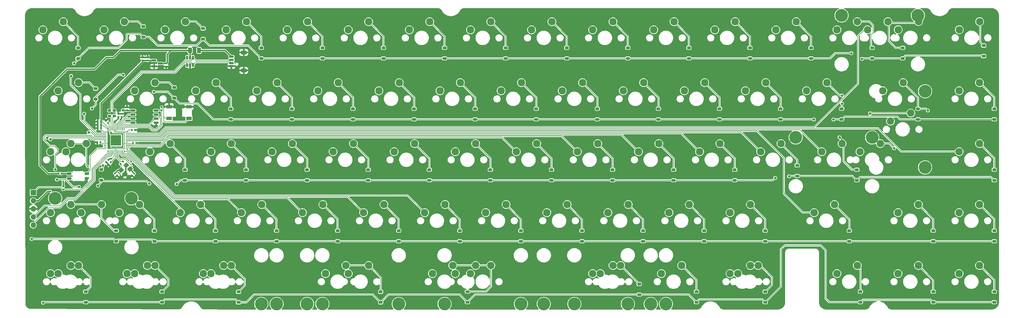
<source format=gbr>
%TF.GenerationSoftware,KiCad,Pcbnew,7.0.1*%
%TF.CreationDate,2023-05-19T15:14:05+03:00*%
%TF.ProjectId,rp2040-bakeneko65,72703230-3430-42d6-9261-6b656e656b6f,rev?*%
%TF.SameCoordinates,Original*%
%TF.FileFunction,Copper,L2,Bot*%
%TF.FilePolarity,Positive*%
%FSLAX46Y46*%
G04 Gerber Fmt 4.6, Leading zero omitted, Abs format (unit mm)*
G04 Created by KiCad (PCBNEW 7.0.1) date 2023-05-19 15:14:05*
%MOMM*%
%LPD*%
G01*
G04 APERTURE LIST*
G04 Aperture macros list*
%AMRoundRect*
0 Rectangle with rounded corners*
0 $1 Rounding radius*
0 $2 $3 $4 $5 $6 $7 $8 $9 X,Y pos of 4 corners*
0 Add a 4 corners polygon primitive as box body*
4,1,4,$2,$3,$4,$5,$6,$7,$8,$9,$2,$3,0*
0 Add four circle primitives for the rounded corners*
1,1,$1+$1,$2,$3*
1,1,$1+$1,$4,$5*
1,1,$1+$1,$6,$7*
1,1,$1+$1,$8,$9*
0 Add four rect primitives between the rounded corners*
20,1,$1+$1,$2,$3,$4,$5,0*
20,1,$1+$1,$4,$5,$6,$7,0*
20,1,$1+$1,$6,$7,$8,$9,0*
20,1,$1+$1,$8,$9,$2,$3,0*%
%AMRotRect*
0 Rectangle, with rotation*
0 The origin of the aperture is its center*
0 $1 length*
0 $2 width*
0 $3 Rotation angle, in degrees counterclockwise*
0 Add horizontal line*
21,1,$1,$2,0,0,$3*%
%AMFreePoly0*
4,1,18,-0.410000,0.593000,-0.403758,0.624380,-0.385983,0.650983,-0.359380,0.668758,-0.328000,0.675000,0.328000,0.675000,0.359380,0.668758,0.385983,0.650983,0.403758,0.624380,0.410000,0.593000,0.410000,-0.593000,0.403758,-0.624380,0.385983,-0.650983,0.359380,-0.668758,0.328000,-0.675000,0.000000,-0.675000,-0.410000,-0.265000,-0.410000,0.593000,-0.410000,0.593000,$1*%
G04 Aperture macros list end*
%TA.AperFunction,SMDPad,CuDef*%
%ADD10RoundRect,0.250000X-0.375000X-0.625000X0.375000X-0.625000X0.375000X0.625000X-0.375000X0.625000X0*%
%TD*%
%TA.AperFunction,ComponentPad*%
%ADD11C,2.300000*%
%TD*%
%TA.AperFunction,ComponentPad*%
%ADD12C,4.000000*%
%TD*%
%TA.AperFunction,ComponentPad*%
%ADD13R,1.700000X1.700000*%
%TD*%
%TA.AperFunction,ComponentPad*%
%ADD14O,1.700000X1.700000*%
%TD*%
%TA.AperFunction,SMDPad,CuDef*%
%ADD15RoundRect,0.140000X0.140000X0.170000X-0.140000X0.170000X-0.140000X-0.170000X0.140000X-0.170000X0*%
%TD*%
%TA.AperFunction,SMDPad,CuDef*%
%ADD16RoundRect,0.225000X0.375000X-0.225000X0.375000X0.225000X-0.375000X0.225000X-0.375000X-0.225000X0*%
%TD*%
%TA.AperFunction,SMDPad,CuDef*%
%ADD17RoundRect,0.140000X0.170000X-0.140000X0.170000X0.140000X-0.170000X0.140000X-0.170000X-0.140000X0*%
%TD*%
%TA.AperFunction,SMDPad,CuDef*%
%ADD18RoundRect,0.140000X0.219203X0.021213X0.021213X0.219203X-0.219203X-0.021213X-0.021213X-0.219203X0*%
%TD*%
%TA.AperFunction,SMDPad,CuDef*%
%ADD19RoundRect,0.200000X-0.275000X0.200000X-0.275000X-0.200000X0.275000X-0.200000X0.275000X0.200000X0*%
%TD*%
%TA.AperFunction,SMDPad,CuDef*%
%ADD20RoundRect,0.082000X0.593000X-0.328000X0.593000X0.328000X-0.593000X0.328000X-0.593000X-0.328000X0*%
%TD*%
%TA.AperFunction,SMDPad,CuDef*%
%ADD21FreePoly0,90.000000*%
%TD*%
%TA.AperFunction,SMDPad,CuDef*%
%ADD22RoundRect,0.140000X-0.021213X0.219203X-0.219203X0.021213X0.021213X-0.219203X0.219203X-0.021213X0*%
%TD*%
%TA.AperFunction,SMDPad,CuDef*%
%ADD23R,1.800000X1.100000*%
%TD*%
%TA.AperFunction,SMDPad,CuDef*%
%ADD24RoundRect,0.140000X-0.140000X-0.170000X0.140000X-0.170000X0.140000X0.170000X-0.140000X0.170000X0*%
%TD*%
%TA.AperFunction,SMDPad,CuDef*%
%ADD25RoundRect,0.050000X0.387500X0.050000X-0.387500X0.050000X-0.387500X-0.050000X0.387500X-0.050000X0*%
%TD*%
%TA.AperFunction,SMDPad,CuDef*%
%ADD26RoundRect,0.050000X0.050000X0.387500X-0.050000X0.387500X-0.050000X-0.387500X0.050000X-0.387500X0*%
%TD*%
%TA.AperFunction,SMDPad,CuDef*%
%ADD27R,3.200000X3.200000*%
%TD*%
%TA.AperFunction,SMDPad,CuDef*%
%ADD28RotRect,1.400000X1.200000X45.000000*%
%TD*%
%TA.AperFunction,SMDPad,CuDef*%
%ADD29RoundRect,0.135000X0.185000X-0.135000X0.185000X0.135000X-0.185000X0.135000X-0.185000X-0.135000X0*%
%TD*%
%TA.AperFunction,SMDPad,CuDef*%
%ADD30RoundRect,0.140000X0.021213X-0.219203X0.219203X-0.021213X-0.021213X0.219203X-0.219203X0.021213X0*%
%TD*%
%TA.AperFunction,SMDPad,CuDef*%
%ADD31RoundRect,0.150000X-0.587500X-0.150000X0.587500X-0.150000X0.587500X0.150000X-0.587500X0.150000X0*%
%TD*%
%TA.AperFunction,SMDPad,CuDef*%
%ADD32RoundRect,0.150000X0.650000X0.150000X-0.650000X0.150000X-0.650000X-0.150000X0.650000X-0.150000X0*%
%TD*%
%TA.AperFunction,SMDPad,CuDef*%
%ADD33RoundRect,0.140000X-0.170000X0.140000X-0.170000X-0.140000X0.170000X-0.140000X0.170000X0.140000X0*%
%TD*%
%TA.AperFunction,SMDPad,CuDef*%
%ADD34RoundRect,0.150000X0.150000X-0.475000X0.150000X0.475000X-0.150000X0.475000X-0.150000X-0.475000X0*%
%TD*%
%TA.AperFunction,SMDPad,CuDef*%
%ADD35RoundRect,0.150000X-0.625000X0.150000X-0.625000X-0.150000X0.625000X-0.150000X0.625000X0.150000X0*%
%TD*%
%TA.AperFunction,SMDPad,CuDef*%
%ADD36RoundRect,0.250000X-0.650000X0.350000X-0.650000X-0.350000X0.650000X-0.350000X0.650000X0.350000X0*%
%TD*%
%TA.AperFunction,SMDPad,CuDef*%
%ADD37RoundRect,0.135000X-0.185000X0.135000X-0.185000X-0.135000X0.185000X-0.135000X0.185000X0.135000X0*%
%TD*%
%TA.AperFunction,SMDPad,CuDef*%
%ADD38RoundRect,0.135000X0.035355X-0.226274X0.226274X-0.035355X-0.035355X0.226274X-0.226274X0.035355X0*%
%TD*%
%TA.AperFunction,ViaPad*%
%ADD39C,0.800000*%
%TD*%
%TA.AperFunction,ViaPad*%
%ADD40C,0.600000*%
%TD*%
%TA.AperFunction,Conductor*%
%ADD41C,0.381000*%
%TD*%
%TA.AperFunction,Conductor*%
%ADD42C,0.200000*%
%TD*%
%TA.AperFunction,Conductor*%
%ADD43C,0.250000*%
%TD*%
G04 APERTURE END LIST*
D10*
%TO.P,F1,1*%
%TO.N,+5V*%
X111122000Y-96774000D03*
%TO.P,F1,2*%
%TO.N,Net-(J1-Pin_1)*%
X113922000Y-96774000D03*
%TD*%
D11*
%TO.P,SW42,1,1*%
%TO.N,COL7*%
X212883750Y-128428750D03*
%TO.P,SW42,2,2*%
%TO.N,Net-(D42-A)*%
X219233750Y-125888750D03*
%TD*%
%TO.P,SW27,1,1*%
%TO.N,COL9*%
X246221250Y-109378750D03*
%TO.P,SW27,2,2*%
%TO.N,Net-(D27-A)*%
X252571250Y-106838750D03*
%TD*%
%TO.P,SW76,1,1*%
%TO.N,COL6*%
X198596250Y-166528750D03*
%TO.P,SW76,2,2*%
%TO.N,Net-(D74-A)*%
X204946250Y-163988750D03*
%TD*%
%TO.P,SW14,1,1*%
%TO.N,COL13*%
X312896250Y-90328750D03*
%TO.P,SW14,2,2*%
%TO.N,Net-(D14-A)*%
X319246250Y-87788750D03*
%TD*%
%TO.P,SW41,1,1*%
%TO.N,COL6*%
X193833750Y-128428750D03*
%TO.P,SW41,2,2*%
%TO.N,Net-(D41-A)*%
X200183750Y-125888750D03*
%TD*%
%TO.P,SW39,1,1*%
%TO.N,COL4*%
X155733750Y-128428750D03*
%TO.P,SW39,2,2*%
%TO.N,Net-(D39-A)*%
X162083750Y-125888750D03*
%TD*%
%TO.P,SW33,1,1*%
%TO.N,COL15*%
X350996250Y-109378750D03*
%TO.P,SW33,2,2*%
%TO.N,Net-(D33-A)*%
X357346250Y-106838750D03*
%TD*%
%TO.P,SW37,1,1*%
%TO.N,COL2*%
X117633750Y-128428750D03*
%TO.P,SW37,2,2*%
%TO.N,Net-(D37-A)*%
X123983750Y-125888750D03*
%TD*%
%TO.P,SW43,1,1*%
%TO.N,COL8*%
X231933750Y-128428750D03*
%TO.P,SW43,2,2*%
%TO.N,Net-(D43-A)*%
X238283750Y-125888750D03*
%TD*%
%TO.P,SW52,1,1*%
%TO.N,COL1*%
X89058750Y-147478750D03*
%TO.P,SW52,2,2*%
%TO.N,Net-(D52-A)*%
X95408750Y-144938750D03*
%TD*%
%TO.P,SW17,1,1*%
%TO.N,COL14*%
X331978000Y-90297000D03*
%TO.P,SW17,2,2*%
%TO.N,Net-(D15-A)*%
X338328000Y-87757000D03*
%TD*%
%TO.P,SW68,1,1*%
%TO.N,COL1*%
X91440000Y-166528750D03*
%TO.P,SW68,2,2*%
%TO.N,Net-(D68-A)*%
X97790000Y-163988750D03*
%TD*%
%TO.P,SW21,1,1*%
%TO.N,COL3*%
X131921250Y-109378750D03*
%TO.P,SW21,2,2*%
%TO.N,Net-(D21-A)*%
X138271250Y-106838750D03*
%TD*%
%TO.P,SW40,1,1*%
%TO.N,COL5*%
X174783750Y-128428750D03*
%TO.P,SW40,2,2*%
%TO.N,Net-(D40-A)*%
X181133750Y-125888750D03*
%TD*%
D12*
%TO.P,S73,*%
%TO.N,*%
X176212500Y-176053750D03*
X152400000Y-176053750D03*
%TD*%
D11*
%TO.P,SW75,1,1*%
%TO.N,COL6*%
X193833750Y-166528750D03*
%TO.P,SW75,2,2*%
%TO.N,Net-(D74-A)*%
X200183750Y-163988750D03*
%TD*%
%TO.P,SW45,1,1*%
%TO.N,COL10*%
X270033750Y-128428750D03*
%TO.P,SW45,2,2*%
%TO.N,Net-(D45-A)*%
X276383750Y-125888750D03*
%TD*%
%TO.P,SW7,1,1*%
%TO.N,COL6*%
X179546250Y-90328750D03*
%TO.P,SW7,2,2*%
%TO.N,Net-(D7-A)*%
X185896250Y-87788750D03*
%TD*%
%TO.P,SW77,1,1*%
%TO.N,COL7*%
X236696250Y-166528750D03*
%TO.P,SW77,2,2*%
%TO.N,Net-(D77-A)*%
X243046250Y-163988750D03*
%TD*%
%TO.P,SW53,1,1*%
%TO.N,COL2*%
X108108750Y-147478750D03*
%TO.P,SW53,2,2*%
%TO.N,Net-(D53-A)*%
X114458750Y-144938750D03*
%TD*%
%TO.P,SW56,1,1*%
%TO.N,COL5*%
X165258750Y-147478750D03*
%TO.P,SW56,2,2*%
%TO.N,Net-(D56-A)*%
X171608750Y-144938750D03*
%TD*%
%TO.P,SW4,1,1*%
%TO.N,COL3*%
X122396250Y-90328750D03*
%TO.P,SW4,2,2*%
%TO.N,Net-(D4-A)*%
X128746250Y-87788750D03*
%TD*%
%TO.P,SW1,1,1*%
%TO.N,COL0*%
X65246250Y-90328750D03*
%TO.P,SW1,2,2*%
%TO.N,Net-(D1-A)*%
X71596250Y-87788750D03*
%TD*%
%TO.P,SW80,1,1*%
%TO.N,COL11*%
X279558750Y-166528750D03*
%TO.P,SW80,2,2*%
%TO.N,Net-(D80-A)*%
X285908750Y-163988750D03*
%TD*%
%TO.P,SW34,1,1*%
%TO.N,COL0*%
X67627500Y-128428750D03*
%TO.P,SW34,2,2*%
%TO.N,Net-(D35-A)*%
X73977500Y-125888750D03*
%TD*%
%TO.P,SW59,1,1*%
%TO.N,COL8*%
X222408750Y-147478750D03*
%TO.P,SW59,2,2*%
%TO.N,Net-(D59-A)*%
X228758750Y-144938750D03*
%TD*%
%TO.P,SW9,1,1*%
%TO.N,COL8*%
X217646250Y-90328750D03*
%TO.P,SW9,2,2*%
%TO.N,Net-(D9-A)*%
X223996250Y-87788750D03*
%TD*%
D13*
%TO.P,J2,1,Pin_1*%
%TO.N,RESET*%
X62230000Y-141224000D03*
D14*
%TO.P,J2,2,Pin_2*%
%TO.N,+3V3*%
X62230000Y-143764000D03*
%TO.P,J2,3,Pin_3*%
%TO.N,GND*%
X62230000Y-146304000D03*
%TO.P,J2,4,Pin_4*%
%TO.N,SWD*%
X62230000Y-148844000D03*
%TO.P,J2,5,Pin_5*%
%TO.N,SWCLK*%
X62230000Y-151384000D03*
%TD*%
D11*
%TO.P,SW6,1,1*%
%TO.N,COL5*%
X160496250Y-90328750D03*
%TO.P,SW6,2,2*%
%TO.N,Net-(D6-A)*%
X166846250Y-87788750D03*
%TD*%
%TO.P,SW81,1,1*%
%TO.N,COL11*%
X281940000Y-166528750D03*
%TO.P,SW81,2,2*%
%TO.N,Net-(D80-A)*%
X288290000Y-163988750D03*
%TD*%
D12*
%TO.P,S77,*%
%TO.N,*%
X259556250Y-176053750D03*
X221456250Y-176053750D03*
%TD*%
D11*
%TO.P,SW38,1,1*%
%TO.N,COL3*%
X136683750Y-128428750D03*
%TO.P,SW38,2,2*%
%TO.N,Net-(D38-A)*%
X143033750Y-125888750D03*
%TD*%
D12*
%TO.P,S50,*%
%TO.N,*%
X69056250Y-143033750D03*
X92868750Y-143033750D03*
%TD*%
D11*
%TO.P,SW66,1,1*%
%TO.N,COL0*%
X67627500Y-166528750D03*
%TO.P,SW66,2,2*%
%TO.N,Net-(D66-A)*%
X73977500Y-163988750D03*
%TD*%
%TO.P,SW51,1,1*%
%TO.N,COL0*%
X77152500Y-147478750D03*
%TO.P,SW51,2,2*%
%TO.N,Net-(D51-A)*%
X83502500Y-144938750D03*
%TD*%
%TO.P,SW55,1,1*%
%TO.N,COL4*%
X146208750Y-147478750D03*
%TO.P,SW55,2,2*%
%TO.N,Net-(D55-A)*%
X152558750Y-144938750D03*
%TD*%
%TO.P,SW44,1,1*%
%TO.N,COL9*%
X250983750Y-128428750D03*
%TO.P,SW44,2,2*%
%TO.N,Net-(D44-A)*%
X257333750Y-125888750D03*
%TD*%
%TO.P,SW57,1,1*%
%TO.N,COL6*%
X184308750Y-147478750D03*
%TO.P,SW57,2,2*%
%TO.N,Net-(D57-A)*%
X190658750Y-144938750D03*
%TD*%
%TO.P,SW30,1,1*%
%TO.N,COL12*%
X303371250Y-109378750D03*
%TO.P,SW30,2,2*%
%TO.N,Net-(D30-A)*%
X309721250Y-106838750D03*
%TD*%
%TO.P,SW2,1,1*%
%TO.N,COL1*%
X84296250Y-90328750D03*
%TO.P,SW2,2,2*%
%TO.N,Net-(D2-A)*%
X90646250Y-87788750D03*
%TD*%
D12*
%TO.P,S78,*%
%TO.N,*%
X254793750Y-176053750D03*
X230981250Y-176053750D03*
%TD*%
D11*
%TO.P,SW84,1,1*%
%TO.N,COL15*%
X350996250Y-166528750D03*
%TO.P,SW84,2,2*%
%TO.N,Net-(D84-A)*%
X357346250Y-163988750D03*
%TD*%
%TO.P,SW20,1,1*%
%TO.N,COL2*%
X112871250Y-109378750D03*
%TO.P,SW20,2,2*%
%TO.N,Net-(D20-A)*%
X119221250Y-106838750D03*
%TD*%
%TO.P,SW35,1,1*%
%TO.N,COL0*%
X72390000Y-128428750D03*
%TO.P,SW35,2,2*%
%TO.N,Net-(D35-A)*%
X78740000Y-125888750D03*
%TD*%
%TO.P,SW18,1,1*%
%TO.N,COL0*%
X70008750Y-109378750D03*
%TO.P,SW18,2,2*%
%TO.N,Net-(D18-A)*%
X76358750Y-106838750D03*
%TD*%
%TO.P,SW49,1,1*%
%TO.N,COL15*%
X350996250Y-128428750D03*
%TO.P,SW49,2,2*%
%TO.N,Net-(D49-A)*%
X357346250Y-125888750D03*
%TD*%
%TO.P,SW54,1,1*%
%TO.N,COL3*%
X127158750Y-147478750D03*
%TO.P,SW54,2,2*%
%TO.N,Net-(D54-A)*%
X133508750Y-144938750D03*
%TD*%
%TO.P,SW73,1,1*%
%TO.N,COL5*%
X160496250Y-166528750D03*
%TO.P,SW73,2,2*%
%TO.N,Net-(D72-A)*%
X166846250Y-163988750D03*
%TD*%
%TO.P,SW22,1,1*%
%TO.N,COL4*%
X150971250Y-109378750D03*
%TO.P,SW22,2,2*%
%TO.N,Net-(D22-A)*%
X157321250Y-106838750D03*
%TD*%
%TO.P,SW12,1,1*%
%TO.N,COL11*%
X274796250Y-90328750D03*
%TO.P,SW12,2,2*%
%TO.N,Net-(D12-A)*%
X281146250Y-87788750D03*
%TD*%
%TO.P,SW62,1,1*%
%TO.N,COL11*%
X279558750Y-147478750D03*
%TO.P,SW62,2,2*%
%TO.N,Net-(D62-A)*%
X285908750Y-144938750D03*
%TD*%
%TO.P,SW8,1,1*%
%TO.N,COL7*%
X198596250Y-90328750D03*
%TO.P,SW8,2,2*%
%TO.N,Net-(D8-A)*%
X204946250Y-87788750D03*
%TD*%
%TO.P,SW83,1,1*%
%TO.N,COL13*%
X331946250Y-166528750D03*
%TO.P,SW83,2,2*%
%TO.N,Net-(D83-A)*%
X338296250Y-163988750D03*
%TD*%
D12*
%TO.P,S32,*%
%TO.N,*%
X340360000Y-133350000D03*
X340360000Y-109537500D03*
%TD*%
D11*
%TO.P,SW46,1,1*%
%TO.N,COL11*%
X289083750Y-128428750D03*
%TO.P,SW46,2,2*%
%TO.N,Net-(D46-A)*%
X295433750Y-125888750D03*
%TD*%
%TO.P,SW48,1,1*%
%TO.N,COL13*%
X320040000Y-128428750D03*
%TO.P,SW48,2,2*%
%TO.N,Net-(D31-A)*%
X326390000Y-125888750D03*
%TD*%
%TO.P,SW67,1,1*%
%TO.N,COL0*%
X70008750Y-166528750D03*
%TO.P,SW67,2,2*%
%TO.N,Net-(D66-A)*%
X76358750Y-163988750D03*
%TD*%
%TO.P,SW61,1,1*%
%TO.N,COL10*%
X260508750Y-147478750D03*
%TO.P,SW61,2,2*%
%TO.N,Net-(D61-A)*%
X266858750Y-144938750D03*
%TD*%
%TO.P,SW82,1,1*%
%TO.N,COL12*%
X312896250Y-166528750D03*
%TO.P,SW82,2,2*%
%TO.N,Net-(D82-A)*%
X319246250Y-163988750D03*
%TD*%
%TO.P,SW26,1,1*%
%TO.N,COL8*%
X227171250Y-109378750D03*
%TO.P,SW26,2,2*%
%TO.N,Net-(D26-A)*%
X233521250Y-106838750D03*
%TD*%
D12*
%TO.P,S75,*%
%TO.N,*%
X247650000Y-176053750D03*
X147637500Y-176053750D03*
%TD*%
D11*
%TO.P,SW79,1,1*%
%TO.N,COL9*%
X258127500Y-166528750D03*
%TO.P,SW79,2,2*%
%TO.N,Net-(D79-A)*%
X264477500Y-163988750D03*
%TD*%
%TO.P,SW47,1,1*%
%TO.N,COL13*%
X308133750Y-128428750D03*
%TO.P,SW47,2,2*%
%TO.N,Net-(D47-A)*%
X314483750Y-125888750D03*
%TD*%
%TO.P,SW32,1,1*%
%TO.N,COL13*%
X329565000Y-118903750D03*
%TO.P,SW32,2,2*%
%TO.N,Net-(D47-A)*%
X335915000Y-116363750D03*
%TD*%
D12*
%TO.P,S74,*%
%TO.N,*%
X247650000Y-176053750D03*
X133350000Y-176053750D03*
%TD*%
%TO.P,S47,*%
%TO.N,*%
X300037500Y-123983750D03*
X323850000Y-123983750D03*
%TD*%
D11*
%TO.P,SW10,1,1*%
%TO.N,COL9*%
X236696250Y-90328750D03*
%TO.P,SW10,2,2*%
%TO.N,Net-(D10-A)*%
X243046250Y-87788750D03*
%TD*%
%TO.P,SW31,1,1*%
%TO.N,COL13*%
X327183750Y-109378750D03*
%TO.P,SW31,2,2*%
%TO.N,Net-(D31-A)*%
X333533750Y-106838750D03*
%TD*%
%TO.P,SW11,1,1*%
%TO.N,COL10*%
X255746250Y-90328750D03*
%TO.P,SW11,2,2*%
%TO.N,Net-(D11-A)*%
X262096250Y-87788750D03*
%TD*%
%TO.P,SW70,1,1*%
%TO.N,COL2*%
X115252500Y-166528750D03*
%TO.P,SW70,2,2*%
%TO.N,Net-(D70-A)*%
X121602500Y-163988750D03*
%TD*%
%TO.P,SW5,1,1*%
%TO.N,COL4*%
X141446250Y-90328750D03*
%TO.P,SW5,2,2*%
%TO.N,Net-(D5-A)*%
X147796250Y-87788750D03*
%TD*%
%TO.P,SW78,1,1*%
%TO.N,COL7*%
X239077500Y-166528750D03*
%TO.P,SW78,2,2*%
%TO.N,Net-(D77-A)*%
X245427500Y-163988750D03*
%TD*%
%TO.P,SW16,1,1*%
%TO.N,COL15*%
X351028000Y-90297000D03*
%TO.P,SW16,2,2*%
%TO.N,Net-(D16-A)*%
X357378000Y-87757000D03*
%TD*%
%TO.P,SW13,1,1*%
%TO.N,COL12*%
X293846250Y-90328750D03*
%TO.P,SW13,2,2*%
%TO.N,Net-(D13-A)*%
X300196250Y-87788750D03*
%TD*%
%TO.P,SW3,1,1*%
%TO.N,COL2*%
X103346250Y-90328750D03*
%TO.P,SW3,2,2*%
%TO.N,Net-(D3-A)*%
X109696250Y-87788750D03*
%TD*%
%TO.P,SW72,1,1*%
%TO.N,COL5*%
X153352500Y-166528750D03*
%TO.P,SW72,2,2*%
%TO.N,Net-(D72-A)*%
X159702500Y-163988750D03*
%TD*%
%TO.P,SW23,1,1*%
%TO.N,COL5*%
X170021250Y-109378750D03*
%TO.P,SW23,2,2*%
%TO.N,Net-(D23-A)*%
X176371250Y-106838750D03*
%TD*%
%TO.P,SW65,1,1*%
%TO.N,COL15*%
X350996250Y-147478750D03*
%TO.P,SW65,2,2*%
%TO.N,Net-(D65-A)*%
X357346250Y-144938750D03*
%TD*%
%TO.P,SW69,1,1*%
%TO.N,COL1*%
X93821250Y-166528750D03*
%TO.P,SW69,2,2*%
%TO.N,Net-(D68-A)*%
X100171250Y-163988750D03*
%TD*%
%TO.P,SW19,1,1*%
%TO.N,COL1*%
X93821250Y-109378750D03*
%TO.P,SW19,2,2*%
%TO.N,Net-(D19-A)*%
X100171250Y-106838750D03*
%TD*%
%TO.P,SW25,1,1*%
%TO.N,COL7*%
X208121250Y-109378750D03*
%TO.P,SW25,2,2*%
%TO.N,Net-(D25-A)*%
X214471250Y-106838750D03*
%TD*%
%TO.P,SW74,1,1*%
%TO.N,COL6*%
X186690000Y-166528750D03*
%TO.P,SW74,2,2*%
%TO.N,Net-(D74-A)*%
X193040000Y-163988750D03*
%TD*%
%TO.P,SW71,1,1*%
%TO.N,COL2*%
X117633750Y-166528750D03*
%TO.P,SW71,2,2*%
%TO.N,Net-(D70-A)*%
X123983750Y-163988750D03*
%TD*%
%TO.P,SW24,1,1*%
%TO.N,COL6*%
X189071250Y-109378750D03*
%TO.P,SW24,2,2*%
%TO.N,Net-(D24-A)*%
X195421250Y-106838750D03*
%TD*%
%TO.P,SW60,1,1*%
%TO.N,COL9*%
X241458750Y-147478750D03*
%TO.P,SW60,2,2*%
%TO.N,Net-(D60-A)*%
X247808750Y-144938750D03*
%TD*%
D12*
%TO.P,S76,*%
%TO.N,*%
X214312500Y-176053750D03*
X190500000Y-176053750D03*
%TD*%
D11*
%TO.P,SW63,1,1*%
%TO.N,COL12*%
X305752500Y-147478750D03*
%TO.P,SW63,2,2*%
%TO.N,Net-(D63-A)*%
X312102500Y-144938750D03*
%TD*%
%TO.P,SW50,1,1*%
%TO.N,COL0*%
X67627500Y-147478750D03*
%TO.P,SW50,2,2*%
%TO.N,Net-(D51-A)*%
X73977500Y-144938750D03*
%TD*%
%TO.P,SW58,1,1*%
%TO.N,COL7*%
X203358750Y-147478750D03*
%TO.P,SW58,2,2*%
%TO.N,Net-(D58-A)*%
X209708750Y-144938750D03*
%TD*%
D12*
%TO.P,S72,*%
%TO.N,*%
X176212500Y-176053750D03*
X138112500Y-176053750D03*
%TD*%
D11*
%TO.P,SW36,1,1*%
%TO.N,COL1*%
X98583750Y-128428750D03*
%TO.P,SW36,2,2*%
%TO.N,Net-(D36-A)*%
X104933750Y-125888750D03*
%TD*%
%TO.P,SW28,1,1*%
%TO.N,COL10*%
X265271250Y-109378750D03*
%TO.P,SW28,2,2*%
%TO.N,Net-(D28-A)*%
X271621250Y-106838750D03*
%TD*%
%TO.P,SW64,1,1*%
%TO.N,COL13*%
X331946250Y-147478750D03*
%TO.P,SW64,2,2*%
%TO.N,Net-(D64-A)*%
X338296250Y-144938750D03*
%TD*%
D12*
%TO.P,S17,*%
%TO.N,*%
X314325000Y-85852000D03*
X338137500Y-85852000D03*
%TD*%
D11*
%TO.P,SW15,1,1*%
%TO.N,COL14*%
X322421250Y-90328750D03*
%TO.P,SW15,2,2*%
%TO.N,Net-(D15-A)*%
X328771250Y-87788750D03*
%TD*%
%TO.P,SW29,1,1*%
%TO.N,COL11*%
X284321250Y-109378750D03*
%TO.P,SW29,2,2*%
%TO.N,Net-(D29-A)*%
X290671250Y-106838750D03*
%TD*%
D15*
%TO.P,C15,1*%
%TO.N,+3V3*%
X83309194Y-121074731D03*
%TO.P,C15,2*%
%TO.N,GND*%
X82349194Y-121074731D03*
%TD*%
D16*
%TO.P,D29,1,K*%
%TO.N,ROW1*%
X295275000Y-118331250D03*
%TO.P,D29,2,A*%
%TO.N,Net-(D29-A)*%
X295275000Y-115031250D03*
%TD*%
%TO.P,D56,1,K*%
%TO.N,ROW3*%
X176212500Y-156431250D03*
%TO.P,D56,2,A*%
%TO.N,Net-(D56-A)*%
X176212500Y-153131250D03*
%TD*%
%TO.P,D40,1,K*%
%TO.N,ROW2*%
X185737500Y-137381250D03*
%TO.P,D40,2,A*%
%TO.N,Net-(D40-A)*%
X185737500Y-134081250D03*
%TD*%
%TO.P,D14,1,K*%
%TO.N,ROW0*%
X323850000Y-99281250D03*
%TO.P,D14,2,A*%
%TO.N,Net-(D14-A)*%
X323850000Y-95981250D03*
%TD*%
%TO.P,D39,1,K*%
%TO.N,ROW2*%
X166687500Y-137381250D03*
%TO.P,D39,2,A*%
%TO.N,Net-(D39-A)*%
X166687500Y-134081250D03*
%TD*%
%TO.P,D49,1,K*%
%TO.N,ROW2*%
X361950000Y-137381250D03*
%TO.P,D49,2,A*%
%TO.N,Net-(D49-A)*%
X361950000Y-134081250D03*
%TD*%
%TO.P,D43,1,K*%
%TO.N,ROW2*%
X242887500Y-137381250D03*
%TO.P,D43,2,A*%
%TO.N,Net-(D43-A)*%
X242887500Y-134081250D03*
%TD*%
D15*
%TO.P,C14,1*%
%TO.N,+3V3*%
X83309194Y-120058731D03*
%TO.P,C14,2*%
%TO.N,GND*%
X82349194Y-120058731D03*
%TD*%
D16*
%TO.P,D84,1,K*%
%TO.N,ROW4*%
X361950000Y-175481250D03*
%TO.P,D84,2,A*%
%TO.N,Net-(D84-A)*%
X361950000Y-172181250D03*
%TD*%
D17*
%TO.P,C5,1*%
%TO.N,+3V3*%
X96266000Y-99893000D03*
%TO.P,C5,2*%
%TO.N,GND*%
X96266000Y-98933000D03*
%TD*%
D16*
%TO.P,D52,1,K*%
%TO.N,ROW3*%
X100012500Y-156431250D03*
%TO.P,D52,2,A*%
%TO.N,Net-(D52-A)*%
X100012500Y-153131250D03*
%TD*%
%TO.P,D77,1,K*%
%TO.N,ROW4*%
X251206000Y-173099000D03*
%TO.P,D77,2,A*%
%TO.N,Net-(D77-A)*%
X251206000Y-169799000D03*
%TD*%
%TO.P,D1,1,K*%
%TO.N,ROW0*%
X76200000Y-99281250D03*
%TO.P,D1,2,A*%
%TO.N,Net-(D1-A)*%
X76200000Y-95981250D03*
%TD*%
D18*
%TO.P,C6,1*%
%TO.N,+1V1*%
X85556411Y-119423822D03*
%TO.P,C6,2*%
%TO.N,GND*%
X84877589Y-118745000D03*
%TD*%
D17*
%TO.P,C1,1*%
%TO.N,+3V3*%
X91440000Y-115514000D03*
%TO.P,C1,2*%
%TO.N,GND*%
X91440000Y-114554000D03*
%TD*%
D16*
%TO.P,D70,1,K*%
%TO.N,ROW4*%
X126238000Y-175514000D03*
%TO.P,D70,2,A*%
%TO.N,Net-(D70-A)*%
X126238000Y-172214000D03*
%TD*%
D19*
%TO.P,R2,1*%
%TO.N,D-*%
X85979000Y-115570000D03*
%TO.P,R2,2*%
%TO.N,/D_N*%
X85979000Y-117220000D03*
%TD*%
D20*
%TO.P,LED1,1,VDD*%
%TO.N,Net-(LED1-VDD)*%
X73475000Y-135298750D03*
%TO.P,LED1,2,DOUT*%
%TO.N,unconnected-(LED1-DOUT-Pad2)*%
X73475000Y-136798750D03*
%TO.P,LED1,3,DIN*%
%TO.N,LED*%
X78925000Y-135298750D03*
D21*
%TO.P,LED1,4,VSS*%
%TO.N,GND*%
X78925000Y-136798750D03*
%TD*%
D15*
%TO.P,C16,1*%
%TO.N,+3V3*%
X83157000Y-125476000D03*
%TO.P,C16,2*%
%TO.N,GND*%
X82197000Y-125476000D03*
%TD*%
D16*
%TO.P,D24,1,K*%
%TO.N,ROW1*%
X200025000Y-118331250D03*
%TO.P,D24,2,A*%
%TO.N,Net-(D24-A)*%
X200025000Y-115031250D03*
%TD*%
%TO.P,D68,1,K*%
%TO.N,ROW4*%
X102393750Y-175481250D03*
%TO.P,D68,2,A*%
%TO.N,Net-(D68-A)*%
X102393750Y-172181250D03*
%TD*%
D17*
%TO.P,C8,1*%
%TO.N,+1V1*%
X89789000Y-117574000D03*
%TO.P,C8,2*%
%TO.N,GND*%
X89789000Y-116614000D03*
%TD*%
D16*
%TO.P,D72,1,K*%
%TO.N,ROW4*%
X170561000Y-175513000D03*
%TO.P,D72,2,A*%
%TO.N,Net-(D72-A)*%
X170561000Y-172213000D03*
%TD*%
%TO.P,D33,1,K*%
%TO.N,ROW1*%
X361950000Y-118331250D03*
%TO.P,D33,2,A*%
%TO.N,Net-(D33-A)*%
X361950000Y-115031250D03*
%TD*%
%TO.P,D18,1,K*%
%TO.N,ROW1*%
X81661000Y-112013000D03*
%TO.P,D18,2,A*%
%TO.N,Net-(D18-A)*%
X81661000Y-108713000D03*
%TD*%
%TO.P,D38,1,K*%
%TO.N,ROW2*%
X147637500Y-137381250D03*
%TO.P,D38,2,A*%
%TO.N,Net-(D38-A)*%
X147637500Y-134081250D03*
%TD*%
D22*
%TO.P,C11,1*%
%TO.N,+3V3*%
X86385194Y-131742731D03*
%TO.P,C11,2*%
%TO.N,GND*%
X85706372Y-132421553D03*
%TD*%
D16*
%TO.P,D35,1,K*%
%TO.N,ROW2*%
X83439000Y-137285000D03*
%TO.P,D35,2,A*%
%TO.N,Net-(D35-A)*%
X83439000Y-133985000D03*
%TD*%
%TO.P,D51,1,K*%
%TO.N,ROW3*%
X88106250Y-156431250D03*
%TO.P,D51,2,A*%
%TO.N,Net-(D51-A)*%
X88106250Y-153131250D03*
%TD*%
%TO.P,D37,1,K*%
%TO.N,ROW2*%
X128587500Y-137381250D03*
%TO.P,D37,2,A*%
%TO.N,Net-(D37-A)*%
X128587500Y-134081250D03*
%TD*%
%TO.P,D30,1,K*%
%TO.N,ROW1*%
X314325000Y-118331250D03*
%TO.P,D30,2,A*%
%TO.N,Net-(D30-A)*%
X314325000Y-115031250D03*
%TD*%
%TO.P,D46,1,K*%
%TO.N,ROW2*%
X300482000Y-136016000D03*
%TO.P,D46,2,A*%
%TO.N,Net-(D46-A)*%
X300482000Y-132716000D03*
%TD*%
%TO.P,D7,1,K*%
%TO.N,ROW0*%
X190500000Y-99281250D03*
%TO.P,D7,2,A*%
%TO.N,Net-(D7-A)*%
X190500000Y-95981250D03*
%TD*%
D23*
%TO.P,SW85,1,1*%
%TO.N,GND*%
X110796000Y-114355000D03*
X104596000Y-114355000D03*
%TO.P,SW85,2,2*%
%TO.N,Net-(R3-Pad1)*%
X110796000Y-118055000D03*
X104596000Y-118055000D03*
%TD*%
D16*
%TO.P,D58,1,K*%
%TO.N,ROW3*%
X214312500Y-156431250D03*
%TO.P,D58,2,A*%
%TO.N,Net-(D58-A)*%
X214312500Y-153131250D03*
%TD*%
%TO.P,D82,1,K*%
%TO.N,ROW4*%
X320167000Y-175481250D03*
%TO.P,D82,2,A*%
%TO.N,Net-(D82-A)*%
X320167000Y-172181250D03*
%TD*%
%TO.P,D27,1,K*%
%TO.N,ROW1*%
X257175000Y-118331250D03*
%TO.P,D27,2,A*%
%TO.N,Net-(D27-A)*%
X257175000Y-115031250D03*
%TD*%
D24*
%TO.P,C12,1*%
%TO.N,+3V3*%
X92992000Y-121666000D03*
%TO.P,C12,2*%
%TO.N,GND*%
X93952000Y-121666000D03*
%TD*%
D16*
%TO.P,D80,1,K*%
%TO.N,ROW4*%
X290512500Y-175481250D03*
%TO.P,D80,2,A*%
%TO.N,Net-(D80-A)*%
X290512500Y-172181250D03*
%TD*%
%TO.P,D5,1,K*%
%TO.N,ROW0*%
X152400000Y-99281250D03*
%TO.P,D5,2,A*%
%TO.N,Net-(D5-A)*%
X152400000Y-95981250D03*
%TD*%
%TO.P,D64,1,K*%
%TO.N,ROW3*%
X342900000Y-156431250D03*
%TO.P,D64,2,A*%
%TO.N,Net-(D64-A)*%
X342900000Y-153131250D03*
%TD*%
%TO.P,D61,1,K*%
%TO.N,ROW3*%
X271462500Y-156431250D03*
%TO.P,D61,2,A*%
%TO.N,Net-(D61-A)*%
X271462500Y-153131250D03*
%TD*%
D25*
%TO.P,U1,1,IOVDD*%
%TO.N,+3V3*%
X91468006Y-122287732D03*
%TO.P,U1,2,GPIO0*%
%TO.N,COL14*%
X91468006Y-122687732D03*
%TO.P,U1,3,GPIO1*%
%TO.N,COL15*%
X91468006Y-123087732D03*
%TO.P,U1,4,GPIO2*%
%TO.N,COL13*%
X91468006Y-123487732D03*
%TO.P,U1,5,GPIO3*%
%TO.N,COL12*%
X91468006Y-123887732D03*
%TO.P,U1,6,GPIO4*%
%TO.N,COL11*%
X91468006Y-124287732D03*
%TO.P,U1,7,GPIO5*%
%TO.N,COL10*%
X91468006Y-124687732D03*
%TO.P,U1,8,GPIO6*%
%TO.N,COL9*%
X91468006Y-125087732D03*
%TO.P,U1,9,GPIO7*%
%TO.N,unconnected-(U1-GPIO7-Pad9)*%
X91468006Y-125487732D03*
%TO.P,U1,10,IOVDD*%
%TO.N,+3V3*%
X91468006Y-125887732D03*
%TO.P,U1,11,GPIO8*%
%TO.N,COL8*%
X91468006Y-126287732D03*
%TO.P,U1,12,GPIO9*%
%TO.N,COL7*%
X91468006Y-126687732D03*
%TO.P,U1,13,GPIO10*%
%TO.N,COL6*%
X91468006Y-127087732D03*
%TO.P,U1,14,GPIO11*%
%TO.N,COL5*%
X91468006Y-127487732D03*
D26*
%TO.P,U1,15,GPIO12*%
%TO.N,COL4*%
X90630506Y-128325232D03*
%TO.P,U1,16,GPIO13*%
%TO.N,COL3*%
X90230506Y-128325232D03*
%TO.P,U1,17,GPIO14*%
%TO.N,COL2*%
X89830506Y-128325232D03*
%TO.P,U1,18,GPIO15*%
%TO.N,COL1*%
X89430506Y-128325232D03*
%TO.P,U1,19,TESTEN*%
%TO.N,GND*%
X89030506Y-128325232D03*
%TO.P,U1,20,XIN*%
%TO.N,XTAL_IN*%
X88630506Y-128325232D03*
%TO.P,U1,21,XOUT*%
%TO.N,XTAL_OUT*%
X88230506Y-128325232D03*
%TO.P,U1,22,IOVDD*%
%TO.N,+3V3*%
X87830506Y-128325232D03*
%TO.P,U1,23,DVDD*%
%TO.N,+1V1*%
X87430506Y-128325232D03*
%TO.P,U1,24,SWCLK*%
%TO.N,SWCLK*%
X87030506Y-128325232D03*
%TO.P,U1,25,SWD*%
%TO.N,SWD*%
X86630506Y-128325232D03*
%TO.P,U1,26,RUN*%
%TO.N,RESET*%
X86230506Y-128325232D03*
%TO.P,U1,27,GPIO16*%
%TO.N,unconnected-(U1-GPIO16-Pad27)*%
X85830506Y-128325232D03*
%TO.P,U1,28,GPIO17*%
%TO.N,unconnected-(U1-GPIO17-Pad28)*%
X85430506Y-128325232D03*
D25*
%TO.P,U1,29,GPIO18*%
%TO.N,LED*%
X84593006Y-127487732D03*
%TO.P,U1,30,GPIO19*%
%TO.N,unconnected-(U1-GPIO19-Pad30)*%
X84593006Y-127087732D03*
%TO.P,U1,31,GPIO20*%
%TO.N,unconnected-(U1-GPIO20-Pad31)*%
X84593006Y-126687732D03*
%TO.P,U1,32,GPIO21*%
%TO.N,unconnected-(U1-GPIO21-Pad32)*%
X84593006Y-126287732D03*
%TO.P,U1,33,IOVDD*%
%TO.N,+3V3*%
X84593006Y-125887732D03*
%TO.P,U1,34,GPIO22*%
%TO.N,unconnected-(U1-GPIO22-Pad34)*%
X84593006Y-125487732D03*
%TO.P,U1,35,GPIO23*%
%TO.N,unconnected-(U1-GPIO23-Pad35)*%
X84593006Y-125087732D03*
%TO.P,U1,36,GPIO24*%
%TO.N,ROW4*%
X84593006Y-124687732D03*
%TO.P,U1,37,GPIO25*%
%TO.N,ROW3*%
X84593006Y-124287732D03*
%TO.P,U1,38,GPIO26_ADC0*%
%TO.N,ROW2*%
X84593006Y-123887732D03*
%TO.P,U1,39,GPIO27_ADC1*%
%TO.N,ROW1*%
X84593006Y-123487732D03*
%TO.P,U1,40,GPIO28_ADC2*%
%TO.N,ROW0*%
X84593006Y-123087732D03*
%TO.P,U1,41,GPIO29_ADC3*%
%TO.N,COL0*%
X84593006Y-122687732D03*
%TO.P,U1,42,IOVDD*%
%TO.N,+3V3*%
X84593006Y-122287732D03*
D26*
%TO.P,U1,43,ADC_AVDD*%
X85430506Y-121450232D03*
%TO.P,U1,44,VREG_IN*%
X85830506Y-121450232D03*
%TO.P,U1,45,VREG_VOUT*%
%TO.N,+1V1*%
X86230506Y-121450232D03*
%TO.P,U1,46,USB_DM*%
%TO.N,/D_N*%
X86630506Y-121450232D03*
%TO.P,U1,47,USB_DP*%
%TO.N,/D_P*%
X87030506Y-121450232D03*
%TO.P,U1,48,USB_VDD*%
%TO.N,+3V3*%
X87430506Y-121450232D03*
%TO.P,U1,49,IOVDD*%
X87830506Y-121450232D03*
%TO.P,U1,50,DVDD*%
%TO.N,+1V1*%
X88230506Y-121450232D03*
%TO.P,U1,51,QSPI_SD3*%
%TO.N,SD3*%
X88630506Y-121450232D03*
%TO.P,U1,52,QSPI_SCLK*%
%TO.N,QSPI_CLK*%
X89030506Y-121450232D03*
%TO.P,U1,53,QSPI_SD0*%
%TO.N,SD0*%
X89430506Y-121450232D03*
%TO.P,U1,54,QSPI_SD2*%
%TO.N,SD2*%
X89830506Y-121450232D03*
%TO.P,U1,55,QSPI_SD1*%
%TO.N,SD1*%
X90230506Y-121450232D03*
%TO.P,U1,56,QSPI_SS*%
%TO.N,CS*%
X90630506Y-121450232D03*
D27*
%TO.P,U1,57,GND*%
%TO.N,GND*%
X88030506Y-124887732D03*
%TD*%
D16*
%TO.P,D11,1,K*%
%TO.N,ROW0*%
X266700000Y-99281250D03*
%TO.P,D11,2,A*%
%TO.N,Net-(D11-A)*%
X266700000Y-95981250D03*
%TD*%
D18*
%TO.P,C3,1*%
%TO.N,GND*%
X88350411Y-135848411D03*
%TO.P,C3,2*%
%TO.N,Net-(C3-Pad2)*%
X87671589Y-135169589D03*
%TD*%
D16*
%TO.P,D54,1,K*%
%TO.N,ROW3*%
X138112500Y-156431250D03*
%TO.P,D54,2,A*%
%TO.N,Net-(D54-A)*%
X138112500Y-153131250D03*
%TD*%
%TO.P,D21,1,K*%
%TO.N,ROW1*%
X142875000Y-118331250D03*
%TO.P,D21,2,A*%
%TO.N,Net-(D21-A)*%
X142875000Y-115031250D03*
%TD*%
%TO.P,D15,1,K*%
%TO.N,ROW0*%
X333375000Y-99281250D03*
%TO.P,D15,2,A*%
%TO.N,Net-(D15-A)*%
X333375000Y-95981250D03*
%TD*%
D15*
%TO.P,C10,1*%
%TO.N,+3V3*%
X83309194Y-119042731D03*
%TO.P,C10,2*%
%TO.N,GND*%
X82349194Y-119042731D03*
%TD*%
D16*
%TO.P,D65,1,K*%
%TO.N,ROW3*%
X361950000Y-156431250D03*
%TO.P,D65,2,A*%
%TO.N,Net-(D65-A)*%
X361950000Y-153131250D03*
%TD*%
D28*
%TO.P,Y1,1,1*%
%TO.N,Net-(C3-Pad2)*%
X89636218Y-134206708D03*
%TO.P,Y1,2,2*%
%TO.N,GND*%
X91191853Y-132651073D03*
%TO.P,Y1,3,3*%
%TO.N,XTAL_IN*%
X92393934Y-133853154D03*
%TO.P,Y1,4,4*%
%TO.N,GND*%
X90838299Y-135408789D03*
%TD*%
D16*
%TO.P,D62,1,K*%
%TO.N,ROW3*%
X290512500Y-156431250D03*
%TO.P,D62,2,A*%
%TO.N,Net-(D62-A)*%
X290512500Y-153131250D03*
%TD*%
%TO.P,D2,1,K*%
%TO.N,ROW0*%
X96520000Y-92582000D03*
%TO.P,D2,2,A*%
%TO.N,Net-(D2-A)*%
X96520000Y-89282000D03*
%TD*%
%TO.P,D22,1,K*%
%TO.N,ROW1*%
X161925000Y-118331250D03*
%TO.P,D22,2,A*%
%TO.N,Net-(D22-A)*%
X161925000Y-115031250D03*
%TD*%
%TO.P,D28,1,K*%
%TO.N,ROW1*%
X276225000Y-118331250D03*
%TO.P,D28,2,A*%
%TO.N,Net-(D28-A)*%
X276225000Y-115031250D03*
%TD*%
D29*
%TO.P,R5,1*%
%TO.N,RESET*%
X71577200Y-140260800D03*
%TO.P,R5,2*%
%TO.N,+3V3*%
X71577200Y-139240800D03*
%TD*%
D22*
%TO.P,C7,1*%
%TO.N,+1V1*%
X85623194Y-130980731D03*
%TO.P,C7,2*%
%TO.N,GND*%
X84944372Y-131659553D03*
%TD*%
D16*
%TO.P,D59,1,K*%
%TO.N,ROW3*%
X233362500Y-156431250D03*
%TO.P,D59,2,A*%
%TO.N,Net-(D59-A)*%
X233362500Y-153131250D03*
%TD*%
%TO.P,D8,1,K*%
%TO.N,ROW0*%
X209550000Y-99281250D03*
%TO.P,D8,2,A*%
%TO.N,Net-(D8-A)*%
X209550000Y-95981250D03*
%TD*%
%TO.P,D25,1,K*%
%TO.N,ROW1*%
X219075000Y-118331250D03*
%TO.P,D25,2,A*%
%TO.N,Net-(D25-A)*%
X219075000Y-115031250D03*
%TD*%
%TO.P,D4,1,K*%
%TO.N,ROW0*%
X133350000Y-99281250D03*
%TO.P,D4,2,A*%
%TO.N,Net-(D4-A)*%
X133350000Y-95981250D03*
%TD*%
%TO.P,D41,1,K*%
%TO.N,ROW2*%
X204787500Y-137381250D03*
%TO.P,D41,2,A*%
%TO.N,Net-(D41-A)*%
X204787500Y-134081250D03*
%TD*%
%TO.P,D74,1,K*%
%TO.N,ROW4*%
X197643750Y-175481250D03*
%TO.P,D74,2,A*%
%TO.N,Net-(D74-A)*%
X197643750Y-172181250D03*
%TD*%
%TO.P,D57,1,K*%
%TO.N,ROW3*%
X195262500Y-156431250D03*
%TO.P,D57,2,A*%
%TO.N,Net-(D57-A)*%
X195262500Y-153131250D03*
%TD*%
%TO.P,D26,1,K*%
%TO.N,ROW1*%
X238125000Y-118331250D03*
%TO.P,D26,2,A*%
%TO.N,Net-(D26-A)*%
X238125000Y-115031250D03*
%TD*%
%TO.P,D55,1,K*%
%TO.N,ROW3*%
X157162500Y-156431250D03*
%TO.P,D55,2,A*%
%TO.N,Net-(D55-A)*%
X157162500Y-153131250D03*
%TD*%
%TO.P,D44,1,K*%
%TO.N,ROW2*%
X261937500Y-137381250D03*
%TO.P,D44,2,A*%
%TO.N,Net-(D44-A)*%
X261937500Y-134081250D03*
%TD*%
%TO.P,D16,1,K*%
%TO.N,ROW0*%
X358648000Y-98551000D03*
%TO.P,D16,2,A*%
%TO.N,Net-(D16-A)*%
X358648000Y-95251000D03*
%TD*%
D30*
%TO.P,C2,1*%
%TO.N,GND*%
X93005589Y-135848411D03*
%TO.P,C2,2*%
%TO.N,XTAL_IN*%
X93684411Y-135169589D03*
%TD*%
D31*
%TO.P,U3,1,GND*%
%TO.N,GND*%
X99900500Y-101788000D03*
%TO.P,U3,2,VO*%
%TO.N,+3V3*%
X99900500Y-99888000D03*
%TO.P,U3,3,VI*%
%TO.N,+5V*%
X101775500Y-100838000D03*
%TD*%
D16*
%TO.P,D19,1,K*%
%TO.N,ROW1*%
X106172000Y-111632000D03*
%TO.P,D19,2,A*%
%TO.N,Net-(D19-A)*%
X106172000Y-108332000D03*
%TD*%
%TO.P,D36,1,K*%
%TO.N,ROW2*%
X109537500Y-137381250D03*
%TO.P,D36,2,A*%
%TO.N,Net-(D36-A)*%
X109537500Y-134081250D03*
%TD*%
D24*
%TO.P,C17,1*%
%TO.N,+3V3*%
X93373000Y-125730000D03*
%TO.P,C17,2*%
%TO.N,GND*%
X94333000Y-125730000D03*
%TD*%
D19*
%TO.P,R1,1*%
%TO.N,D+*%
X87503000Y-115570000D03*
%TO.P,R1,2*%
%TO.N,/D_P*%
X87503000Y-117220000D03*
%TD*%
D16*
%TO.P,D12,1,K*%
%TO.N,ROW0*%
X285750000Y-99281250D03*
%TO.P,D12,2,A*%
%TO.N,Net-(D12-A)*%
X285750000Y-95981250D03*
%TD*%
%TO.P,D10,1,K*%
%TO.N,ROW0*%
X247650000Y-99281250D03*
%TO.P,D10,2,A*%
%TO.N,Net-(D10-A)*%
X247650000Y-95981250D03*
%TD*%
D32*
%TO.P,U2,1,~{CS}*%
%TO.N,CS*%
X100533200Y-115570000D03*
%TO.P,U2,2,DO(IO1)*%
%TO.N,SD1*%
X100533200Y-116840000D03*
%TO.P,U2,3,IO2*%
%TO.N,SD2*%
X100533200Y-118110000D03*
%TO.P,U2,4,GND*%
%TO.N,GND*%
X100533200Y-119380000D03*
%TO.P,U2,5,DI(IO0)*%
%TO.N,SD0*%
X93333200Y-119380000D03*
%TO.P,U2,6,CLK*%
%TO.N,QSPI_CLK*%
X93333200Y-118110000D03*
%TO.P,U2,7,IO3*%
%TO.N,SD3*%
X93333200Y-116840000D03*
%TO.P,U2,8,VCC*%
%TO.N,+3V3*%
X93333200Y-115570000D03*
%TD*%
D16*
%TO.P,D9,1,K*%
%TO.N,ROW0*%
X228600000Y-99281250D03*
%TO.P,D9,2,A*%
%TO.N,Net-(D9-A)*%
X228600000Y-95981250D03*
%TD*%
D33*
%TO.P,C4,1*%
%TO.N,+5V*%
X103632000Y-100866000D03*
%TO.P,C4,2*%
%TO.N,GND*%
X103632000Y-101826000D03*
%TD*%
D34*
%TO.P,U4,1,IO1*%
%TO.N,D+*%
X112075000Y-101378000D03*
%TO.P,U4,2,VN*%
%TO.N,GND*%
X111125000Y-101378000D03*
%TO.P,U4,3,IO2*%
%TO.N,unconnected-(U4-IO2-Pad3)*%
X110175000Y-101378000D03*
%TO.P,U4,4,IO3*%
%TO.N,unconnected-(U4-IO3-Pad4)*%
X110175000Y-99028000D03*
%TO.P,U4,5,VP*%
%TO.N,+5V*%
X111125000Y-99028000D03*
%TO.P,U4,6,IO4*%
%TO.N,D-*%
X112075000Y-99028000D03*
%TD*%
D35*
%TO.P,J1,1,Pin_1*%
%TO.N,Net-(J1-Pin_1)*%
X124014000Y-98709000D03*
%TO.P,J1,2,Pin_2*%
%TO.N,D-*%
X124014000Y-99709000D03*
%TO.P,J1,3,Pin_3*%
%TO.N,D+*%
X124014000Y-100709000D03*
%TO.P,J1,4,Pin_4*%
%TO.N,GND*%
X124014000Y-101709000D03*
D36*
%TO.P,J1,MP,MountPin*%
X127889000Y-97409000D03*
X127889000Y-103009000D03*
%TD*%
D17*
%TO.P,C9,1*%
%TO.N,+3V3*%
X97917000Y-99921000D03*
%TO.P,C9,2*%
%TO.N,GND*%
X97917000Y-98961000D03*
%TD*%
D16*
%TO.P,D83,1,K*%
%TO.N,ROW4*%
X342900000Y-175481250D03*
%TO.P,D83,2,A*%
%TO.N,Net-(D83-A)*%
X342900000Y-172181250D03*
%TD*%
%TO.P,D20,1,K*%
%TO.N,ROW1*%
X123825000Y-118331250D03*
%TO.P,D20,2,A*%
%TO.N,Net-(D20-A)*%
X123825000Y-115031250D03*
%TD*%
D24*
%TO.P,C18,1*%
%TO.N,+5V*%
X70104000Y-135255000D03*
%TO.P,C18,2*%
%TO.N,Net-(LED1-VDD)*%
X71064000Y-135255000D03*
%TD*%
D16*
%TO.P,D31,1,K*%
%TO.N,ROW1*%
X338137500Y-118331250D03*
%TO.P,D31,2,A*%
%TO.N,Net-(D31-A)*%
X338137500Y-115031250D03*
%TD*%
%TO.P,D13,1,K*%
%TO.N,ROW0*%
X304800000Y-99281250D03*
%TO.P,D13,2,A*%
%TO.N,Net-(D13-A)*%
X304800000Y-95981250D03*
%TD*%
%TO.P,D63,1,K*%
%TO.N,ROW3*%
X316706250Y-156431250D03*
%TO.P,D63,2,A*%
%TO.N,Net-(D63-A)*%
X316706250Y-153131250D03*
%TD*%
%TO.P,D42,1,K*%
%TO.N,ROW2*%
X223837500Y-137381250D03*
%TO.P,D42,2,A*%
%TO.N,Net-(D42-A)*%
X223837500Y-134081250D03*
%TD*%
%TO.P,D45,1,K*%
%TO.N,ROW2*%
X280987500Y-137381250D03*
%TO.P,D45,2,A*%
%TO.N,Net-(D45-A)*%
X280987500Y-134081250D03*
%TD*%
%TO.P,D3,1,K*%
%TO.N,ROW0*%
X115189000Y-93217000D03*
%TO.P,D3,2,A*%
%TO.N,Net-(D3-A)*%
X115189000Y-89917000D03*
%TD*%
%TO.P,D53,1,K*%
%TO.N,ROW3*%
X119062500Y-156431250D03*
%TO.P,D53,2,A*%
%TO.N,Net-(D53-A)*%
X119062500Y-153131250D03*
%TD*%
%TO.P,D66,1,K*%
%TO.N,ROW4*%
X78581250Y-175481250D03*
%TO.P,D66,2,A*%
%TO.N,Net-(D66-A)*%
X78581250Y-172181250D03*
%TD*%
D37*
%TO.P,R3,1*%
%TO.N,Net-(R3-Pad1)*%
X102260400Y-114501200D03*
%TO.P,R3,2*%
%TO.N,CS*%
X102260400Y-115521200D03*
%TD*%
D38*
%TO.P,R4,1*%
%TO.N,Net-(C3-Pad2)*%
X89454604Y-132229322D03*
%TO.P,R4,2*%
%TO.N,XTAL_OUT*%
X90175852Y-131508074D03*
%TD*%
D16*
%TO.P,D47,1,K*%
%TO.N,ROW2*%
X319087500Y-137381250D03*
%TO.P,D47,2,A*%
%TO.N,Net-(D47-A)*%
X319087500Y-134081250D03*
%TD*%
D17*
%TO.P,C13,1*%
%TO.N,+3V3*%
X88773000Y-117574000D03*
%TO.P,C13,2*%
%TO.N,GND*%
X88773000Y-116614000D03*
%TD*%
D16*
%TO.P,D60,1,K*%
%TO.N,ROW3*%
X252412500Y-156431250D03*
%TO.P,D60,2,A*%
%TO.N,Net-(D60-A)*%
X252412500Y-153131250D03*
%TD*%
%TO.P,D23,1,K*%
%TO.N,ROW1*%
X180975000Y-118331250D03*
%TO.P,D23,2,A*%
%TO.N,Net-(D23-A)*%
X180975000Y-115031250D03*
%TD*%
%TO.P,D6,1,K*%
%TO.N,ROW0*%
X171450000Y-99281250D03*
%TO.P,D6,2,A*%
%TO.N,Net-(D6-A)*%
X171450000Y-95981250D03*
%TD*%
%TO.P,D79,1,K*%
%TO.N,ROW4*%
X269081250Y-175481250D03*
%TO.P,D79,2,A*%
%TO.N,Net-(D79-A)*%
X269081250Y-172181250D03*
%TD*%
D39*
%TO.N,+3V3*%
X90170000Y-115468400D03*
X87690522Y-119047318D03*
D40*
X71577200Y-137718800D03*
X85598000Y-122428000D03*
X85953600Y-127050800D03*
X67564000Y-140843000D03*
D39*
%TO.N,GND*%
X290449000Y-138557000D03*
X155194000Y-136144000D03*
X278384000Y-155321000D03*
X327279000Y-115570000D03*
X116967000Y-136398000D03*
D40*
X99771200Y-120751600D03*
X63500000Y-150622000D03*
D39*
X143510000Y-98044000D03*
X88036194Y-124884731D03*
X352425000Y-135382000D03*
X171958000Y-117094000D03*
X269494000Y-136398000D03*
X264160000Y-119126000D03*
X65278000Y-126873000D03*
X76327000Y-126619000D03*
X77216000Y-138684000D03*
X84455000Y-101219000D03*
X331343000Y-128397000D03*
X244983000Y-119126000D03*
X87020194Y-123868731D03*
X333375000Y-135382000D03*
X85725000Y-100076000D03*
X219710000Y-98171000D03*
X193040000Y-136144000D03*
X207645000Y-119253000D03*
X250444000Y-136398000D03*
X224028000Y-155321000D03*
X295529000Y-98298000D03*
X98044000Y-101854000D03*
X136017000Y-136271000D03*
X244729000Y-155575000D03*
X106807000Y-104521000D03*
X249174000Y-157353000D03*
X209677000Y-117348000D03*
X63246000Y-125730000D03*
X86261006Y-133056732D03*
X228219000Y-117348000D03*
X352552000Y-117221000D03*
X304419000Y-134874000D03*
X102362000Y-97790000D03*
X73660000Y-133096000D03*
X302387000Y-136906000D03*
D40*
X64770000Y-147320000D03*
D39*
X81026000Y-125476000D03*
X159893000Y-100330000D03*
X68707000Y-125349000D03*
X233426000Y-138303000D03*
X330962000Y-137668000D03*
X75438000Y-101727000D03*
X107569000Y-157480000D03*
X69850000Y-107442000D03*
X121920000Y-101727000D03*
X320675000Y-97663000D03*
X333375000Y-157353000D03*
X276733000Y-98298000D03*
X271526000Y-138430000D03*
X318389000Y-96520000D03*
X104775000Y-102489000D03*
X188087000Y-119507000D03*
X68199000Y-136271000D03*
X183515000Y-155448000D03*
X350139000Y-137541000D03*
X200533000Y-98171000D03*
X238633000Y-98171000D03*
X70231000Y-136271000D03*
X186055000Y-157861000D03*
X252476000Y-138557000D03*
X89052194Y-123868731D03*
X90932000Y-154813000D03*
D40*
X101981000Y-95885000D03*
D39*
X319151000Y-116205000D03*
D40*
X89488001Y-130094394D03*
D39*
X89027000Y-106045000D03*
X164846000Y-157353000D03*
X350139000Y-97155000D03*
X94996000Y-121666000D03*
X181737000Y-98044000D03*
X328295000Y-124968000D03*
D40*
X104521000Y-95885000D03*
D39*
X131318000Y-119507000D03*
X68199000Y-154813000D03*
X91440000Y-113538000D03*
X255016000Y-100457000D03*
X178435000Y-100457000D03*
X231521000Y-136271000D03*
X72517000Y-138430000D03*
X92075000Y-109093000D03*
X352933000Y-99695000D03*
X293116000Y-100330000D03*
X197866000Y-100330000D03*
X315722000Y-112522000D03*
X138176000Y-138430000D03*
X88036194Y-125900731D03*
X114300000Y-116332000D03*
X340868000Y-119507000D03*
X67564000Y-133604000D03*
X65633600Y-132613400D03*
X257810000Y-98044000D03*
X176403000Y-138430000D03*
X116713000Y-115062000D03*
X66167000Y-107442000D03*
X73279000Y-139446000D03*
X118872000Y-117221000D03*
X283083000Y-119380000D03*
X116586000Y-118872000D03*
X91948000Y-106172000D03*
X112776000Y-114427000D03*
X295148000Y-137541000D03*
X349631000Y-119761000D03*
X63754000Y-154813000D03*
X195453000Y-138557000D03*
X330962000Y-155321000D03*
X84201000Y-117856000D03*
X322707000Y-120142000D03*
X68072000Y-132207000D03*
X167259000Y-155448000D03*
X157353000Y-138303000D03*
X320548000Y-118745000D03*
X72771000Y-103886000D03*
X320548000Y-100711000D03*
X87020194Y-125900731D03*
X150622000Y-117475000D03*
X63373000Y-133223000D03*
X304419000Y-117221000D03*
X309372000Y-157353000D03*
X297307000Y-137541000D03*
X75438000Y-104013000D03*
X302133000Y-119253000D03*
X85471000Y-98171000D03*
X90932000Y-116586000D03*
X315722000Y-98679000D03*
X89182006Y-136779000D03*
X83312000Y-98933000D03*
X106553000Y-101727000D03*
X72009000Y-125603000D03*
X72771000Y-101600000D03*
X174117000Y-136017000D03*
X350139000Y-157607000D03*
X89052194Y-124884731D03*
X98933000Y-98425000D03*
X315341000Y-119888000D03*
X77216000Y-128143000D03*
X235966000Y-100457000D03*
X214884000Y-138557000D03*
X217170000Y-100203000D03*
X93853000Y-107442000D03*
X70104000Y-134239000D03*
X140843000Y-100330000D03*
X352425000Y-155321000D03*
X274320000Y-100203000D03*
X212344000Y-136271000D03*
X285369000Y-117348000D03*
X110998000Y-103251000D03*
X162433000Y-98171000D03*
X119253000Y-138557000D03*
X108077000Y-103124000D03*
X332232000Y-125730000D03*
D40*
X82197006Y-122007732D03*
D39*
X287909000Y-136271000D03*
X226060000Y-119253000D03*
X88036194Y-123868731D03*
X281305000Y-157607000D03*
X169291000Y-119507000D03*
X90678000Y-107315000D03*
X266319000Y-117348000D03*
X316230000Y-127508000D03*
X123444000Y-96393000D03*
X66167000Y-156718000D03*
X87020194Y-124884731D03*
X318262000Y-101600000D03*
X72390000Y-133985000D03*
X307848000Y-155321000D03*
X152781000Y-119253000D03*
X89052194Y-125900731D03*
X133604000Y-117221000D03*
X110109000Y-155321000D03*
D40*
X64770000Y-145034000D03*
X95016589Y-125709411D03*
D39*
X191008000Y-117094000D03*
X222504000Y-157480000D03*
X343535000Y-117348000D03*
X74930000Y-128270000D03*
X247269000Y-117348000D03*
D40*
%TO.N,+1V1*%
X86652081Y-130604304D03*
X90043000Y-126960732D03*
X89408000Y-118364000D03*
X90043000Y-122809000D03*
D39*
%TO.N,ROW0*%
X74041000Y-104775000D03*
X74930000Y-100838000D03*
X317373000Y-97663000D03*
X320675000Y-99441000D03*
%TO.N,ROW1*%
X99822000Y-109728000D03*
X90297000Y-104394000D03*
X311785000Y-118364000D03*
X305689000Y-118364000D03*
X80518000Y-114935000D03*
X79502000Y-122428000D03*
%TO.N,Net-(D30-A)*%
X314452000Y-110871000D03*
X314452000Y-113411000D03*
%TO.N,Net-(D31-A)*%
X341249000Y-115570000D03*
X330708000Y-127381000D03*
%TO.N,ROW2*%
X293624000Y-136652000D03*
X69088000Y-133985000D03*
X106934000Y-138557000D03*
X82423000Y-139065000D03*
X69596000Y-137160000D03*
X98425000Y-138430000D03*
X297942000Y-136144000D03*
X76454000Y-139446000D03*
D40*
%TO.N,Net-(D35-A)*%
X79248000Y-133096000D03*
D39*
X83947000Y-132715000D03*
%TO.N,Net-(D47-A)*%
X313690000Y-123952000D03*
X323215000Y-116459000D03*
%TO.N,ROW3*%
X66548000Y-124079000D03*
X61722000Y-155702000D03*
%TO.N,ROW4*%
X67564000Y-124587000D03*
X65278000Y-175641000D03*
%TO.N,COL0*%
X78105000Y-116586000D03*
D40*
%TO.N,COL1*%
X92710000Y-131572000D03*
%TD*%
D41*
%TO.N,+5V*%
X111125000Y-99028000D02*
X111125000Y-96777000D01*
X111125000Y-96777000D02*
X111122000Y-96774000D01*
X105156000Y-96774000D02*
X111122000Y-96774000D01*
%TO.N,Net-(J1-Pin_1)*%
X122079000Y-96774000D02*
X113922000Y-96774000D01*
%TO.N,+3V3*%
X87690522Y-119047318D02*
X87708682Y-119047318D01*
D42*
X85430506Y-121450232D02*
X85430506Y-122260506D01*
X84593006Y-125887732D02*
X85556006Y-125887732D01*
D41*
X88773000Y-117983000D02*
X88773000Y-117574000D01*
D42*
X93215268Y-125887732D02*
X93373000Y-125730000D01*
D41*
X62230000Y-143764000D02*
X63754000Y-143764000D01*
D42*
X83568732Y-125887732D02*
X83157000Y-125476000D01*
X85830506Y-122195494D02*
X85598000Y-122428000D01*
D41*
X71577200Y-139240800D02*
X71577200Y-137718800D01*
D42*
X85430506Y-122260506D02*
X85598000Y-122428000D01*
X85430506Y-121450232D02*
X84503274Y-120523000D01*
X83736731Y-120058731D02*
X83309194Y-120058731D01*
X83780732Y-119086732D02*
X83353195Y-119086732D01*
X87830506Y-121982707D02*
X88148799Y-122301000D01*
X84503274Y-120523000D02*
X84201000Y-120523000D01*
D41*
X90215600Y-115514000D02*
X90170000Y-115468400D01*
X93333200Y-115570000D02*
X91496000Y-115570000D01*
X66675000Y-140843000D02*
X67564000Y-140843000D01*
D42*
X85830506Y-121450232D02*
X85830506Y-121136506D01*
X85830506Y-121136506D02*
X83780732Y-119086732D01*
X91468006Y-122287732D02*
X91468006Y-122145994D01*
X87830506Y-130297419D02*
X86385194Y-131742731D01*
D41*
X87708682Y-119047318D02*
X88773000Y-117983000D01*
D42*
X87830506Y-121450232D02*
X87830506Y-121982707D01*
D41*
X91440000Y-115514000D02*
X90215600Y-115514000D01*
D42*
X87830506Y-128325232D02*
X87830506Y-130297419D01*
X90636006Y-125887732D02*
X90579006Y-125944732D01*
D41*
X63754000Y-143764000D02*
X66675000Y-140843000D01*
D42*
X84593006Y-122287732D02*
X85457732Y-122287732D01*
D41*
X96294000Y-99921000D02*
X96266000Y-99893000D01*
D42*
X87430506Y-121582707D02*
X88148799Y-122301000D01*
X85457732Y-122287732D02*
X85598000Y-122428000D01*
X83309194Y-121468920D02*
X83309194Y-121074731D01*
X87830506Y-119187302D02*
X87830506Y-121450232D01*
X87830506Y-127792757D02*
X88166063Y-127457200D01*
D41*
X99900500Y-99888000D02*
X97950000Y-99888000D01*
X97950000Y-99888000D02*
X97917000Y-99921000D01*
D42*
X91468006Y-122287732D02*
X90553006Y-122287732D01*
X87430506Y-119307334D02*
X87430506Y-121450232D01*
X91468006Y-125887732D02*
X90636006Y-125887732D01*
X87430506Y-121450232D02*
X87430506Y-121582707D01*
X83353195Y-119086732D02*
X83309194Y-119042731D01*
X87690522Y-119047318D02*
X87830506Y-119187302D01*
D41*
X96266000Y-99893000D02*
X96266000Y-100290515D01*
X96266000Y-100290515D02*
X83309194Y-113247321D01*
X91496000Y-115570000D02*
X91440000Y-115514000D01*
D42*
X91468006Y-122145994D02*
X91948000Y-121666000D01*
X91948000Y-121666000D02*
X92992000Y-121666000D01*
X91468006Y-125887732D02*
X93215268Y-125887732D01*
X88148799Y-122301000D02*
X88519000Y-122301000D01*
X84593006Y-122287732D02*
X84128006Y-122287732D01*
X85556006Y-125887732D02*
X85626006Y-125817732D01*
X88166063Y-127457200D02*
X88239600Y-127457200D01*
X87830506Y-128325232D02*
X87830506Y-127792757D01*
X87690522Y-119047318D02*
X87430506Y-119307334D01*
D41*
X97917000Y-99921000D02*
X96294000Y-99921000D01*
D42*
X84593006Y-125887732D02*
X83568732Y-125887732D01*
D41*
X83309194Y-113247321D02*
X83309194Y-121074731D01*
D42*
X84201000Y-120523000D02*
X83736731Y-120058731D01*
X85830506Y-121450232D02*
X85830506Y-122195494D01*
X84128006Y-122287732D02*
X83309194Y-121468920D01*
D41*
%TO.N,GND*%
X111125000Y-103124000D02*
X110998000Y-103251000D01*
X94333000Y-125730000D02*
X94996000Y-125730000D01*
X90838299Y-135408789D02*
X90838299Y-135417626D01*
X88773000Y-116614000D02*
X89789000Y-116614000D01*
X96266000Y-98933000D02*
X97889000Y-98933000D01*
X82197006Y-122007732D02*
X82349194Y-121855544D01*
X98397000Y-98961000D02*
X98933000Y-98425000D01*
X91277921Y-135848411D02*
X90838299Y-135408789D01*
X89789000Y-116614000D02*
X90904000Y-116614000D01*
X124014000Y-101709000D02*
X121938000Y-101709000D01*
X103632000Y-101826000D02*
X104112000Y-101826000D01*
X78925000Y-136798750D02*
X78925000Y-136975000D01*
X78925000Y-136975000D02*
X77216000Y-138684000D01*
D42*
X89030506Y-129636899D02*
X89488001Y-130094394D01*
X89030506Y-128325232D02*
X89030506Y-129636899D01*
D41*
X90904000Y-116614000D02*
X90932000Y-116586000D01*
X84877589Y-118532589D02*
X84201000Y-117856000D01*
X63500000Y-146304000D02*
X64770000Y-145034000D01*
X91440000Y-114554000D02*
X91440000Y-113538000D01*
X88350411Y-135947405D02*
X89182006Y-136779000D01*
X62230000Y-146304000D02*
X63500000Y-146304000D01*
X91191852Y-132651073D02*
X91084194Y-132758731D01*
X91084195Y-135162894D02*
X90838299Y-135408789D01*
X88350411Y-135848411D02*
X88350411Y-135947405D01*
X93005589Y-135848411D02*
X91277921Y-135848411D01*
X99900500Y-101788000D02*
X98110000Y-101788000D01*
X93952000Y-121666000D02*
X94996000Y-121666000D01*
X82349194Y-119042731D02*
X82349194Y-121855544D01*
X112704000Y-114355000D02*
X112776000Y-114427000D01*
X104596000Y-114355000D02*
X112704000Y-114355000D01*
X90552217Y-135408789D02*
X89182006Y-136779000D01*
X91084194Y-132758731D02*
X91084195Y-135162894D01*
X84944372Y-131740098D02*
X86261006Y-133056732D01*
X104112000Y-101826000D02*
X104775000Y-102489000D01*
X90838299Y-135408789D02*
X90552217Y-135408789D01*
X84877589Y-118745000D02*
X84877589Y-118532589D01*
X82197000Y-125476000D02*
X81026000Y-125476000D01*
X100533200Y-119989600D02*
X99771200Y-120751600D01*
X98110000Y-101788000D02*
X98044000Y-101854000D01*
X97889000Y-98933000D02*
X97917000Y-98961000D01*
X100533200Y-119380000D02*
X100533200Y-119989600D01*
X111125000Y-101378000D02*
X111125000Y-103124000D01*
X97917000Y-98961000D02*
X98397000Y-98961000D01*
X84944372Y-131659553D02*
X84944372Y-131740098D01*
X121938000Y-101709000D02*
X121920000Y-101727000D01*
D42*
%TO.N,XTAL_IN*%
X92920269Y-133326819D02*
X92393934Y-133853154D01*
X92920269Y-132747469D02*
X92920269Y-133326819D01*
X89338686Y-130810000D02*
X90982800Y-130810000D01*
X90982800Y-130810000D02*
X92920269Y-132747469D01*
D41*
X92393934Y-133853154D02*
X92393934Y-133879112D01*
X92393934Y-133879112D02*
X93684411Y-135169589D01*
D42*
X88630506Y-130101820D02*
X89338686Y-130810000D01*
X88630506Y-128325232D02*
X88630506Y-130101820D01*
D41*
%TO.N,Net-(C3-Pad2)*%
X88634470Y-134206708D02*
X87671589Y-135169589D01*
D42*
X89636217Y-134206708D02*
X89445487Y-134206709D01*
X89636218Y-132410936D02*
X89636218Y-134206708D01*
X89454604Y-132229322D02*
X89636218Y-132410936D01*
D41*
X89636218Y-134206708D02*
X88634470Y-134206708D01*
%TO.N,+5V*%
X64262000Y-132715000D02*
X66802000Y-135255000D01*
X104013000Y-100485000D02*
X103632000Y-100866000D01*
X103632000Y-100866000D02*
X101803500Y-100866000D01*
X72771000Y-102616000D02*
X64262000Y-111125000D01*
X64262000Y-111125000D02*
X64262000Y-132715000D01*
X105156000Y-96774000D02*
X104013000Y-97917000D01*
X104013000Y-97917000D02*
X104013000Y-100485000D01*
X84965917Y-98979821D02*
X81329738Y-102616000D01*
X81329738Y-102616000D02*
X72771000Y-102616000D01*
X111584500Y-96774000D02*
X111125000Y-97233500D01*
X105156000Y-96774000D02*
X89408000Y-96774000D01*
X89408000Y-96774000D02*
X87202179Y-98979821D01*
X87202179Y-98979821D02*
X84965917Y-98979821D01*
X66802000Y-135255000D02*
X70104000Y-135255000D01*
X101803500Y-100866000D02*
X101775500Y-100838000D01*
%TO.N,+1V1*%
X85999621Y-130604304D02*
X85623194Y-130980731D01*
D42*
X86230506Y-121982707D02*
X86487000Y-122239201D01*
X88230506Y-121450232D02*
X88230506Y-119784232D01*
X85852000Y-119719411D02*
X85556411Y-119423822D01*
D41*
X86652081Y-130604304D02*
X85999621Y-130604304D01*
D42*
X86230506Y-121450232D02*
X86230506Y-121982707D01*
X87430505Y-129825880D02*
X86652081Y-130604304D01*
X88230506Y-119784232D02*
X89408000Y-118606738D01*
D41*
X89789000Y-117983000D02*
X89789000Y-117574000D01*
D42*
X89408000Y-118606738D02*
X89408000Y-118364000D01*
X87430506Y-128325232D02*
X87430505Y-129825880D01*
X85852000Y-120523000D02*
X85852000Y-119719411D01*
X86487000Y-122239201D02*
X86487000Y-122682000D01*
X86230506Y-121450232D02*
X86230506Y-120901506D01*
X86230506Y-120901506D02*
X85852000Y-120523000D01*
D41*
X89408000Y-118364000D02*
X89789000Y-117983000D01*
D42*
%TO.N,ROW0*%
X98424000Y-92582000D02*
X101092000Y-95250000D01*
X76200000Y-99281250D02*
X79469250Y-96012000D01*
X113156000Y-95250000D02*
X115189000Y-93217000D01*
X74930000Y-100838000D02*
X76200000Y-99568000D01*
X320675000Y-99441000D02*
X320834750Y-99281250D01*
X91490250Y-91643750D02*
X95581750Y-91643750D01*
X320834750Y-99281250D02*
X323850000Y-99281250D01*
X76200000Y-99568000D02*
X76200000Y-99281250D01*
X312293000Y-97663000D02*
X317373000Y-97663000D01*
X73914000Y-107569000D02*
X73914000Y-104902000D01*
X334231250Y-98425000D02*
X358522000Y-98425000D01*
X84593006Y-123087732D02*
X81685732Y-123087732D01*
X323850000Y-99281250D02*
X333375000Y-99281250D01*
X96520000Y-92582000D02*
X98424000Y-92582000D01*
X91313000Y-93472000D02*
X91313000Y-91821000D01*
X76962000Y-110617000D02*
X73914000Y-107569000D01*
X133350000Y-99281250D02*
X304800000Y-99281250D01*
X73914000Y-104902000D02*
X74041000Y-104775000D01*
X95581750Y-91643750D02*
X96520000Y-92582000D01*
X358522000Y-98425000D02*
X358648000Y-98551000D01*
X88773000Y-96012000D02*
X91313000Y-93472000D01*
X81685732Y-123087732D02*
X76962000Y-118364000D01*
X76962000Y-118364000D02*
X76962000Y-110617000D01*
X101092000Y-95250000D02*
X113156000Y-95250000D01*
X333375000Y-99281250D02*
X334231250Y-98425000D01*
X304800000Y-99281250D02*
X310674750Y-99281250D01*
X91313000Y-91821000D02*
X91490250Y-91643750D01*
X129318750Y-95250000D02*
X133350000Y-99281250D01*
X79469250Y-96012000D02*
X88773000Y-96012000D01*
X115189000Y-93217000D02*
X117222000Y-95250000D01*
X117222000Y-95250000D02*
X129318750Y-95250000D01*
X310674750Y-99281250D02*
X312293000Y-97663000D01*
%TO.N,Net-(D1-A)*%
X76200000Y-92392500D02*
X76200000Y-95981250D01*
X71596250Y-87788750D02*
X76200000Y-92392500D01*
%TO.N,Net-(D2-A)*%
X90646250Y-87788750D02*
X95026750Y-87788750D01*
X95026750Y-87788750D02*
X96520000Y-89282000D01*
%TO.N,Net-(D3-A)*%
X113060750Y-87788750D02*
X115189000Y-89917000D01*
X109696250Y-87788750D02*
X113060750Y-87788750D01*
%TO.N,Net-(D4-A)*%
X133350000Y-92392500D02*
X133350000Y-95981250D01*
X128746250Y-87788750D02*
X133350000Y-92392500D01*
%TO.N,Net-(D5-A)*%
X147796250Y-87788750D02*
X152400000Y-92392500D01*
X152400000Y-92392500D02*
X152400000Y-95981250D01*
%TO.N,Net-(D6-A)*%
X171450000Y-92392500D02*
X171450000Y-95981250D01*
X166846250Y-87788750D02*
X171450000Y-92392500D01*
%TO.N,Net-(D7-A)*%
X185896250Y-87788750D02*
X190500000Y-92392500D01*
X190500000Y-92392500D02*
X190500000Y-95981250D01*
%TO.N,Net-(D8-A)*%
X204946250Y-87788750D02*
X209550000Y-92392500D01*
X209550000Y-92392500D02*
X209550000Y-95981250D01*
%TO.N,Net-(D9-A)*%
X228600000Y-92392500D02*
X228600000Y-95981250D01*
X223996250Y-87788750D02*
X228600000Y-92392500D01*
%TO.N,Net-(D10-A)*%
X247650000Y-92392500D02*
X247650000Y-95981250D01*
X243046250Y-87788750D02*
X247650000Y-92392500D01*
%TO.N,Net-(D11-A)*%
X262096250Y-87788750D02*
X266700000Y-92392500D01*
X266700000Y-92392500D02*
X266700000Y-95981250D01*
%TO.N,Net-(D12-A)*%
X285750000Y-92392500D02*
X285750000Y-95981250D01*
X281146250Y-87788750D02*
X285750000Y-92392500D01*
%TO.N,Net-(D13-A)*%
X304800000Y-92392500D02*
X304800000Y-95981250D01*
X300196250Y-87788750D02*
X304800000Y-92392500D01*
%TO.N,Net-(D14-A)*%
X322992750Y-87788750D02*
X324104000Y-88900000D01*
X324104000Y-88900000D02*
X324104000Y-91313000D01*
X319246250Y-87788750D02*
X322992750Y-87788750D01*
X323469000Y-91948000D02*
X323469000Y-95600250D01*
X323469000Y-95600250D02*
X323850000Y-95981250D01*
X324104000Y-91313000D02*
X323469000Y-91948000D01*
%TO.N,Net-(D15-A)*%
X329134500Y-88152000D02*
X338328000Y-88152000D01*
X329057000Y-93853000D02*
X331185250Y-95981250D01*
X329057000Y-88074500D02*
X329057000Y-93853000D01*
X328771250Y-87788750D02*
X329134500Y-88152000D01*
X328771250Y-87788750D02*
X329057000Y-88074500D01*
X331185250Y-95981250D02*
X333375000Y-95981250D01*
%TO.N,Net-(D16-A)*%
X358648000Y-95251000D02*
X357505000Y-94108000D01*
X357505000Y-94108000D02*
X357505000Y-87884000D01*
X357505000Y-87884000D02*
X357378000Y-87757000D01*
%TO.N,ROW1*%
X81661000Y-112013000D02*
X81661000Y-111379000D01*
X84593006Y-123487732D02*
X81450732Y-123487732D01*
X80518000Y-114935000D02*
X81661000Y-113792000D01*
X81450732Y-123487732D02*
X80391000Y-122428000D01*
D43*
X338137500Y-118331250D02*
X361950000Y-118331250D01*
D42*
X113538000Y-113411000D02*
X118458250Y-118331250D01*
X106172000Y-111632000D02*
X107951000Y-113411000D01*
X104268000Y-109728000D02*
X106172000Y-111632000D01*
X80391000Y-122428000D02*
X79502000Y-122428000D01*
X315202500Y-117453750D02*
X331702750Y-117453750D01*
X311785000Y-118364000D02*
X311817750Y-118331250D01*
X99822000Y-109728000D02*
X104268000Y-109728000D01*
X118458250Y-118331250D02*
X123825000Y-118331250D01*
X81661000Y-111379000D02*
X88646000Y-104394000D01*
X81661000Y-113792000D02*
X81661000Y-112013000D01*
X331702750Y-117453750D02*
X332580250Y-118331250D01*
X295275000Y-118331250D02*
X305656250Y-118331250D01*
X314325000Y-118331250D02*
X315202500Y-117453750D01*
X332580250Y-118331250D02*
X338137500Y-118331250D01*
X107951000Y-113411000D02*
X113538000Y-113411000D01*
X311817750Y-118331250D02*
X314325000Y-118331250D01*
X305656250Y-118331250D02*
X305689000Y-118364000D01*
X123825000Y-118331250D02*
X295275000Y-118331250D01*
X88646000Y-104394000D02*
X90297000Y-104394000D01*
%TO.N,Net-(D18-A)*%
X79786750Y-106838750D02*
X81661000Y-108713000D01*
X76358750Y-106838750D02*
X79786750Y-106838750D01*
%TO.N,Net-(D19-A)*%
X100171250Y-106838750D02*
X104678750Y-106838750D01*
X104678750Y-106838750D02*
X106172000Y-108332000D01*
%TO.N,Net-(D20-A)*%
X119221250Y-106838750D02*
X123825000Y-111442500D01*
X123825000Y-111442500D02*
X123825000Y-115031250D01*
%TO.N,Net-(D21-A)*%
X138271250Y-106838750D02*
X142875000Y-111442500D01*
X142875000Y-111442500D02*
X142875000Y-115031250D01*
%TO.N,Net-(D22-A)*%
X157321250Y-106838750D02*
X161925000Y-111442500D01*
X161925000Y-111442500D02*
X161925000Y-115031250D01*
%TO.N,Net-(D23-A)*%
X180975000Y-111442500D02*
X180975000Y-115031250D01*
X176371250Y-106838750D02*
X180975000Y-111442500D01*
%TO.N,Net-(D24-A)*%
X200025000Y-111442500D02*
X200025000Y-115031250D01*
X195421250Y-106838750D02*
X200025000Y-111442500D01*
%TO.N,Net-(D25-A)*%
X214471250Y-106838750D02*
X219075000Y-111442500D01*
X219075000Y-111442500D02*
X219075000Y-115031250D01*
%TO.N,Net-(D26-A)*%
X238125000Y-111442500D02*
X238125000Y-115031250D01*
X233521250Y-106838750D02*
X238125000Y-111442500D01*
%TO.N,Net-(D27-A)*%
X252571250Y-106838750D02*
X257175000Y-111442500D01*
X257175000Y-111442500D02*
X257175000Y-115031250D01*
%TO.N,Net-(D28-A)*%
X276225000Y-111442500D02*
X276225000Y-115031250D01*
X271621250Y-106838750D02*
X276225000Y-111442500D01*
%TO.N,Net-(D29-A)*%
X290671250Y-106838750D02*
X295275000Y-111442500D01*
X295275000Y-111442500D02*
X295275000Y-115031250D01*
%TO.N,Net-(D30-A)*%
X314452000Y-113411000D02*
X314452000Y-114904250D01*
X314452000Y-114904250D02*
X314325000Y-115031250D01*
X309721250Y-106838750D02*
X313753500Y-110871000D01*
X313753500Y-110871000D02*
X314452000Y-110871000D01*
%TO.N,Net-(D31-A)*%
X329215750Y-125888750D02*
X330708000Y-127381000D01*
X340710250Y-115031250D02*
X338137500Y-115031250D01*
X333533750Y-106838750D02*
X338137500Y-111442500D01*
X338137500Y-111442500D02*
X338137500Y-115031250D01*
X341249000Y-115570000D02*
X340710250Y-115031250D01*
X326390000Y-125888750D02*
X329215750Y-125888750D01*
%TO.N,Net-(D33-A)*%
X357346250Y-106838750D02*
X361950000Y-111442500D01*
X361950000Y-111442500D02*
X361950000Y-115031250D01*
%TO.N,ROW2*%
X67437000Y-126619000D02*
X68834000Y-126619000D01*
X108109750Y-137381250D02*
X109537500Y-137381250D01*
X65532500Y-123824500D02*
X65532500Y-124714500D01*
X298070000Y-136016000D02*
X300482000Y-136016000D01*
X80772000Y-123887732D02*
X80201268Y-123317000D01*
X360966750Y-136398000D02*
X361950000Y-137381250D01*
X97588732Y-137593732D02*
X98425000Y-138430000D01*
X109537500Y-137381250D02*
X280987500Y-137381250D01*
X280987500Y-137381250D02*
X292894750Y-137381250D01*
X66040000Y-123317000D02*
X65532500Y-123824500D01*
X65532500Y-124714500D02*
X67437000Y-126619000D01*
X68834000Y-126619000D02*
X69850000Y-127635000D01*
X83439000Y-138049000D02*
X83439000Y-137285000D01*
X300482000Y-136016000D02*
X317722250Y-136016000D01*
X74661020Y-139446000D02*
X76454000Y-139446000D01*
X69596000Y-137160000D02*
X69637200Y-137118800D01*
X80201268Y-123317000D02*
X66040000Y-123317000D01*
X317722250Y-136016000D02*
X319087500Y-137381250D01*
X69088000Y-129159000D02*
X69088000Y-133985000D01*
X106934000Y-138557000D02*
X108109750Y-137381250D01*
X83439000Y-137285000D02*
X83747732Y-137593732D01*
X69850000Y-127635000D02*
X69850000Y-128397000D01*
X72333820Y-137118800D02*
X74661020Y-139446000D01*
X69850000Y-128397000D02*
X69088000Y-129159000D01*
X297942000Y-136144000D02*
X298070000Y-136016000D01*
X69637200Y-137118800D02*
X72333820Y-137118800D01*
X292894750Y-137381250D02*
X293624000Y-136652000D01*
X83747732Y-137593732D02*
X97588732Y-137593732D01*
X320070750Y-136398000D02*
X360966750Y-136398000D01*
X84593006Y-123887732D02*
X80772000Y-123887732D01*
X319087500Y-137381250D02*
X320070750Y-136398000D01*
X82423000Y-139065000D02*
X83439000Y-138049000D01*
%TO.N,Net-(D35-A)*%
X73977500Y-125888750D02*
X78740000Y-125888750D01*
X83947000Y-132715000D02*
X83947000Y-133477000D01*
X78740000Y-132588000D02*
X79248000Y-133096000D01*
X83947000Y-133477000D02*
X83439000Y-133985000D01*
X78740000Y-125888750D02*
X78740000Y-132588000D01*
%TO.N,Net-(D36-A)*%
X109537500Y-130492500D02*
X109537500Y-134081250D01*
X104933750Y-125888750D02*
X109537500Y-130492500D01*
%TO.N,Net-(D37-A)*%
X123983750Y-125888750D02*
X128587500Y-130492500D01*
X128587500Y-130492500D02*
X128587500Y-134081250D01*
%TO.N,Net-(D38-A)*%
X147637500Y-130492500D02*
X147637500Y-134081250D01*
X143033750Y-125888750D02*
X147637500Y-130492500D01*
%TO.N,Net-(D39-A)*%
X162083750Y-125888750D02*
X166687500Y-130492500D01*
X166687500Y-130492500D02*
X166687500Y-134081250D01*
%TO.N,Net-(D40-A)*%
X185737500Y-130492500D02*
X185737500Y-134081250D01*
X181133750Y-125888750D02*
X185737500Y-130492500D01*
%TO.N,Net-(D41-A)*%
X204787500Y-130492500D02*
X204787500Y-134081250D01*
X200183750Y-125888750D02*
X204787500Y-130492500D01*
%TO.N,Net-(D42-A)*%
X223837500Y-130492500D02*
X223837500Y-134081250D01*
X219233750Y-125888750D02*
X223837500Y-130492500D01*
%TO.N,Net-(D43-A)*%
X238283750Y-125888750D02*
X242887500Y-130492500D01*
X242887500Y-130492500D02*
X242887500Y-134081250D01*
%TO.N,Net-(D44-A)*%
X257333750Y-125888750D02*
X261937500Y-130492500D01*
X261937500Y-130492500D02*
X261937500Y-134081250D01*
%TO.N,Net-(D45-A)*%
X276383750Y-125888750D02*
X280987500Y-130492500D01*
X280987500Y-130492500D02*
X280987500Y-134081250D01*
%TO.N,Net-(D46-A)*%
X295433750Y-125888750D02*
X300482000Y-130937000D01*
X300482000Y-130937000D02*
X300482000Y-132716000D01*
D43*
%TO.N,Net-(D47-A)*%
X314483750Y-124745750D02*
X313690000Y-123952000D01*
D42*
X314960000Y-126365000D02*
X314960000Y-131445000D01*
X335915000Y-116363750D02*
X323310250Y-116363750D01*
X314483750Y-125888750D02*
X314960000Y-126365000D01*
D43*
X314483750Y-125888750D02*
X314483750Y-124745750D01*
D42*
X314960000Y-131445000D02*
X317596250Y-134081250D01*
X323310250Y-116363750D02*
X323215000Y-116459000D01*
X317596250Y-134081250D02*
X319087500Y-134081250D01*
%TO.N,Net-(D49-A)*%
X361950000Y-130492500D02*
X361950000Y-134081250D01*
X357346250Y-125888750D02*
X361950000Y-130492500D01*
%TO.N,ROW3*%
X66910000Y-123717000D02*
X66548000Y-124079000D01*
X88106250Y-156431250D02*
X88607650Y-155929850D01*
X88607650Y-155929850D02*
X99511100Y-155929850D01*
X87377000Y-155702000D02*
X88106250Y-156431250D01*
X80599732Y-124287732D02*
X80029000Y-123717000D01*
X99511100Y-155929850D02*
X100012500Y-156431250D01*
X84593006Y-124287732D02*
X80599732Y-124287732D01*
X80029000Y-123717000D02*
X66910000Y-123717000D01*
X100012500Y-156431250D02*
X361950000Y-156431250D01*
X61722000Y-155702000D02*
X87377000Y-155702000D01*
%TO.N,Net-(D51-A)*%
X83502500Y-149211162D02*
X87422588Y-153131250D01*
X87422588Y-153131250D02*
X88106250Y-153131250D01*
X83502500Y-144938750D02*
X83502500Y-149211162D01*
X73977500Y-144938750D02*
X83502500Y-144938750D01*
%TO.N,Net-(D52-A)*%
X95408750Y-144938750D02*
X100012500Y-149542500D01*
X100012500Y-149542500D02*
X100012500Y-153131250D01*
%TO.N,Net-(D53-A)*%
X114458750Y-144938750D02*
X119062500Y-149542500D01*
X119062500Y-149542500D02*
X119062500Y-153131250D01*
%TO.N,Net-(D54-A)*%
X133508750Y-144938750D02*
X138112500Y-149542500D01*
X138112500Y-149542500D02*
X138112500Y-153131250D01*
%TO.N,Net-(D55-A)*%
X157162500Y-149542500D02*
X157162500Y-153131250D01*
X152558750Y-144938750D02*
X157162500Y-149542500D01*
%TO.N,Net-(D56-A)*%
X171608750Y-144938750D02*
X176212500Y-149542500D01*
X176212500Y-149542500D02*
X176212500Y-153131250D01*
%TO.N,Net-(D57-A)*%
X190658750Y-144938750D02*
X195262500Y-149542500D01*
X195262500Y-149542500D02*
X195262500Y-153131250D01*
%TO.N,Net-(D58-A)*%
X209708750Y-144938750D02*
X214312500Y-149542500D01*
X214312500Y-149542500D02*
X214312500Y-153131250D01*
%TO.N,Net-(D59-A)*%
X233362500Y-149542500D02*
X233362500Y-153131250D01*
X228758750Y-144938750D02*
X233362500Y-149542500D01*
%TO.N,Net-(D60-A)*%
X247808750Y-144938750D02*
X252412500Y-149542500D01*
X252412500Y-149542500D02*
X252412500Y-153131250D01*
%TO.N,Net-(D61-A)*%
X266858750Y-144938750D02*
X271462500Y-149542500D01*
X271462500Y-149542500D02*
X271462500Y-153131250D01*
%TO.N,Net-(D62-A)*%
X290512500Y-149542500D02*
X290512500Y-153131250D01*
X285908750Y-144938750D02*
X290512500Y-149542500D01*
%TO.N,Net-(D63-A)*%
X312102500Y-144938750D02*
X316706250Y-149542500D01*
X316706250Y-149542500D02*
X316706250Y-153131250D01*
%TO.N,Net-(D64-A)*%
X342900000Y-149542500D02*
X342900000Y-153131250D01*
X338296250Y-144938750D02*
X342900000Y-149542500D01*
%TO.N,Net-(D65-A)*%
X357346250Y-144938750D02*
X361950000Y-149542500D01*
X361950000Y-149542500D02*
X361950000Y-153131250D01*
%TO.N,ROW4*%
X309372000Y-159258000D02*
X309372000Y-174371000D01*
X342900000Y-175481250D02*
X361950000Y-175481250D01*
X65278000Y-175641000D02*
X65437750Y-175481250D01*
X195263500Y-173101000D02*
X197643750Y-175481250D01*
X290512500Y-175481250D02*
X295402000Y-170591750D01*
X289656250Y-174625000D02*
X290512500Y-175481250D01*
X269081250Y-175481250D02*
X269937500Y-174625000D01*
X84593006Y-124687732D02*
X80434046Y-124687732D01*
X172973000Y-173101000D02*
X195263500Y-173101000D01*
X79863314Y-124117000D02*
X68034000Y-124117000D01*
X102393750Y-175481250D02*
X103250000Y-174625000D01*
X128651000Y-175514000D02*
X131064000Y-173101000D01*
X320167000Y-175481250D02*
X320896250Y-174752000D01*
X126238000Y-175514000D02*
X128651000Y-175514000D01*
X80434046Y-124687732D02*
X79863314Y-124117000D01*
X342170750Y-174752000D02*
X342900000Y-175481250D01*
X103250000Y-174625000D02*
X125349000Y-174625000D01*
X320896250Y-174752000D02*
X342170750Y-174752000D01*
X197643750Y-175481250D02*
X200026000Y-173099000D01*
X266699000Y-173099000D02*
X269081250Y-175481250D01*
X168149000Y-173101000D02*
X170561000Y-175513000D01*
X251206000Y-173099000D02*
X266699000Y-173099000D01*
X295402000Y-170591750D02*
X295402000Y-158877000D01*
X296545000Y-157734000D02*
X307848000Y-157734000D01*
X307848000Y-157734000D02*
X309372000Y-159258000D01*
X170561000Y-175513000D02*
X172973000Y-173101000D01*
X309372000Y-174371000D02*
X310482250Y-175481250D01*
X78581250Y-175481250D02*
X102393750Y-175481250D01*
X269937500Y-174625000D02*
X289656250Y-174625000D01*
X131064000Y-173101000D02*
X168149000Y-173101000D01*
X65437750Y-175481250D02*
X78581250Y-175481250D01*
X310482250Y-175481250D02*
X320167000Y-175481250D01*
X68034000Y-124117000D02*
X67564000Y-124587000D01*
X200026000Y-173099000D02*
X251206000Y-173099000D01*
X125349000Y-174625000D02*
X126238000Y-175514000D01*
X295402000Y-158877000D02*
X296545000Y-157734000D01*
%TO.N,Net-(D66-A)*%
X76358750Y-163988750D02*
X80123750Y-167753750D01*
X80123750Y-167753750D02*
X80123750Y-170638750D01*
X73977500Y-163988750D02*
X76358750Y-163988750D01*
X80123750Y-170638750D02*
X78581250Y-172181250D01*
%TO.N,Net-(D68-A)*%
X104394000Y-168211500D02*
X104394000Y-170181000D01*
X104394000Y-170181000D02*
X102393750Y-172181250D01*
X100171250Y-163988750D02*
X104394000Y-168211500D01*
X97790000Y-163988750D02*
X100171250Y-163988750D01*
%TO.N,Net-(D70-A)*%
X128143000Y-168148000D02*
X128143000Y-170309000D01*
X128143000Y-170309000D02*
X126238000Y-172214000D01*
X123983750Y-163988750D02*
X128143000Y-168148000D01*
X121602500Y-163988750D02*
X123983750Y-163988750D01*
%TO.N,Net-(D72-A)*%
X166846250Y-163988750D02*
X170611250Y-167753750D01*
X170611250Y-167753750D02*
X170611250Y-172162750D01*
X159702500Y-163988750D02*
X166846250Y-163988750D01*
X170611250Y-172162750D02*
X170561000Y-172213000D01*
%TO.N,Net-(D74-A)*%
X203357750Y-172181250D02*
X197643750Y-172181250D01*
X204946250Y-163988750D02*
X204946250Y-170592750D01*
X204946250Y-170592750D02*
X203357750Y-172181250D01*
X200183750Y-163988750D02*
X204946250Y-163988750D01*
X193040000Y-163988750D02*
X200183750Y-163988750D01*
%TO.N,Net-(D77-A)*%
X251206000Y-169767250D02*
X251206000Y-169799000D01*
X245427500Y-163988750D02*
X251206000Y-169767250D01*
X243046250Y-163988750D02*
X245427500Y-163988750D01*
%TO.N,Net-(D79-A)*%
X264477500Y-163988750D02*
X269081250Y-168592500D01*
X269081250Y-168592500D02*
X269081250Y-172181250D01*
%TO.N,Net-(D80-A)*%
X285908750Y-163988750D02*
X288290000Y-163988750D01*
X289004375Y-163988750D02*
X292608000Y-167592375D01*
X292608000Y-170085750D02*
X290512500Y-172181250D01*
X292608000Y-167592375D02*
X292608000Y-170085750D01*
X288290000Y-163988750D02*
X289004375Y-163988750D01*
%TO.N,Net-(D82-A)*%
X320167000Y-164909500D02*
X320167000Y-172181250D01*
X319246250Y-163988750D02*
X320167000Y-164909500D01*
%TO.N,Net-(D83-A)*%
X338296250Y-163988750D02*
X342900000Y-168592500D01*
X342900000Y-168592500D02*
X342900000Y-172181250D01*
%TO.N,Net-(D84-A)*%
X361950000Y-168592500D02*
X361950000Y-172181250D01*
X357346250Y-163988750D02*
X361950000Y-168592500D01*
D41*
%TO.N,Net-(J1-Pin_1)*%
X122079000Y-96774000D02*
X124014000Y-98709000D01*
D42*
%TO.N,D-*%
X124014000Y-99709000D02*
X123739000Y-99984000D01*
X123739000Y-99984000D02*
X113031000Y-99984000D01*
X111725000Y-99689396D02*
X111436397Y-99977999D01*
X113031000Y-99984000D02*
X112075000Y-99028000D01*
X86515999Y-112747000D02*
X86515999Y-115033001D01*
X106173801Y-103311999D02*
X95951000Y-103311999D01*
X111436397Y-99977999D02*
X109507801Y-99977999D01*
X109507801Y-99977999D02*
X106173801Y-103311999D01*
X112075000Y-99028000D02*
X111725000Y-99378000D01*
X95951000Y-103311999D02*
X86515999Y-112747000D01*
X86515999Y-115033001D02*
X85979000Y-115570000D01*
X111725000Y-99378000D02*
X111725000Y-99689396D01*
%TO.N,D+*%
X86966001Y-115033001D02*
X87503000Y-115570000D01*
X111725000Y-101028000D02*
X111725000Y-100716604D01*
X123739000Y-100434000D02*
X113019000Y-100434000D01*
X106360199Y-103762001D02*
X96137395Y-103762001D01*
X124014000Y-100709000D02*
X123739000Y-100434000D01*
X86966001Y-112933395D02*
X86966001Y-115033001D01*
X96137395Y-103762001D02*
X86966001Y-112933395D01*
X111725000Y-100716604D02*
X111436397Y-100428001D01*
X113019000Y-100434000D02*
X112075000Y-101378000D01*
X111436397Y-100428001D02*
X109694199Y-100428001D01*
X109694199Y-100428001D02*
X106360199Y-103762001D01*
X112075000Y-101378000D02*
X111725000Y-101028000D01*
%TO.N,RESET*%
X70889400Y-139573000D02*
X71577200Y-140260800D01*
X80523815Y-133750585D02*
X85211669Y-129062732D01*
X86025481Y-129062732D02*
X86230506Y-128857707D01*
X71577200Y-140260800D02*
X77365328Y-140260800D01*
X86230506Y-128857707D02*
X86230506Y-128325232D01*
X77367329Y-140258800D02*
X77494864Y-140131264D01*
X62230000Y-141224000D02*
X63881000Y-139573000D01*
X80523815Y-137102314D02*
X80523815Y-133750585D01*
X77365328Y-140260800D02*
X77494864Y-140131264D01*
X85211669Y-129062732D02*
X86025481Y-129062732D01*
X77494864Y-140131264D02*
X80523815Y-137102314D01*
X63881000Y-139573000D02*
X70889400Y-139573000D01*
%TO.N,LED*%
X79948000Y-129729000D02*
X79948000Y-134275750D01*
X82189268Y-127487732D02*
X79948000Y-129729000D01*
X84593006Y-127487732D02*
X82189268Y-127487732D01*
X79948000Y-134275750D02*
X78925000Y-135298750D01*
%TO.N,/D_P*%
X86966000Y-120505628D02*
X87030506Y-120570135D01*
X87030506Y-120570135D02*
X87030506Y-121450232D01*
X87503000Y-117220000D02*
X86966000Y-117757000D01*
X86966000Y-117757000D02*
X86966000Y-120505628D01*
%TO.N,/D_N*%
X86630506Y-120735820D02*
X86630506Y-121450232D01*
X86516000Y-120621314D02*
X86630506Y-120735820D01*
X85979000Y-117220000D02*
X86516000Y-117757000D01*
X86516000Y-117757000D02*
X86516000Y-120621314D01*
%TO.N,XTAL_OUT*%
X89471074Y-131508074D02*
X88230506Y-130267506D01*
X90175852Y-131508074D02*
X89471074Y-131508074D01*
X88230506Y-130267506D02*
X88230506Y-128325232D01*
%TO.N,COL0*%
X82028477Y-122687732D02*
X78105000Y-118764255D01*
X84593006Y-122687732D02*
X82028477Y-122687732D01*
X78105000Y-118764255D02*
X78105000Y-116586000D01*
%TO.N,COL1*%
X89430506Y-128325232D02*
X89430507Y-129189079D01*
X92710000Y-131289155D02*
X92710000Y-131572000D01*
X91283577Y-129862732D02*
X92710000Y-131289155D01*
X90104161Y-129862732D02*
X91283577Y-129862732D01*
X89430507Y-129189079D02*
X90104161Y-129862732D01*
%TO.N,COL2*%
X89830506Y-128325232D02*
X89830506Y-129023393D01*
X90269846Y-129462732D02*
X91449263Y-129462732D01*
X89830506Y-129023393D02*
X90269846Y-129462732D01*
X108108750Y-146122221D02*
X108108750Y-147478750D01*
X91449263Y-129462732D02*
X108108750Y-146122221D01*
%TO.N,COL3*%
X105846217Y-143294000D02*
X122974000Y-143294000D01*
X90230506Y-128857707D02*
X90435531Y-129062732D01*
X90435531Y-129062732D02*
X91614949Y-129062732D01*
X91614949Y-129062732D02*
X105846217Y-143294000D01*
X90230506Y-128325232D02*
X90230506Y-128857707D01*
X122974000Y-143294000D02*
X127158750Y-147478750D01*
%TO.N,COL4*%
X90630506Y-128325232D02*
X91443133Y-128325232D01*
X141624000Y-142894000D02*
X146208750Y-147478750D01*
X91443133Y-128325232D02*
X106011902Y-142894000D01*
X106011902Y-142894000D02*
X141624000Y-142894000D01*
%TO.N,COL5*%
X91468006Y-127487732D02*
X91468006Y-127925232D01*
X160274000Y-142494000D02*
X165258750Y-147478750D01*
X106177587Y-142494000D02*
X160274000Y-142494000D01*
X91608819Y-127925232D02*
X106177587Y-142494000D01*
X91468006Y-127925232D02*
X91608819Y-127925232D01*
%TO.N,COL6*%
X91468006Y-127087732D02*
X92000481Y-127087732D01*
X92000481Y-127087732D02*
X92205506Y-127292757D01*
X106343273Y-142094000D02*
X178924000Y-142094000D01*
X92205506Y-127956233D02*
X106343273Y-142094000D01*
X178924000Y-142094000D02*
X184308750Y-147478750D01*
X92205506Y-127292757D02*
X92205506Y-127956233D01*
%TO.N,COL7*%
X91468006Y-126687732D02*
X92832792Y-126687732D01*
X92832792Y-126687732D02*
X92885061Y-126740000D01*
X208407000Y-123952000D02*
X212883750Y-128428750D01*
X102031890Y-126740000D02*
X104819890Y-123952000D01*
X104819890Y-123952000D02*
X208407000Y-123952000D01*
X92885061Y-126740000D02*
X102031890Y-126740000D01*
%TO.N,COL8*%
X91468006Y-126287732D02*
X92998478Y-126287732D01*
X104654205Y-123552000D02*
X227057000Y-123552000D01*
X227057000Y-123552000D02*
X231933750Y-128428750D01*
X92998478Y-126287732D02*
X93050746Y-126340000D01*
X93050746Y-126340000D02*
X101866204Y-126340000D01*
X101866204Y-126340000D02*
X104654205Y-123552000D01*
%TO.N,COL9*%
X91468006Y-125087732D02*
X102552789Y-125087732D01*
X245707000Y-123152000D02*
X250983750Y-128428750D01*
X104488522Y-123151999D02*
X245707000Y-123152000D01*
X102552789Y-125087732D02*
X104488522Y-123151999D01*
%TO.N,COL10*%
X91468006Y-124687732D02*
X102387100Y-124687732D01*
X104322831Y-122752001D02*
X264357000Y-122752000D01*
X102387100Y-124687732D02*
X103440916Y-123633916D01*
X103440916Y-123633916D02*
X104322831Y-122752001D01*
X264357000Y-122752000D02*
X270033750Y-128428750D01*
%TO.N,COL11*%
X104157146Y-122352001D02*
X283007000Y-122352000D01*
X283007000Y-122352000D02*
X289083750Y-128428750D01*
X102967573Y-123541573D02*
X104157146Y-122352001D01*
X91468006Y-124287732D02*
X102221414Y-124287732D01*
X102221414Y-124287732D02*
X102967573Y-123541573D01*
%TO.N,COL12*%
X302291750Y-147478750D02*
X305752500Y-147478750D01*
X296291000Y-141478000D02*
X302291750Y-147478750D01*
X287941001Y-121952001D02*
X296291000Y-130302000D01*
X91468006Y-123887732D02*
X102055730Y-123887732D01*
X103991461Y-121952001D02*
X287941001Y-121952001D01*
X102055730Y-123887732D02*
X103991461Y-121952001D01*
X296291000Y-130302000D02*
X296291000Y-141478000D01*
%TO.N,COL13*%
X301257001Y-121552001D02*
X308133750Y-128428750D01*
X103825776Y-121552001D02*
X301257001Y-121552001D01*
X101890045Y-123487732D02*
X103825776Y-121552001D01*
X91468006Y-123487732D02*
X101890045Y-123487732D01*
%TO.N,COL14*%
X103494406Y-120752001D02*
X305840999Y-120752001D01*
X319405000Y-107188000D02*
X319405000Y-92329000D01*
X91468006Y-122687732D02*
X101558674Y-122687732D01*
X321405250Y-90328750D02*
X322421250Y-90328750D01*
X305840999Y-120752001D02*
X319405000Y-107188000D01*
X101558674Y-122687732D02*
X103494406Y-120752001D01*
X319405000Y-92329000D02*
X321405250Y-90328750D01*
%TO.N,COL15*%
X333025750Y-128428750D02*
X350996250Y-128428750D01*
X91468006Y-123087732D02*
X101724360Y-123087732D01*
X325749001Y-121152001D02*
X333025750Y-128428750D01*
X101724360Y-123087732D02*
X103660091Y-121152001D01*
X103660091Y-121152001D02*
X325749001Y-121152001D01*
%TO.N,SWD*%
X86630506Y-129023392D02*
X86630506Y-128325232D01*
X80923815Y-137268000D02*
X80923815Y-133916271D01*
X80923815Y-133916271D02*
X85377354Y-129462732D01*
X75208815Y-142983000D02*
X80923815Y-137268000D01*
X86191167Y-129462732D02*
X86630506Y-129023392D01*
X72917000Y-142983000D02*
X75208815Y-142983000D01*
X70566250Y-145333750D02*
X72917000Y-142983000D01*
X65740250Y-145333750D02*
X70566250Y-145333750D01*
X62230000Y-148844000D02*
X65740250Y-145333750D01*
X85377354Y-129462732D02*
X86191167Y-129462732D01*
%TO.N,SWCLK*%
X73082686Y-143383000D02*
X75374500Y-143383000D01*
X62230000Y-151384000D02*
X62230000Y-150825640D01*
X75374500Y-143383000D02*
X81323815Y-137433685D01*
X81323815Y-134081957D02*
X85543040Y-129862732D01*
X70542686Y-145923000D02*
X73082686Y-143383000D01*
X87030506Y-129189078D02*
X87030506Y-128325232D01*
X67132640Y-145923000D02*
X70542686Y-145923000D01*
X85543040Y-129862732D02*
X86356853Y-129862731D01*
X86356853Y-129862731D02*
X87030506Y-129189078D01*
X81323815Y-137433685D02*
X81323815Y-134081957D01*
X62230000Y-150825640D02*
X67132640Y-145923000D01*
%TO.N,SD3*%
X88630506Y-121450232D02*
X88630506Y-120005094D01*
X88630506Y-120005094D02*
X91795600Y-116840000D01*
X91795600Y-116840000D02*
X93333200Y-116840000D01*
%TO.N,QSPI_CLK*%
X91091286Y-118110000D02*
X93333200Y-118110000D01*
X89030506Y-121450232D02*
X89030506Y-120170780D01*
X89030506Y-120170780D02*
X91091286Y-118110000D01*
%TO.N,SD0*%
X89430506Y-120336466D02*
X90386972Y-119380000D01*
X90386972Y-119380000D02*
X93333200Y-119380000D01*
X89430506Y-121450232D02*
X89430506Y-120336466D01*
%TO.N,SD2*%
X100228400Y-118110000D02*
X100533200Y-118110000D01*
X89830506Y-120502152D02*
X90352658Y-119980000D01*
X89830506Y-121450232D02*
X89830506Y-120502152D01*
X98358400Y-119980000D02*
X100228400Y-118110000D01*
X90352658Y-119980000D02*
X98358400Y-119980000D01*
%TO.N,SD1*%
X99522671Y-121351600D02*
X100586714Y-121351600D01*
X101860400Y-118000804D02*
X100699596Y-116840000D01*
X98567071Y-120396000D02*
X99522671Y-121351600D01*
X100586714Y-121351600D02*
X101860400Y-120077914D01*
X90230506Y-121450232D02*
X90230506Y-120917757D01*
X90752263Y-120396000D02*
X98567071Y-120396000D01*
X100699596Y-116840000D02*
X100533200Y-116840000D01*
X90230506Y-120917757D02*
X90752263Y-120396000D01*
X101860400Y-120077914D02*
X101860400Y-118000804D01*
%TO.N,CS*%
X99356986Y-121751600D02*
X100854000Y-121751600D01*
X100854000Y-121751600D02*
X102260400Y-120345200D01*
X98401386Y-120796000D02*
X99356986Y-121751600D01*
X100582000Y-115521200D02*
X100533200Y-115570000D01*
X90630506Y-121450232D02*
X90630506Y-121083443D01*
X102260400Y-120345200D02*
X102260400Y-115521200D01*
X90917949Y-120796000D02*
X98401386Y-120796000D01*
X90630506Y-121083443D02*
X90917949Y-120796000D01*
X102260400Y-115521200D02*
X100582000Y-115521200D01*
%TO.N,Net-(R3-Pad1)*%
X102880400Y-117439400D02*
X103496000Y-118055000D01*
X102880400Y-118882400D02*
X103124000Y-119126000D01*
X103496000Y-118055000D02*
X104596000Y-118055000D01*
X109725000Y-119126000D02*
X110796000Y-118055000D01*
X102880400Y-115206017D02*
X102880400Y-117439400D01*
X103124000Y-119126000D02*
X109725000Y-119126000D01*
X102260400Y-114586017D02*
X102880400Y-115206017D01*
X102260400Y-114501200D02*
X102260400Y-114586017D01*
X102880400Y-117439400D02*
X102880400Y-118882400D01*
D41*
%TO.N,Net-(LED1-VDD)*%
X73431250Y-135255000D02*
X73475000Y-135298750D01*
X71064000Y-135255000D02*
X73431250Y-135255000D01*
%TD*%
%TA.AperFunction,Conductor*%
%TO.N,GND*%
G36*
X66753351Y-145647765D02*
G01*
X66797374Y-145685365D01*
X66819529Y-145738852D01*
X66814987Y-145796568D01*
X66784737Y-145845931D01*
X63475890Y-149154777D01*
X63424204Y-149185757D01*
X63364018Y-149188713D01*
X63309544Y-149162949D01*
X63273648Y-149114548D01*
X63264806Y-149054941D01*
X63265298Y-149049938D01*
X63265300Y-149049934D01*
X63285583Y-148844000D01*
X63265300Y-148638066D01*
X63205232Y-148440046D01*
X63197618Y-148425802D01*
X63183244Y-148375464D01*
X63190926Y-148323674D01*
X63219295Y-148279674D01*
X65828401Y-145670569D01*
X65868630Y-145643689D01*
X65916083Y-145634250D01*
X66697056Y-145634250D01*
X66753351Y-145647765D01*
G37*
%TD.AperFunction*%
%TA.AperFunction,Conductor*%
G36*
X79113000Y-136565363D02*
G01*
X79158387Y-136610750D01*
X79175000Y-136672750D01*
X79175000Y-137708750D01*
X79193045Y-137708750D01*
X79249340Y-137722265D01*
X79293363Y-137759865D01*
X79315518Y-137813352D01*
X79310976Y-137871068D01*
X79280726Y-137920431D01*
X78038474Y-139162682D01*
X77322098Y-139879058D01*
X77322097Y-139879059D01*
X77299579Y-139901578D01*
X77277177Y-139923980D01*
X77236948Y-139950861D01*
X77189495Y-139960300D01*
X77067725Y-139960300D01*
X77002244Y-139941601D01*
X76956513Y-139891144D01*
X76944322Y-139824146D01*
X76969348Y-139760814D01*
X76978536Y-139748841D01*
X77039044Y-139602762D01*
X77059682Y-139446000D01*
X77039044Y-139289238D01*
X76978536Y-139143159D01*
X76952464Y-139109181D01*
X76882282Y-139017717D01*
X76756840Y-138921463D01*
X76610762Y-138860956D01*
X76454000Y-138840317D01*
X76297237Y-138860956D01*
X76151159Y-138921463D01*
X76025718Y-139017717D01*
X75964894Y-139096986D01*
X75921362Y-139132712D01*
X75866518Y-139145500D01*
X74836853Y-139145500D01*
X74789400Y-139136061D01*
X74749172Y-139109181D01*
X73260922Y-137620931D01*
X73230672Y-137571568D01*
X73226130Y-137513852D01*
X73248285Y-137460365D01*
X73292308Y-137422765D01*
X73348603Y-137409250D01*
X74110173Y-137409250D01*
X74110174Y-137409250D01*
X74133799Y-137406509D01*
X74174975Y-137388328D01*
X74230413Y-137363850D01*
X74230414Y-137363848D01*
X74230416Y-137363848D01*
X74240188Y-137354075D01*
X74294157Y-137322427D01*
X74356712Y-137321158D01*
X74411923Y-137350592D01*
X74436301Y-137388550D01*
X74436649Y-137388328D01*
X74514494Y-137509593D01*
X74514495Y-137509594D01*
X74514496Y-137509595D01*
X74608724Y-137596551D01*
X74647918Y-137617480D01*
X74721827Y-137656946D01*
X74846501Y-137686880D01*
X74846502Y-137686879D01*
X74846503Y-137686880D01*
X74974698Y-137684420D01*
X75098133Y-137649726D01*
X75112386Y-137641429D01*
X75112888Y-137641249D01*
X75148804Y-137620249D01*
X75158466Y-137615157D01*
X75161335Y-137613803D01*
X75166201Y-137611638D01*
X75250306Y-137576416D01*
X75265757Y-137571114D01*
X75285237Y-137565839D01*
X75301277Y-137562615D01*
X75392075Y-137550540D01*
X75397467Y-137549944D01*
X75399889Y-137549730D01*
X75410802Y-137549249D01*
X76988986Y-137549249D01*
X76999862Y-137549727D01*
X77002026Y-137549917D01*
X77002891Y-137549993D01*
X77008321Y-137550593D01*
X77098747Y-137562618D01*
X77114786Y-137565841D01*
X77126499Y-137569010D01*
X77134144Y-137571079D01*
X77149643Y-137576395D01*
X77223123Y-137607169D01*
X77234388Y-137611887D01*
X77239368Y-137614103D01*
X77241245Y-137614988D01*
X77250843Y-137620037D01*
X77290786Y-137643337D01*
X77291535Y-137643593D01*
X77301908Y-137649631D01*
X77425318Y-137684319D01*
X77553487Y-137686778D01*
X77678137Y-137656849D01*
X77791216Y-137596467D01*
X77803864Y-137584795D01*
X77853846Y-137556705D01*
X77911122Y-137554102D01*
X77963446Y-137577544D01*
X78038489Y-137635126D01*
X78180067Y-137693769D01*
X78293853Y-137708750D01*
X78675000Y-137708750D01*
X78675000Y-136672750D01*
X78691613Y-136610750D01*
X78737000Y-136565363D01*
X78799000Y-136548750D01*
X79051000Y-136548750D01*
X79113000Y-136565363D01*
G37*
%TD.AperFunction*%
%TA.AperFunction,Conductor*%
G36*
X72222006Y-137453407D02*
G01*
X72274752Y-137484703D01*
X74399570Y-139609521D01*
X74409527Y-139623358D01*
X74417061Y-139630226D01*
X74417062Y-139630228D01*
X74430449Y-139642432D01*
X74451336Y-139661474D01*
X74455477Y-139665429D01*
X74468907Y-139678859D01*
X74480342Y-139687916D01*
X74500087Y-139705916D01*
X74506541Y-139708416D01*
X74531825Y-139721743D01*
X74549719Y-139734001D01*
X74590642Y-139781030D01*
X74603509Y-139842028D01*
X74585068Y-139901578D01*
X74539980Y-139944629D01*
X74479641Y-139960300D01*
X72122531Y-139960300D01*
X72075078Y-139950861D01*
X72034850Y-139923981D01*
X71949350Y-139838481D01*
X71917256Y-139782893D01*
X71917256Y-139718706D01*
X71949350Y-139663118D01*
X71957602Y-139654865D01*
X71957604Y-139654865D01*
X72041265Y-139571204D01*
X72091268Y-139463973D01*
X72097700Y-139415116D01*
X72097700Y-139066484D01*
X72091268Y-139017627D01*
X72041265Y-138910396D01*
X72004520Y-138873651D01*
X71977639Y-138833422D01*
X71968200Y-138785969D01*
X71968200Y-138078096D01*
X71976018Y-138034763D01*
X71998487Y-137996894D01*
X72002576Y-137992174D01*
X72002575Y-137992174D01*
X72002577Y-137992173D01*
X72062365Y-137861257D01*
X72082847Y-137718800D01*
X72064333Y-137590030D01*
X72070889Y-137529050D01*
X72105868Y-137478671D01*
X72160713Y-137451218D01*
X72222006Y-137453407D01*
G37*
%TD.AperFunction*%
%TA.AperFunction,Conductor*%
G36*
X103968976Y-97178515D02*
G01*
X104012999Y-97216115D01*
X104035154Y-97269602D01*
X104030612Y-97327318D01*
X104000362Y-97376679D01*
X103780313Y-97596729D01*
X103780311Y-97596731D01*
X103736519Y-97640522D01*
X103692729Y-97684312D01*
X103683015Y-97703377D01*
X103672853Y-97719961D01*
X103660273Y-97737276D01*
X103653660Y-97757629D01*
X103646217Y-97775598D01*
X103636500Y-97794669D01*
X103633151Y-97815809D01*
X103628613Y-97834714D01*
X103622000Y-97855071D01*
X103622000Y-100261500D01*
X103605387Y-100323500D01*
X103560001Y-100368887D01*
X103498001Y-100385500D01*
X103422103Y-100385500D01*
X103372511Y-100392028D01*
X103256952Y-100445914D01*
X103227550Y-100465561D01*
X103180097Y-100475000D01*
X102697043Y-100475000D01*
X102649590Y-100465561D01*
X102609361Y-100438680D01*
X102569484Y-100398802D01*
X102508290Y-100368887D01*
X102464393Y-100347427D01*
X102464391Y-100347426D01*
X102464390Y-100347426D01*
X102396263Y-100337500D01*
X102396260Y-100337500D01*
X101154740Y-100337500D01*
X101154737Y-100337500D01*
X101086609Y-100347426D01*
X100981515Y-100398802D01*
X100898802Y-100481515D01*
X100847426Y-100586609D01*
X100837500Y-100654737D01*
X100837500Y-100897510D01*
X100824424Y-100952935D01*
X100787952Y-100996671D01*
X100735778Y-101019492D01*
X100678905Y-101016587D01*
X100590489Y-100990900D01*
X100553639Y-100988000D01*
X100150500Y-100988000D01*
X100150500Y-101538000D01*
X101135295Y-101538000D01*
X101135295Y-101537999D01*
X101135099Y-101535510D01*
X101123939Y-101497094D01*
X101121034Y-101440222D01*
X101143855Y-101388048D01*
X101187591Y-101351576D01*
X101243016Y-101338500D01*
X102396263Y-101338500D01*
X102430326Y-101333536D01*
X102464393Y-101328573D01*
X102569483Y-101277198D01*
X102569483Y-101277197D01*
X102585027Y-101269599D01*
X102639487Y-101257000D01*
X102755020Y-101257000D01*
X102810445Y-101270076D01*
X102854181Y-101306548D01*
X102877002Y-101358722D01*
X102874097Y-101415594D01*
X102827496Y-101576000D01*
X104436504Y-101576000D01*
X104394031Y-101429803D01*
X104311718Y-101290620D01*
X104187096Y-101165998D01*
X104165270Y-101146518D01*
X104144283Y-101103393D01*
X104141232Y-101055529D01*
X104141420Y-101054102D01*
X104142500Y-101045901D01*
X104142499Y-100959819D01*
X104151938Y-100912367D01*
X104178818Y-100872138D01*
X104192457Y-100858500D01*
X104311239Y-100739719D01*
X104328680Y-100722278D01*
X104328681Y-100722276D01*
X104333269Y-100717689D01*
X104342987Y-100698615D01*
X104353149Y-100682034D01*
X104353728Y-100681238D01*
X104365727Y-100664723D01*
X104372339Y-100644369D01*
X104379787Y-100626391D01*
X104389089Y-100608136D01*
X104389499Y-100607332D01*
X104391490Y-100594754D01*
X104392845Y-100586202D01*
X104397389Y-100567273D01*
X104404000Y-100546929D01*
X104404000Y-98130319D01*
X104413439Y-98082866D01*
X104440319Y-98042638D01*
X105281638Y-97201319D01*
X105321866Y-97174439D01*
X105369319Y-97165000D01*
X110172500Y-97165000D01*
X110234500Y-97181613D01*
X110279887Y-97227000D01*
X110296500Y-97289000D01*
X110296500Y-97453269D01*
X110299353Y-97483696D01*
X110344207Y-97611884D01*
X110424849Y-97721150D01*
X110534115Y-97801792D01*
X110534118Y-97801793D01*
X110650956Y-97842676D01*
X110694341Y-97868818D01*
X110723654Y-97910130D01*
X110734000Y-97959717D01*
X110734000Y-98166956D01*
X110720485Y-98223251D01*
X110682885Y-98267274D01*
X110629398Y-98289429D01*
X110571682Y-98284887D01*
X110550541Y-98271931D01*
X110550073Y-98272890D01*
X110499247Y-98248043D01*
X110426393Y-98212427D01*
X110426391Y-98212426D01*
X110426390Y-98212426D01*
X110358263Y-98202500D01*
X110358260Y-98202500D01*
X109991740Y-98202500D01*
X109991737Y-98202500D01*
X109923609Y-98212426D01*
X109818515Y-98263802D01*
X109735802Y-98346515D01*
X109684426Y-98451609D01*
X109674500Y-98519737D01*
X109674500Y-99545246D01*
X109672424Y-99545246D01*
X109664979Y-99600661D01*
X109621626Y-99653191D01*
X109557069Y-99674901D01*
X109550036Y-99675226D01*
X109503720Y-99677367D01*
X109497996Y-99677499D01*
X109478984Y-99677499D01*
X109464496Y-99679180D01*
X109437808Y-99680414D01*
X109431467Y-99683214D01*
X109404179Y-99691664D01*
X109397369Y-99692937D01*
X109374660Y-99706997D01*
X109359478Y-99714999D01*
X109335034Y-99725793D01*
X109330134Y-99730693D01*
X109307744Y-99748428D01*
X109301849Y-99752078D01*
X109285751Y-99773395D01*
X109274480Y-99786347D01*
X106085649Y-102975180D01*
X106045421Y-103002060D01*
X105997968Y-103011499D01*
X96020243Y-103011499D01*
X96003422Y-103008755D01*
X95960308Y-103010748D01*
X95946919Y-103011367D01*
X95941195Y-103011499D01*
X95922183Y-103011499D01*
X95907695Y-103013180D01*
X95881006Y-103014414D01*
X95874662Y-103017215D01*
X95847382Y-103025663D01*
X95840565Y-103026937D01*
X95817855Y-103040998D01*
X95802672Y-103049001D01*
X95778232Y-103059792D01*
X95773331Y-103064694D01*
X95750937Y-103082433D01*
X95745048Y-103086079D01*
X95728953Y-103107392D01*
X95717682Y-103120343D01*
X86352474Y-112485552D01*
X86338638Y-112495508D01*
X86300522Y-112537318D01*
X86296572Y-112541454D01*
X86283140Y-112554886D01*
X86274086Y-112566317D01*
X86256082Y-112586067D01*
X86253577Y-112592534D01*
X86240258Y-112617802D01*
X86236342Y-112623518D01*
X86230227Y-112649517D01*
X86225150Y-112665913D01*
X86215499Y-112690827D01*
X86215499Y-112697751D01*
X86212205Y-112726140D01*
X86211247Y-112730215D01*
X86210620Y-112732881D01*
X86214310Y-112759332D01*
X86215499Y-112776465D01*
X86215499Y-114845500D01*
X86198886Y-114907500D01*
X86153499Y-114952887D01*
X86091499Y-114969500D01*
X85672485Y-114969500D01*
X85625588Y-114976927D01*
X85578696Y-114984354D01*
X85578694Y-114984354D01*
X85578693Y-114984355D01*
X85465657Y-115041949D01*
X85375950Y-115131656D01*
X85318353Y-115244697D01*
X85303500Y-115338478D01*
X85303500Y-115801514D01*
X85306697Y-115821700D01*
X85318354Y-115895304D01*
X85318354Y-115895305D01*
X85318355Y-115895306D01*
X85375949Y-116008342D01*
X85465656Y-116098049D01*
X85465658Y-116098050D01*
X85578696Y-116155646D01*
X85672481Y-116170500D01*
X86285518Y-116170499D01*
X86379304Y-116155646D01*
X86492342Y-116098050D01*
X86582050Y-116008342D01*
X86630515Y-115913223D01*
X86676210Y-115863791D01*
X86741000Y-115845518D01*
X86805790Y-115863791D01*
X86851485Y-115913224D01*
X86899949Y-116008342D01*
X86989656Y-116098049D01*
X86989658Y-116098050D01*
X87102696Y-116155646D01*
X87196481Y-116170500D01*
X87809518Y-116170499D01*
X87842105Y-116165338D01*
X87903505Y-116171142D01*
X87954515Y-116205808D01*
X87982515Y-116260760D01*
X87980579Y-116322405D01*
X87965855Y-116373086D01*
X87963000Y-116409366D01*
X87963000Y-116498624D01*
X87951610Y-116550538D01*
X87919531Y-116592915D01*
X87872657Y-116617969D01*
X87819601Y-116621096D01*
X87809518Y-116619500D01*
X87196485Y-116619500D01*
X87149588Y-116626927D01*
X87102696Y-116634354D01*
X87102694Y-116634354D01*
X87102693Y-116634355D01*
X86989657Y-116691949D01*
X86899950Y-116781656D01*
X86851484Y-116876776D01*
X86805788Y-116926209D01*
X86740998Y-116944481D01*
X86676208Y-116926208D01*
X86630515Y-116876776D01*
X86582050Y-116781658D01*
X86582049Y-116781656D01*
X86492343Y-116691950D01*
X86379302Y-116634353D01*
X86285521Y-116619500D01*
X85672485Y-116619500D01*
X85625588Y-116626927D01*
X85578696Y-116634354D01*
X85578694Y-116634354D01*
X85578693Y-116634355D01*
X85465657Y-116691949D01*
X85375950Y-116781656D01*
X85318353Y-116894697D01*
X85303500Y-116988478D01*
X85303500Y-117451514D01*
X85305973Y-117467126D01*
X85318354Y-117545304D01*
X85318354Y-117545305D01*
X85318355Y-117545306D01*
X85375949Y-117658342D01*
X85465656Y-117748049D01*
X85465658Y-117748050D01*
X85578696Y-117805646D01*
X85672481Y-117820500D01*
X86091500Y-117820499D01*
X86153500Y-117837112D01*
X86198887Y-117882499D01*
X86215500Y-117944499D01*
X86215500Y-119061592D01*
X86201985Y-119117887D01*
X86164386Y-119161910D01*
X86110898Y-119184065D01*
X86053182Y-119179523D01*
X86003819Y-119149274D01*
X85964178Y-119109633D01*
X85790180Y-118935636D01*
X85782468Y-118929718D01*
X85750783Y-118893714D01*
X85735132Y-118848378D01*
X85736792Y-118819187D01*
X85736792Y-118642934D01*
X85696579Y-118486314D01*
X85623237Y-118352904D01*
X84965270Y-119010871D01*
X84909683Y-119042965D01*
X84845495Y-119042965D01*
X84789908Y-119010871D01*
X84150124Y-118371087D01*
X84136497Y-118387042D01*
X84058598Y-118528741D01*
X84014490Y-118700534D01*
X84012333Y-118699980D01*
X84004080Y-118733340D01*
X83964463Y-118777819D01*
X83908677Y-118798694D01*
X83849593Y-118791147D01*
X83819528Y-118779500D01*
X83779614Y-118754431D01*
X83751939Y-118716277D01*
X83729280Y-118667684D01*
X83709633Y-118638281D01*
X83700194Y-118590828D01*
X83700194Y-118017534D01*
X84503675Y-118017534D01*
X84877589Y-118391447D01*
X84877590Y-118391447D01*
X85269683Y-117999351D01*
X85269683Y-117999350D01*
X85136274Y-117926009D01*
X84979655Y-117885797D01*
X84817949Y-117885797D01*
X84661330Y-117926009D01*
X84519631Y-118003908D01*
X84503675Y-118017534D01*
X83700194Y-118017534D01*
X83700194Y-113460640D01*
X83709633Y-113413187D01*
X83736513Y-113372959D01*
X86905524Y-110203948D01*
X95071471Y-102038000D01*
X98665704Y-102038000D01*
X98665900Y-102040488D01*
X98711719Y-102198200D01*
X98795317Y-102339557D01*
X98911442Y-102455682D01*
X99052802Y-102539282D01*
X99210506Y-102585099D01*
X99247361Y-102588000D01*
X99650500Y-102588000D01*
X99650500Y-102038000D01*
X100150500Y-102038000D01*
X100150500Y-102588000D01*
X100553639Y-102588000D01*
X100590493Y-102585099D01*
X100748197Y-102539282D01*
X100889557Y-102455682D01*
X101005682Y-102339557D01*
X101089280Y-102198200D01*
X101124782Y-102076000D01*
X102827496Y-102076000D01*
X102869968Y-102222196D01*
X102952281Y-102361379D01*
X103066620Y-102475718D01*
X103205805Y-102558032D01*
X103361082Y-102603144D01*
X103381999Y-102604790D01*
X103382000Y-102604790D01*
X103382000Y-102076000D01*
X103882000Y-102076000D01*
X103882000Y-102604790D01*
X103902915Y-102603145D01*
X104058194Y-102558032D01*
X104197379Y-102475718D01*
X104311718Y-102361379D01*
X104394031Y-102222196D01*
X104436504Y-102076000D01*
X103882000Y-102076000D01*
X103382000Y-102076000D01*
X102827496Y-102076000D01*
X101124782Y-102076000D01*
X101135099Y-102040488D01*
X101135295Y-102038000D01*
X100150500Y-102038000D01*
X99650500Y-102038000D01*
X98665704Y-102038000D01*
X95071471Y-102038000D01*
X95571472Y-101537999D01*
X98665704Y-101537999D01*
X98665705Y-101538000D01*
X99650500Y-101538000D01*
X99650500Y-100988000D01*
X99247361Y-100988000D01*
X99210506Y-100990900D01*
X99052802Y-101036717D01*
X98911442Y-101120317D01*
X98795317Y-101236442D01*
X98711719Y-101377799D01*
X98665900Y-101535511D01*
X98665704Y-101537999D01*
X95571472Y-101537999D01*
X96498686Y-100610785D01*
X96498689Y-100610784D01*
X96586269Y-100523204D01*
X96595984Y-100504135D01*
X96606142Y-100487557D01*
X96618727Y-100470238D01*
X96625339Y-100449885D01*
X96632782Y-100431915D01*
X96642499Y-100412847D01*
X96642499Y-100412845D01*
X96647637Y-100402762D01*
X96664057Y-100363117D01*
X96708081Y-100325516D01*
X96764377Y-100312000D01*
X97465097Y-100312000D01*
X97512550Y-100321439D01*
X97541954Y-100341086D01*
X97657512Y-100394972D01*
X97665029Y-100395961D01*
X97707099Y-100401500D01*
X98126900Y-100401499D01*
X98176487Y-100394972D01*
X98285316Y-100344224D01*
X98314221Y-100315319D01*
X98354449Y-100288439D01*
X98401902Y-100279000D01*
X99006956Y-100279000D01*
X99054409Y-100288439D01*
X99094637Y-100315319D01*
X99106515Y-100327197D01*
X99106516Y-100327197D01*
X99106517Y-100327198D01*
X99211607Y-100378573D01*
X99235650Y-100382076D01*
X99279737Y-100388500D01*
X99279740Y-100388500D01*
X100521260Y-100388500D01*
X100521263Y-100388500D01*
X100565350Y-100382076D01*
X100589393Y-100378573D01*
X100694483Y-100327198D01*
X100777198Y-100244483D01*
X100828573Y-100139393D01*
X100838261Y-100072900D01*
X100838500Y-100071263D01*
X100838500Y-99704737D01*
X100830445Y-99649456D01*
X100828573Y-99636607D01*
X100777198Y-99531517D01*
X100777197Y-99531516D01*
X100777197Y-99531515D01*
X100694484Y-99448802D01*
X100633579Y-99419028D01*
X100589393Y-99397427D01*
X100589391Y-99397426D01*
X100589390Y-99397426D01*
X100521263Y-99387500D01*
X100521260Y-99387500D01*
X99279740Y-99387500D01*
X99279737Y-99387500D01*
X99211609Y-99397426D01*
X99106515Y-99448802D01*
X99094637Y-99460681D01*
X99054409Y-99487561D01*
X99006956Y-99497000D01*
X98803567Y-99497000D01*
X98748142Y-99483924D01*
X98704406Y-99447452D01*
X98681585Y-99395278D01*
X98684490Y-99338406D01*
X98721504Y-99211000D01*
X97146362Y-99211000D01*
X97098909Y-99201561D01*
X97071131Y-99183000D01*
X95461496Y-99183000D01*
X95503968Y-99329196D01*
X95586281Y-99468379D01*
X95710901Y-99592999D01*
X95732726Y-99612477D01*
X95753714Y-99655600D01*
X95756768Y-99703462D01*
X95755500Y-99713094D01*
X95755500Y-100072897D01*
X95762028Y-100122488D01*
X95763192Y-100124984D01*
X95774756Y-100173782D01*
X95766047Y-100223169D01*
X95738489Y-100265067D01*
X89406724Y-106596833D01*
X83076507Y-112927050D01*
X83076505Y-112927052D01*
X83035176Y-112968381D01*
X82988923Y-113014633D01*
X82979209Y-113033698D01*
X82969047Y-113050282D01*
X82956467Y-113067597D01*
X82949854Y-113087950D01*
X82942411Y-113105919D01*
X82932694Y-113124990D01*
X82929345Y-113146130D01*
X82924807Y-113165035D01*
X82918194Y-113185392D01*
X82918194Y-118165751D01*
X82905118Y-118221176D01*
X82868646Y-118264912D01*
X82816472Y-118287733D01*
X82759600Y-118284828D01*
X82599194Y-118238227D01*
X82599194Y-121879235D01*
X82745390Y-121836762D01*
X82884570Y-121754451D01*
X82939102Y-121699918D01*
X82989192Y-121669434D01*
X83047687Y-121665372D01*
X83101509Y-121688642D01*
X83104588Y-121690967D01*
X83117545Y-121702242D01*
X83590854Y-122175551D01*
X83621104Y-122224914D01*
X83625646Y-122282630D01*
X83603491Y-122336117D01*
X83559468Y-122373717D01*
X83503173Y-122387232D01*
X82204311Y-122387232D01*
X82156858Y-122377793D01*
X82116630Y-122350913D01*
X81789216Y-122023499D01*
X81758571Y-121972899D01*
X81754857Y-121913859D01*
X81778918Y-121859817D01*
X81825279Y-121823072D01*
X81883387Y-121811988D01*
X81940019Y-121829086D01*
X81952999Y-121836762D01*
X82099194Y-121879235D01*
X82099194Y-121324731D01*
X81570404Y-121324731D01*
X81572048Y-121345646D01*
X81617161Y-121500925D01*
X81624838Y-121513906D01*
X81641936Y-121570538D01*
X81630851Y-121628646D01*
X81594106Y-121675006D01*
X81540064Y-121699067D01*
X81481025Y-121695353D01*
X81430425Y-121664708D01*
X80590447Y-120824730D01*
X81570403Y-120824730D01*
X81570404Y-120824731D01*
X82099194Y-120824731D01*
X82099194Y-120308731D01*
X81570404Y-120308731D01*
X81572048Y-120329646D01*
X81617161Y-120484924D01*
X81628213Y-120503613D01*
X81645479Y-120566731D01*
X81628213Y-120629849D01*
X81617161Y-120648536D01*
X81572049Y-120803813D01*
X81570403Y-120824730D01*
X80590447Y-120824730D01*
X79574446Y-119808730D01*
X81570403Y-119808730D01*
X81570404Y-119808731D01*
X82099194Y-119808731D01*
X82099194Y-119292731D01*
X81570404Y-119292731D01*
X81572048Y-119313646D01*
X81617161Y-119468923D01*
X81628212Y-119487610D01*
X81645479Y-119550728D01*
X81628213Y-119613847D01*
X81617162Y-119632534D01*
X81572049Y-119787813D01*
X81570403Y-119808730D01*
X79574446Y-119808730D01*
X78558446Y-118792730D01*
X81570403Y-118792730D01*
X81570404Y-118792731D01*
X82099194Y-118792731D01*
X82099194Y-118238227D01*
X81952997Y-118280699D01*
X81813814Y-118363012D01*
X81699475Y-118477351D01*
X81617161Y-118616536D01*
X81572049Y-118771813D01*
X81570403Y-118792730D01*
X78558446Y-118792730D01*
X78441819Y-118676103D01*
X78414939Y-118635875D01*
X78405500Y-118588422D01*
X78405500Y-117173482D01*
X78418288Y-117118638D01*
X78454014Y-117075106D01*
X78467599Y-117064682D01*
X78533282Y-117014282D01*
X78629536Y-116888841D01*
X78690044Y-116742762D01*
X78710682Y-116586000D01*
X78690044Y-116429238D01*
X78629536Y-116283159D01*
X78570183Y-116205808D01*
X78533282Y-116157717D01*
X78407840Y-116061463D01*
X78261762Y-116000956D01*
X78105000Y-115980317D01*
X77948237Y-116000956D01*
X77802159Y-116061463D01*
X77676717Y-116157717D01*
X77580463Y-116283159D01*
X77519956Y-116429237D01*
X77509439Y-116509123D01*
X77486499Y-116566261D01*
X77462446Y-116586000D01*
X77486499Y-116605739D01*
X77509439Y-116662877D01*
X77519956Y-116742762D01*
X77580463Y-116888840D01*
X77673582Y-117010196D01*
X77676718Y-117014282D01*
X77688422Y-117023263D01*
X77755986Y-117075106D01*
X77791712Y-117118638D01*
X77804500Y-117173482D01*
X77804500Y-118482167D01*
X77790985Y-118538462D01*
X77753385Y-118582485D01*
X77699898Y-118604640D01*
X77642182Y-118600098D01*
X77592819Y-118569848D01*
X77298819Y-118275848D01*
X77271939Y-118235620D01*
X77262500Y-118188167D01*
X77262500Y-116679062D01*
X77277786Y-116619419D01*
X77309086Y-116586000D01*
X77277786Y-116552581D01*
X77262500Y-116492938D01*
X77262500Y-114935000D01*
X79912317Y-114935000D01*
X79932956Y-115091762D01*
X79993463Y-115237840D01*
X80089717Y-115363282D01*
X80215159Y-115459536D01*
X80361238Y-115520044D01*
X80518000Y-115540682D01*
X80674762Y-115520044D01*
X80820841Y-115459536D01*
X80946282Y-115363282D01*
X81042536Y-115237841D01*
X81103044Y-115091762D01*
X81123682Y-114935000D01*
X81110640Y-114835936D01*
X81116160Y-114779894D01*
X81145896Y-114732073D01*
X81824518Y-114053451D01*
X81838353Y-114043498D01*
X81845225Y-114035959D01*
X81845228Y-114035958D01*
X81876488Y-114001666D01*
X81880379Y-113997590D01*
X81893174Y-113984797D01*
X81893178Y-113984790D01*
X81893868Y-113984101D01*
X81902922Y-113972671D01*
X81920914Y-113952935D01*
X81920913Y-113952935D01*
X81920916Y-113952933D01*
X81923419Y-113946470D01*
X81936743Y-113921191D01*
X81940656Y-113915481D01*
X81946770Y-113889481D01*
X81951846Y-113873089D01*
X81961500Y-113848173D01*
X81961500Y-113841249D01*
X81964794Y-113812856D01*
X81966379Y-113806119D01*
X81962688Y-113779666D01*
X81961500Y-113762535D01*
X81961500Y-112786510D01*
X81975015Y-112730215D01*
X82012614Y-112686192D01*
X82066102Y-112664037D01*
X82137463Y-112652733D01*
X82169126Y-112647719D01*
X82289220Y-112586528D01*
X82384528Y-112491220D01*
X82445719Y-112371126D01*
X82454004Y-112318819D01*
X82461500Y-112271490D01*
X82461500Y-111754510D01*
X82450067Y-111682326D01*
X82445719Y-111654874D01*
X82384528Y-111534780D01*
X82384527Y-111534778D01*
X82289220Y-111439471D01*
X82266584Y-111427938D01*
X82222560Y-111390339D01*
X82200405Y-111336851D01*
X82204947Y-111279135D01*
X82235195Y-111229774D01*
X88734151Y-104730819D01*
X88774380Y-104703939D01*
X88821833Y-104694500D01*
X89709518Y-104694500D01*
X89764362Y-104707288D01*
X89807893Y-104743013D01*
X89868718Y-104822282D01*
X89994159Y-104918536D01*
X90140238Y-104979044D01*
X90297000Y-104999682D01*
X90453762Y-104979044D01*
X90599841Y-104918536D01*
X90725282Y-104822282D01*
X90821536Y-104696841D01*
X90882044Y-104550762D01*
X90902682Y-104394000D01*
X90882044Y-104237238D01*
X90821536Y-104091159D01*
X90795164Y-104056790D01*
X90725282Y-103965717D01*
X90599840Y-103869463D01*
X90453762Y-103808956D01*
X90297000Y-103788317D01*
X90140237Y-103808956D01*
X89994159Y-103869463D01*
X89868718Y-103965717D01*
X89807894Y-104044986D01*
X89764362Y-104080712D01*
X89709518Y-104093500D01*
X88715244Y-104093500D01*
X88698423Y-104090756D01*
X88655309Y-104092749D01*
X88641920Y-104093368D01*
X88636196Y-104093500D01*
X88617183Y-104093500D01*
X88602695Y-104095181D01*
X88576005Y-104096415D01*
X88569666Y-104099214D01*
X88542379Y-104107664D01*
X88535568Y-104108937D01*
X88512856Y-104122999D01*
X88497673Y-104131002D01*
X88473234Y-104141793D01*
X88468337Y-104146691D01*
X88445940Y-104164432D01*
X88440047Y-104168081D01*
X88423950Y-104189396D01*
X88412679Y-104202348D01*
X81497475Y-111117552D01*
X81483639Y-111127508D01*
X81445523Y-111169318D01*
X81441573Y-111173454D01*
X81428141Y-111186886D01*
X81419087Y-111198317D01*
X81401083Y-111218067D01*
X81398578Y-111224534D01*
X81385259Y-111249802D01*
X81381345Y-111255516D01*
X81381344Y-111255518D01*
X81381344Y-111255519D01*
X81379602Y-111262927D01*
X81378669Y-111266893D01*
X81354567Y-111316240D01*
X81311518Y-111350339D01*
X81257963Y-111362500D01*
X81252510Y-111362500D01*
X81152875Y-111378280D01*
X81032778Y-111439472D01*
X80937472Y-111534778D01*
X80876280Y-111654875D01*
X80860500Y-111754510D01*
X80860500Y-112271490D01*
X80876280Y-112371124D01*
X80937472Y-112491221D01*
X81032778Y-112586527D01*
X81032780Y-112586528D01*
X81152874Y-112647719D01*
X81171579Y-112650681D01*
X81255898Y-112664037D01*
X81309386Y-112686192D01*
X81346985Y-112730215D01*
X81360500Y-112786510D01*
X81360500Y-113616167D01*
X81351061Y-113663620D01*
X81324181Y-113703848D01*
X80720926Y-114307101D01*
X80673104Y-114336839D01*
X80617060Y-114342359D01*
X80518000Y-114329317D01*
X80361237Y-114349956D01*
X80215159Y-114410463D01*
X80089717Y-114506717D01*
X79993463Y-114632159D01*
X79932956Y-114778237D01*
X79912317Y-114935000D01*
X77262500Y-114935000D01*
X77262500Y-111864953D01*
X77769411Y-111864953D01*
X77772468Y-111929123D01*
X77779638Y-112079654D01*
X77830314Y-112288544D01*
X77919602Y-112484059D01*
X78001931Y-112599673D01*
X78044284Y-112659149D01*
X78199847Y-112807477D01*
X78228601Y-112825956D01*
X78380667Y-112923684D01*
X78393032Y-112928634D01*
X78580218Y-113003572D01*
X78791278Y-113044250D01*
X78952363Y-113044250D01*
X78952368Y-113044250D01*
X79112721Y-113028938D01*
X79318959Y-112968381D01*
X79510009Y-112869888D01*
X79678967Y-112737018D01*
X79819726Y-112574574D01*
X79927198Y-112388427D01*
X79997500Y-112185304D01*
X80028089Y-111972547D01*
X80017862Y-111757846D01*
X79967187Y-111548960D01*
X79965198Y-111544604D01*
X79877897Y-111353440D01*
X79782884Y-111220014D01*
X79753216Y-111178351D01*
X79597653Y-111030023D01*
X79564803Y-111008911D01*
X79416832Y-110913815D01*
X79226749Y-110837718D01*
X79217282Y-110833928D01*
X79217281Y-110833927D01*
X79217279Y-110833927D01*
X79006222Y-110793250D01*
X78845132Y-110793250D01*
X78744911Y-110802819D01*
X78684776Y-110808562D01*
X78478542Y-110869118D01*
X78287492Y-110967611D01*
X78118532Y-111100483D01*
X77977772Y-111262927D01*
X77870302Y-111449071D01*
X77799999Y-111652195D01*
X77769411Y-111864951D01*
X77769411Y-111864953D01*
X77262500Y-111864953D01*
X77262500Y-110686244D01*
X77265243Y-110669423D01*
X77264772Y-110659237D01*
X77264773Y-110659236D01*
X77262631Y-110612920D01*
X77262500Y-110607196D01*
X77262500Y-110588178D01*
X77260817Y-110573680D01*
X77260562Y-110568159D01*
X77259585Y-110547008D01*
X77256786Y-110540670D01*
X77248332Y-110513367D01*
X77247061Y-110506567D01*
X77233901Y-110485312D01*
X77233002Y-110483860D01*
X77224995Y-110468670D01*
X77224019Y-110466459D01*
X77214206Y-110444235D01*
X77209309Y-110439338D01*
X77191563Y-110416933D01*
X77187919Y-110411048D01*
X77166602Y-110394950D01*
X77153648Y-110383677D01*
X74250819Y-107480848D01*
X74223939Y-107440620D01*
X74214500Y-107393167D01*
X74214500Y-106838750D01*
X75003090Y-106838750D01*
X75023686Y-107074157D01*
X75059779Y-107208856D01*
X75084847Y-107302413D01*
X75184715Y-107516580D01*
X75320255Y-107710151D01*
X75487349Y-107877245D01*
X75680920Y-108012785D01*
X75895087Y-108112653D01*
X76123342Y-108173813D01*
X76358750Y-108194409D01*
X76594158Y-108173813D01*
X76822413Y-108112653D01*
X77036580Y-108012785D01*
X77230151Y-107877245D01*
X77397245Y-107710151D01*
X77532785Y-107516580D01*
X77632653Y-107302413D01*
X77651746Y-107231155D01*
X77676532Y-107183544D01*
X77719116Y-107150868D01*
X77771521Y-107139250D01*
X79610917Y-107139250D01*
X79658370Y-107148689D01*
X79698598Y-107175569D01*
X80831827Y-108308798D01*
X80862077Y-108358161D01*
X80866619Y-108415877D01*
X80860500Y-108454510D01*
X80860500Y-108971490D01*
X80876280Y-109071124D01*
X80937472Y-109191221D01*
X81032778Y-109286527D01*
X81032780Y-109286528D01*
X81152874Y-109347719D01*
X81186086Y-109352979D01*
X81252510Y-109363500D01*
X81252512Y-109363500D01*
X82069488Y-109363500D01*
X82069490Y-109363500D01*
X82119306Y-109355609D01*
X82169126Y-109347719D01*
X82289220Y-109286528D01*
X82384528Y-109191220D01*
X82445719Y-109071126D01*
X82461500Y-108971488D01*
X82461500Y-108454512D01*
X82445719Y-108354874D01*
X82384528Y-108234780D01*
X82384527Y-108234778D01*
X82289221Y-108139472D01*
X82169124Y-108078280D01*
X82069490Y-108062500D01*
X82069488Y-108062500D01*
X81486833Y-108062500D01*
X81439380Y-108053061D01*
X81399152Y-108026181D01*
X80048200Y-106675229D01*
X80038247Y-106661395D01*
X79996431Y-106623274D01*
X79992290Y-106619319D01*
X79978860Y-106605889D01*
X79967428Y-106596833D01*
X79947684Y-106578834D01*
X79941218Y-106576329D01*
X79915942Y-106563006D01*
X79910231Y-106559094D01*
X79910230Y-106559093D01*
X79910228Y-106559092D01*
X79884234Y-106552978D01*
X79867837Y-106547901D01*
X79842923Y-106538250D01*
X79835999Y-106538250D01*
X79807609Y-106534956D01*
X79800869Y-106533371D01*
X79800868Y-106533371D01*
X79789507Y-106534956D01*
X79774416Y-106537061D01*
X79757285Y-106538250D01*
X77771521Y-106538250D01*
X77719116Y-106526632D01*
X77676531Y-106493956D01*
X77651746Y-106446343D01*
X77647903Y-106432002D01*
X77632653Y-106375087D01*
X77532785Y-106160921D01*
X77397245Y-105967349D01*
X77230151Y-105800255D01*
X77036580Y-105664715D01*
X76822413Y-105564847D01*
X76761252Y-105548459D01*
X76594157Y-105503686D01*
X76358750Y-105483090D01*
X76123342Y-105503686D01*
X75895086Y-105564847D01*
X75680920Y-105664715D01*
X75487348Y-105800255D01*
X75320255Y-105967348D01*
X75184715Y-106160920D01*
X75084847Y-106375086D01*
X75023686Y-106603342D01*
X75003090Y-106838750D01*
X74214500Y-106838750D01*
X74214500Y-105435965D01*
X74223939Y-105388512D01*
X74250819Y-105348284D01*
X74291047Y-105321404D01*
X74343841Y-105299536D01*
X74469282Y-105203282D01*
X74565536Y-105077841D01*
X74626044Y-104931762D01*
X74646682Y-104775000D01*
X74626044Y-104618238D01*
X74565536Y-104472159D01*
X74505563Y-104394000D01*
X74469282Y-104346717D01*
X74343840Y-104250463D01*
X74197762Y-104189956D01*
X74041000Y-104169317D01*
X73884237Y-104189956D01*
X73738159Y-104250463D01*
X73612717Y-104346717D01*
X73516463Y-104472159D01*
X73455956Y-104618237D01*
X73435317Y-104774999D01*
X73455956Y-104931762D01*
X73516462Y-105077838D01*
X73516463Y-105077840D01*
X73516464Y-105077841D01*
X73587878Y-105170909D01*
X73606919Y-105206534D01*
X73613500Y-105246393D01*
X73613500Y-107499757D01*
X73610756Y-107516577D01*
X73613368Y-107573079D01*
X73613500Y-107578805D01*
X73613500Y-107597819D01*
X73615181Y-107612307D01*
X73616415Y-107638993D01*
X73619213Y-107645330D01*
X73627666Y-107672626D01*
X73628938Y-107679434D01*
X73642997Y-107702140D01*
X73651002Y-107717327D01*
X73661792Y-107741763D01*
X73666688Y-107746659D01*
X73684434Y-107769063D01*
X73686349Y-107772154D01*
X73688081Y-107774952D01*
X73709396Y-107791048D01*
X73722351Y-107802322D01*
X76625181Y-110705152D01*
X76652061Y-110745380D01*
X76661500Y-110792833D01*
X76661500Y-118294757D01*
X76658756Y-118311577D01*
X76661368Y-118368079D01*
X76661500Y-118373805D01*
X76661500Y-118392819D01*
X76663181Y-118407307D01*
X76664415Y-118433993D01*
X76667213Y-118440330D01*
X76675666Y-118467626D01*
X76676938Y-118474434D01*
X76690997Y-118497140D01*
X76699002Y-118512327D01*
X76709792Y-118536763D01*
X76714688Y-118541659D01*
X76732434Y-118564063D01*
X76732464Y-118564110D01*
X76736081Y-118569952D01*
X76757396Y-118586048D01*
X76770351Y-118597322D01*
X79827777Y-121654748D01*
X79860670Y-121713482D01*
X79858027Y-121780747D01*
X79820628Y-121836719D01*
X79759495Y-121864902D01*
X79692646Y-121856991D01*
X79658762Y-121842956D01*
X79658761Y-121842955D01*
X79658759Y-121842955D01*
X79502000Y-121822317D01*
X79345237Y-121842956D01*
X79199159Y-121903463D01*
X79073717Y-121999717D01*
X78977463Y-122125159D01*
X78916956Y-122271237D01*
X78896317Y-122428000D01*
X78916956Y-122584762D01*
X78977463Y-122730840D01*
X79043586Y-122817014D01*
X79068613Y-122880346D01*
X79056422Y-122947344D01*
X79010690Y-122997801D01*
X78945210Y-123016500D01*
X66109243Y-123016500D01*
X66092422Y-123013756D01*
X66049308Y-123015749D01*
X66035919Y-123016368D01*
X66030195Y-123016500D01*
X66011183Y-123016500D01*
X65996695Y-123018181D01*
X65970006Y-123019415D01*
X65963662Y-123022216D01*
X65936382Y-123030664D01*
X65929565Y-123031938D01*
X65906855Y-123045999D01*
X65891672Y-123054002D01*
X65867232Y-123064793D01*
X65862331Y-123069695D01*
X65839937Y-123087434D01*
X65834047Y-123091081D01*
X65817949Y-123112397D01*
X65806679Y-123125347D01*
X65368975Y-123563052D01*
X65355139Y-123573008D01*
X65317023Y-123614818D01*
X65313073Y-123618954D01*
X65299641Y-123632386D01*
X65290587Y-123643817D01*
X65272583Y-123663567D01*
X65270078Y-123670034D01*
X65256759Y-123695302D01*
X65252843Y-123701018D01*
X65246728Y-123727017D01*
X65241651Y-123743413D01*
X65232000Y-123768327D01*
X65232000Y-123775251D01*
X65228706Y-123803644D01*
X65227121Y-123810381D01*
X65230811Y-123836832D01*
X65232000Y-123853965D01*
X65232000Y-124645257D01*
X65229256Y-124662077D01*
X65231868Y-124718579D01*
X65232000Y-124724305D01*
X65232000Y-124743319D01*
X65233681Y-124757807D01*
X65234915Y-124784493D01*
X65237713Y-124790830D01*
X65246166Y-124818126D01*
X65247438Y-124824934D01*
X65261497Y-124847640D01*
X65269502Y-124862827D01*
X65280292Y-124887263D01*
X65285188Y-124892159D01*
X65302934Y-124914563D01*
X65306243Y-124919906D01*
X65306581Y-124920452D01*
X65327896Y-124936548D01*
X65340851Y-124947822D01*
X67175550Y-126782521D01*
X67185507Y-126796358D01*
X67193041Y-126803226D01*
X67193042Y-126803228D01*
X67206429Y-126815432D01*
X67227316Y-126834474D01*
X67231457Y-126838429D01*
X67244888Y-126851860D01*
X67256328Y-126860922D01*
X67276065Y-126878915D01*
X67276066Y-126878915D01*
X67276067Y-126878916D01*
X67282526Y-126881418D01*
X67307814Y-126894748D01*
X67317914Y-126901667D01*
X67362028Y-126955633D01*
X67370060Y-127024871D01*
X67339472Y-127087504D01*
X67279929Y-127123740D01*
X67163835Y-127154847D01*
X66949670Y-127254715D01*
X66756098Y-127390255D01*
X66589005Y-127557348D01*
X66453465Y-127750920D01*
X66353597Y-127965086D01*
X66292436Y-128193342D01*
X66271840Y-128428750D01*
X66292436Y-128664157D01*
X66329622Y-128802935D01*
X66353597Y-128892413D01*
X66453465Y-129106580D01*
X66589005Y-129300151D01*
X66756099Y-129467245D01*
X66949670Y-129602785D01*
X67163837Y-129702653D01*
X67392092Y-129763813D01*
X67627500Y-129784409D01*
X67862908Y-129763813D01*
X68091163Y-129702653D01*
X68305330Y-129602785D01*
X68498901Y-129467245D01*
X68575819Y-129390327D01*
X68625182Y-129360077D01*
X68682898Y-129355535D01*
X68736385Y-129377690D01*
X68773985Y-129421713D01*
X68787500Y-129478008D01*
X68787500Y-133397518D01*
X68774712Y-133452362D01*
X68738986Y-133495894D01*
X68659717Y-133556718D01*
X68563463Y-133682159D01*
X68502956Y-133828237D01*
X68482317Y-133984999D01*
X68502956Y-134141762D01*
X68563463Y-134287840D01*
X68659717Y-134413282D01*
X68754326Y-134485877D01*
X68785159Y-134509536D01*
X68931238Y-134570044D01*
X69088000Y-134590682D01*
X69244762Y-134570044D01*
X69390841Y-134509536D01*
X69516282Y-134413282D01*
X69612536Y-134287841D01*
X69673044Y-134141762D01*
X69693682Y-133985000D01*
X69673044Y-133828238D01*
X69612536Y-133682159D01*
X69516282Y-133556718D01*
X69437013Y-133495893D01*
X69401288Y-133452362D01*
X69388500Y-133397518D01*
X69388500Y-132348837D01*
X69403758Y-132289245D01*
X69445778Y-132244318D01*
X69504218Y-132225114D01*
X69564696Y-132236358D01*
X69612328Y-132275282D01*
X69719723Y-132421040D01*
X69928621Y-132637039D01*
X70164446Y-132823268D01*
X70422987Y-132976402D01*
X70699633Y-133093710D01*
X70699634Y-133093710D01*
X70699636Y-133093711D01*
X70718207Y-133098798D01*
X70989446Y-133173098D01*
X71287255Y-133213150D01*
X71512533Y-133213150D01*
X71512535Y-133213150D01*
X71737320Y-133198102D01*
X71810935Y-133183138D01*
X72031787Y-133138249D01*
X72315651Y-133039681D01*
X72450606Y-132971485D01*
X72583840Y-132904159D01*
X72627241Y-132874366D01*
X72831580Y-132734096D01*
X73054439Y-132532532D01*
X73248443Y-132303062D01*
X73410131Y-132049782D01*
X73536618Y-131777210D01*
X73625646Y-131490212D01*
X73675626Y-131193908D01*
X73685667Y-130893586D01*
X73655589Y-130594605D01*
X73585930Y-130302301D01*
X73562686Y-130241949D01*
X73477932Y-130021891D01*
X73333521Y-129758374D01*
X73242667Y-129635066D01*
X73220110Y-129581455D01*
X73224480Y-129523457D01*
X73254815Y-129473831D01*
X73339501Y-129389145D01*
X73428495Y-129300151D01*
X73564035Y-129106580D01*
X73663903Y-128892413D01*
X73725063Y-128664158D01*
X73745659Y-128428750D01*
X73725063Y-128193342D01*
X73663903Y-127965087D01*
X73564035Y-127750921D01*
X73428495Y-127557349D01*
X73261401Y-127390255D01*
X73067830Y-127254715D01*
X72853663Y-127154847D01*
X72792501Y-127138459D01*
X72625407Y-127093686D01*
X72390000Y-127073090D01*
X72154592Y-127093686D01*
X71926336Y-127154847D01*
X71712170Y-127254715D01*
X71518598Y-127390255D01*
X71351505Y-127557348D01*
X71215965Y-127750920D01*
X71116097Y-127965086D01*
X71054936Y-128193342D01*
X71034340Y-128428749D01*
X71053202Y-128644333D01*
X71043954Y-128703266D01*
X71008257Y-128751061D01*
X70954373Y-128776656D01*
X70843214Y-128799250D01*
X70559345Y-128897820D01*
X70291159Y-129033340D01*
X70043419Y-129203404D01*
X69820562Y-129404966D01*
X69626555Y-129634440D01*
X69617018Y-129649380D01*
X69570632Y-129692186D01*
X69509184Y-129706613D01*
X69448595Y-129688922D01*
X69404564Y-129643697D01*
X69388500Y-129582657D01*
X69388500Y-129334833D01*
X69397939Y-129287380D01*
X69424819Y-129247152D01*
X69565394Y-129106577D01*
X70013518Y-128658451D01*
X70027353Y-128648498D01*
X70034225Y-128640959D01*
X70034228Y-128640958D01*
X70065488Y-128606666D01*
X70069379Y-128602590D01*
X70082174Y-128589797D01*
X70082178Y-128589790D01*
X70082868Y-128589101D01*
X70091922Y-128577671D01*
X70109915Y-128557934D01*
X70109914Y-128557934D01*
X70109916Y-128557933D01*
X70112417Y-128551474D01*
X70125748Y-128526186D01*
X70129656Y-128520481D01*
X70129655Y-128520481D01*
X70129657Y-128520480D01*
X70135775Y-128494467D01*
X70140845Y-128478093D01*
X70150500Y-128453173D01*
X70150500Y-128446248D01*
X70153794Y-128417858D01*
X70153819Y-128417749D01*
X70155379Y-128411119D01*
X70151689Y-128384667D01*
X70150500Y-128367536D01*
X70150500Y-127704244D01*
X70153243Y-127687423D01*
X70152772Y-127677237D01*
X70152773Y-127677236D01*
X70150631Y-127630920D01*
X70150500Y-127625196D01*
X70150500Y-127606178D01*
X70148817Y-127591680D01*
X70147585Y-127565008D01*
X70144786Y-127558670D01*
X70136332Y-127531367D01*
X70135061Y-127524567D01*
X70121002Y-127501860D01*
X70112995Y-127486670D01*
X70102206Y-127462235D01*
X70097309Y-127457338D01*
X70079563Y-127434933D01*
X70075919Y-127429048D01*
X70054602Y-127412950D01*
X70041648Y-127401677D01*
X69095450Y-126455479D01*
X69085497Y-126441645D01*
X69043681Y-126403524D01*
X69039540Y-126399569D01*
X69026110Y-126386139D01*
X69014678Y-126377083D01*
X68994934Y-126359084D01*
X68988468Y-126356579D01*
X68963192Y-126343256D01*
X68957481Y-126339344D01*
X68957480Y-126339343D01*
X68957478Y-126339342D01*
X68931484Y-126333228D01*
X68915087Y-126328151D01*
X68890173Y-126318500D01*
X68883249Y-126318500D01*
X68854859Y-126315206D01*
X68848119Y-126313621D01*
X68848118Y-126313621D01*
X68836757Y-126315206D01*
X68821666Y-126317311D01*
X68804535Y-126318500D01*
X67612833Y-126318500D01*
X67565380Y-126309061D01*
X67525152Y-126282181D01*
X65869319Y-124626348D01*
X65842439Y-124586120D01*
X65833000Y-124538667D01*
X65833000Y-124498916D01*
X65848027Y-124439748D01*
X65889465Y-124394921D01*
X65947271Y-124375298D01*
X66007436Y-124385636D01*
X66055376Y-124423430D01*
X66119717Y-124507282D01*
X66223609Y-124587000D01*
X66245159Y-124603536D01*
X66391238Y-124664044D01*
X66548000Y-124684682D01*
X66704762Y-124664044D01*
X66805527Y-124622305D01*
X66861087Y-124613132D01*
X66914977Y-124629479D01*
X66956079Y-124667975D01*
X66975917Y-124720680D01*
X66978956Y-124743762D01*
X67039463Y-124889840D01*
X67135717Y-125015282D01*
X67251497Y-125104122D01*
X67261159Y-125111536D01*
X67407238Y-125172044D01*
X67564000Y-125192682D01*
X67720762Y-125172044D01*
X67866841Y-125111536D01*
X67992282Y-125015282D01*
X68088536Y-124889841D01*
X68149044Y-124743762D01*
X68169682Y-124587000D01*
X68165823Y-124557685D01*
X68176380Y-124489095D01*
X68222137Y-124436919D01*
X68288762Y-124417500D01*
X73377722Y-124417500D01*
X73441587Y-124435211D01*
X73487207Y-124483285D01*
X73501552Y-124547989D01*
X73480523Y-124610840D01*
X73430127Y-124653882D01*
X73299670Y-124714715D01*
X73106098Y-124850255D01*
X72939005Y-125017348D01*
X72803465Y-125210920D01*
X72703597Y-125425086D01*
X72642436Y-125653342D01*
X72621840Y-125888749D01*
X72642436Y-126124157D01*
X72672949Y-126238031D01*
X72703597Y-126352413D01*
X72803465Y-126566580D01*
X72939005Y-126760151D01*
X73106099Y-126927245D01*
X73299670Y-127062785D01*
X73513837Y-127162653D01*
X73742092Y-127223813D01*
X73977500Y-127244409D01*
X74212908Y-127223813D01*
X74441163Y-127162653D01*
X74655330Y-127062785D01*
X74848901Y-126927245D01*
X75015995Y-126760151D01*
X75151535Y-126566580D01*
X75251403Y-126352413D01*
X75270496Y-126281155D01*
X75295282Y-126233544D01*
X75337866Y-126200868D01*
X75390271Y-126189250D01*
X77327229Y-126189250D01*
X77379634Y-126200868D01*
X77422218Y-126233544D01*
X77447003Y-126281155D01*
X77466097Y-126352413D01*
X77565965Y-126566580D01*
X77701505Y-126760151D01*
X77868599Y-126927245D01*
X78062170Y-127062785D01*
X78276337Y-127162653D01*
X78347594Y-127181746D01*
X78395206Y-127206532D01*
X78427882Y-127249116D01*
X78439500Y-127301521D01*
X78439500Y-129900853D01*
X78422610Y-129963331D01*
X78376540Y-130008788D01*
X78313842Y-130024842D01*
X78251596Y-130007118D01*
X78206758Y-129960445D01*
X78096021Y-129758375D01*
X78059011Y-129708144D01*
X77917777Y-129516460D01*
X77708879Y-129300461D01*
X77708490Y-129300154D01*
X77473053Y-129114231D01*
X77343783Y-129037664D01*
X77214513Y-128961098D01*
X76987872Y-128864994D01*
X76937863Y-128843788D01*
X76648058Y-128764403D01*
X76648057Y-128764402D01*
X76648054Y-128764402D01*
X76350245Y-128724350D01*
X76124967Y-128724350D01*
X76124965Y-128724350D01*
X75900179Y-128739397D01*
X75605715Y-128799250D01*
X75321845Y-128897820D01*
X75053659Y-129033340D01*
X74805919Y-129203404D01*
X74583062Y-129404966D01*
X74389057Y-129634437D01*
X74227367Y-129887720D01*
X74102044Y-130157786D01*
X74100882Y-130160290D01*
X74098948Y-130166526D01*
X74011854Y-130447287D01*
X73961874Y-130743591D01*
X73961184Y-130764234D01*
X73953093Y-131006244D01*
X73951833Y-131043917D01*
X73981911Y-131342895D01*
X74051569Y-131635198D01*
X74159567Y-131915607D01*
X74303978Y-132179124D01*
X74435682Y-132357874D01*
X74482223Y-132421040D01*
X74691121Y-132637039D01*
X74926946Y-132823268D01*
X75185487Y-132976402D01*
X75462133Y-133093710D01*
X75462134Y-133093710D01*
X75462136Y-133093711D01*
X75480707Y-133098798D01*
X75751946Y-133173098D01*
X76049755Y-133213150D01*
X76275033Y-133213150D01*
X76275035Y-133213150D01*
X76499820Y-133198102D01*
X76573435Y-133183138D01*
X76794287Y-133138249D01*
X77078151Y-133039681D01*
X77213106Y-132971485D01*
X77346340Y-132904159D01*
X77389741Y-132874366D01*
X77594080Y-132734096D01*
X77816939Y-132532532D01*
X78010943Y-132303062D01*
X78172631Y-132049782D01*
X78203020Y-131984294D01*
X78246008Y-131933792D01*
X78308872Y-131912667D01*
X78373633Y-131926961D01*
X78421765Y-131972586D01*
X78439500Y-132036490D01*
X78439500Y-132518757D01*
X78436756Y-132535577D01*
X78439368Y-132592079D01*
X78439500Y-132597805D01*
X78439500Y-132616819D01*
X78441181Y-132631307D01*
X78442415Y-132657993D01*
X78445213Y-132664330D01*
X78453666Y-132691626D01*
X78454938Y-132698434D01*
X78468997Y-132721140D01*
X78477002Y-132736327D01*
X78487792Y-132760763D01*
X78492688Y-132765659D01*
X78510434Y-132788063D01*
X78513345Y-132792763D01*
X78514081Y-132793952D01*
X78535396Y-132810048D01*
X78548351Y-132821322D01*
X78708604Y-132981575D01*
X78738577Y-133030096D01*
X78743661Y-133086902D01*
X78742353Y-133095999D01*
X78762834Y-133238457D01*
X78822623Y-133369374D01*
X78901553Y-133460464D01*
X78916872Y-133478143D01*
X79037947Y-133555953D01*
X79176039Y-133596500D01*
X79319961Y-133596500D01*
X79458053Y-133555953D01*
X79458053Y-133555952D01*
X79475159Y-133550930D01*
X79475210Y-133551105D01*
X79519077Y-133537371D01*
X79582928Y-133552461D01*
X79630142Y-133598019D01*
X79647500Y-133661292D01*
X79647500Y-134099916D01*
X79638061Y-134147369D01*
X79611181Y-134187597D01*
X79146848Y-134651931D01*
X79106620Y-134678811D01*
X79059167Y-134688250D01*
X78289826Y-134688250D01*
X78283919Y-134688935D01*
X78266198Y-134690991D01*
X78169584Y-134733650D01*
X78159812Y-134743423D01*
X78105839Y-134775071D01*
X78043286Y-134776338D01*
X77988076Y-134746902D01*
X77963700Y-134708947D01*
X77963353Y-134709171D01*
X77885505Y-134587902D01*
X77791277Y-134500948D01*
X77747292Y-134477461D01*
X77678174Y-134440553D01*
X77678173Y-134440552D01*
X77678172Y-134440552D01*
X77553498Y-134410617D01*
X77425303Y-134413076D01*
X77301620Y-134447841D01*
X77251140Y-134477287D01*
X77241563Y-134482327D01*
X77241228Y-134482485D01*
X77238738Y-134483658D01*
X77233753Y-134485877D01*
X77149865Y-134521009D01*
X77134359Y-134526328D01*
X77114558Y-134531687D01*
X77098511Y-134534911D01*
X77009044Y-134546809D01*
X77003622Y-134547409D01*
X76999563Y-134547768D01*
X76988638Y-134548250D01*
X75457410Y-134548250D01*
X75457405Y-134548249D01*
X75411007Y-134548249D01*
X75400104Y-134547768D01*
X75397068Y-134547500D01*
X75391649Y-134546901D01*
X75301248Y-134534878D01*
X75285204Y-134531654D01*
X75265860Y-134526419D01*
X75250352Y-134521100D01*
X75193185Y-134497159D01*
X75165602Y-134485606D01*
X75160615Y-134483386D01*
X75158703Y-134482485D01*
X75149159Y-134477461D01*
X75109583Y-134454376D01*
X75108820Y-134454113D01*
X75098091Y-134447869D01*
X74974681Y-134413182D01*
X74846512Y-134410722D01*
X74721863Y-134440651D01*
X74608784Y-134501033D01*
X74514576Y-134587970D01*
X74436743Y-134709216D01*
X74436404Y-134708998D01*
X74412005Y-134746988D01*
X74356795Y-134776423D01*
X74294241Y-134775154D01*
X74240270Y-134743505D01*
X74230416Y-134733651D01*
X74133801Y-134690991D01*
X74118049Y-134689163D01*
X74110174Y-134688250D01*
X72839826Y-134688250D01*
X72833919Y-134688935D01*
X72816198Y-134690991D01*
X72719583Y-134733651D01*
X72629581Y-134823653D01*
X72625839Y-134829027D01*
X72586089Y-134854925D01*
X72539524Y-134864000D01*
X71515902Y-134864000D01*
X71468449Y-134854561D01*
X71428220Y-134827680D01*
X71402315Y-134801775D01*
X71293487Y-134751027D01*
X71243902Y-134744500D01*
X70884102Y-134744500D01*
X70834511Y-134751028D01*
X70725682Y-134801776D01*
X70671681Y-134855778D01*
X70616094Y-134887872D01*
X70551906Y-134887872D01*
X70496319Y-134855778D01*
X70442316Y-134801775D01*
X70333487Y-134751027D01*
X70283902Y-134744500D01*
X69924102Y-134744500D01*
X69874511Y-134751028D01*
X69765683Y-134801775D01*
X69739780Y-134827680D01*
X69699551Y-134854561D01*
X69652098Y-134864000D01*
X67015320Y-134864000D01*
X66967867Y-134854561D01*
X66927639Y-134827681D01*
X64689319Y-132589362D01*
X64662439Y-132549134D01*
X64653000Y-132501681D01*
X64653000Y-130914951D01*
X65228161Y-130914951D01*
X65238388Y-131129654D01*
X65289064Y-131338544D01*
X65378352Y-131534059D01*
X65486477Y-131685898D01*
X65503034Y-131709149D01*
X65658597Y-131857477D01*
X65721199Y-131897709D01*
X65839417Y-131973684D01*
X65865920Y-131984294D01*
X66038968Y-132053572D01*
X66250028Y-132094250D01*
X66411113Y-132094250D01*
X66411118Y-132094250D01*
X66571471Y-132078938D01*
X66777709Y-132018381D01*
X66968759Y-131919888D01*
X67137717Y-131787018D01*
X67278476Y-131624574D01*
X67385948Y-131438427D01*
X67456250Y-131235304D01*
X67486839Y-131022547D01*
X67476612Y-130807846D01*
X67425937Y-130598960D01*
X67423911Y-130594524D01*
X67336647Y-130403440D01*
X67249102Y-130280502D01*
X67211966Y-130228351D01*
X67056403Y-130080023D01*
X67004956Y-130046960D01*
X66875582Y-129963815D01*
X66685499Y-129887718D01*
X66676032Y-129883928D01*
X66676031Y-129883927D01*
X66676029Y-129883927D01*
X66464972Y-129843250D01*
X66303882Y-129843250D01*
X66203661Y-129852819D01*
X66143526Y-129858562D01*
X65937292Y-129919118D01*
X65746242Y-130017611D01*
X65673564Y-130074766D01*
X65646502Y-130096048D01*
X65577282Y-130150483D01*
X65436522Y-130312927D01*
X65329052Y-130499071D01*
X65258749Y-130702195D01*
X65228161Y-130914951D01*
X64653000Y-130914951D01*
X64653000Y-111864953D01*
X67609411Y-111864953D01*
X67612468Y-111929123D01*
X67619638Y-112079654D01*
X67670314Y-112288544D01*
X67759602Y-112484059D01*
X67841931Y-112599673D01*
X67884284Y-112659149D01*
X68039847Y-112807477D01*
X68068601Y-112825956D01*
X68220667Y-112923684D01*
X68233032Y-112928634D01*
X68420218Y-113003572D01*
X68631278Y-113044250D01*
X68792363Y-113044250D01*
X68792368Y-113044250D01*
X68952721Y-113028938D01*
X69158959Y-112968381D01*
X69350009Y-112869888D01*
X69518967Y-112737018D01*
X69659726Y-112574574D01*
X69767198Y-112388427D01*
X69837500Y-112185304D01*
X69865017Y-111993917D01*
X71570583Y-111993917D01*
X71600661Y-112292895D01*
X71670319Y-112585198D01*
X71778317Y-112865607D01*
X71922728Y-113129124D01*
X71968738Y-113191569D01*
X72100973Y-113371040D01*
X72309871Y-113587039D01*
X72545696Y-113773268D01*
X72804237Y-113926402D01*
X73080883Y-114043710D01*
X73080884Y-114043710D01*
X73080886Y-114043711D01*
X73116454Y-114053454D01*
X73370696Y-114123098D01*
X73668505Y-114163150D01*
X73893783Y-114163150D01*
X73893785Y-114163150D01*
X74118570Y-114148102D01*
X74192186Y-114133138D01*
X74413037Y-114088249D01*
X74696901Y-113989681D01*
X74843745Y-113915477D01*
X74965090Y-113854159D01*
X74986762Y-113839282D01*
X75212830Y-113684096D01*
X75435689Y-113482532D01*
X75629693Y-113253062D01*
X75791381Y-112999782D01*
X75917868Y-112727210D01*
X76006896Y-112440212D01*
X76056876Y-112143908D01*
X76066917Y-111843586D01*
X76036839Y-111544605D01*
X75967180Y-111252301D01*
X75938699Y-111178353D01*
X75859182Y-110971892D01*
X75817419Y-110895685D01*
X75714771Y-110708375D01*
X75536527Y-110466460D01*
X75327629Y-110250461D01*
X75327240Y-110250154D01*
X75091803Y-110064231D01*
X74962533Y-109987664D01*
X74833263Y-109911098D01*
X74631019Y-109825339D01*
X74556613Y-109793788D01*
X74266808Y-109714403D01*
X74266807Y-109714402D01*
X74266804Y-109714402D01*
X73968995Y-109674350D01*
X73743717Y-109674350D01*
X73743715Y-109674350D01*
X73518929Y-109689397D01*
X73224465Y-109749250D01*
X72940595Y-109847820D01*
X72672409Y-109983340D01*
X72424669Y-110153404D01*
X72201812Y-110354966D01*
X72007807Y-110584437D01*
X71846117Y-110837720D01*
X71719633Y-111110287D01*
X71630604Y-111397287D01*
X71580624Y-111693591D01*
X71570583Y-111993917D01*
X69865017Y-111993917D01*
X69868089Y-111972547D01*
X69857862Y-111757846D01*
X69807187Y-111548960D01*
X69805198Y-111544604D01*
X69717897Y-111353440D01*
X69622884Y-111220014D01*
X69593216Y-111178351D01*
X69437653Y-111030023D01*
X69404803Y-111008911D01*
X69256832Y-110913815D01*
X69066749Y-110837718D01*
X69057282Y-110833928D01*
X69057281Y-110833927D01*
X69057279Y-110833927D01*
X68846222Y-110793250D01*
X68685132Y-110793250D01*
X68584911Y-110802819D01*
X68524776Y-110808562D01*
X68318542Y-110869118D01*
X68127492Y-110967611D01*
X67958532Y-111100483D01*
X67817772Y-111262927D01*
X67710302Y-111449071D01*
X67639999Y-111652195D01*
X67609411Y-111864951D01*
X67609411Y-111864953D01*
X64653000Y-111864953D01*
X64653000Y-111338319D01*
X64662439Y-111290866D01*
X64689319Y-111250638D01*
X66561208Y-109378749D01*
X68653090Y-109378749D01*
X68673686Y-109614157D01*
X68718459Y-109781251D01*
X68734847Y-109842413D01*
X68834715Y-110056580D01*
X68970255Y-110250151D01*
X69137349Y-110417245D01*
X69330920Y-110552785D01*
X69545087Y-110652653D01*
X69773342Y-110713813D01*
X70008750Y-110734409D01*
X70244158Y-110713813D01*
X70472413Y-110652653D01*
X70686580Y-110552785D01*
X70880151Y-110417245D01*
X71047245Y-110250151D01*
X71182785Y-110056580D01*
X71282653Y-109842413D01*
X71343813Y-109614158D01*
X71364409Y-109378750D01*
X71343813Y-109143342D01*
X71282653Y-108915087D01*
X71182785Y-108700921D01*
X71047245Y-108507349D01*
X70880151Y-108340255D01*
X70686580Y-108204715D01*
X70472413Y-108104847D01*
X70411251Y-108088459D01*
X70244157Y-108043686D01*
X70008750Y-108023090D01*
X69773342Y-108043686D01*
X69545086Y-108104847D01*
X69330920Y-108204715D01*
X69137348Y-108340255D01*
X68970255Y-108507348D01*
X68834715Y-108700920D01*
X68734847Y-108915086D01*
X68673686Y-109143342D01*
X68653090Y-109378749D01*
X66561208Y-109378749D01*
X72896638Y-103043319D01*
X72936866Y-103016439D01*
X72984319Y-103007000D01*
X81391665Y-103007000D01*
X81391666Y-103007000D01*
X81412016Y-103000387D01*
X81430922Y-102995848D01*
X81452070Y-102992499D01*
X81471145Y-102982779D01*
X81489100Y-102975342D01*
X81509461Y-102968727D01*
X81526780Y-102956142D01*
X81543358Y-102945984D01*
X81562427Y-102936269D01*
X81650007Y-102848689D01*
X81650007Y-102848687D01*
X81660215Y-102838480D01*
X81660216Y-102838477D01*
X85091554Y-99407140D01*
X85131783Y-99380260D01*
X85179236Y-99370821D01*
X87264106Y-99370821D01*
X87264107Y-99370821D01*
X87284457Y-99364208D01*
X87303363Y-99359669D01*
X87324511Y-99356320D01*
X87343586Y-99346600D01*
X87361541Y-99339163D01*
X87381902Y-99332548D01*
X87399221Y-99319963D01*
X87415799Y-99309805D01*
X87434868Y-99300090D01*
X87522448Y-99212510D01*
X87522448Y-99212508D01*
X87532656Y-99202301D01*
X87532657Y-99202298D01*
X88051955Y-98683000D01*
X95461496Y-98683000D01*
X96016000Y-98683000D01*
X96016000Y-98154209D01*
X96516000Y-98154209D01*
X96516000Y-98683000D01*
X97036638Y-98683000D01*
X97084091Y-98692439D01*
X97111869Y-98711000D01*
X97667000Y-98711000D01*
X97667000Y-98182209D01*
X98167000Y-98182209D01*
X98167000Y-98711000D01*
X98721504Y-98711000D01*
X98679031Y-98564803D01*
X98596718Y-98425620D01*
X98482379Y-98311281D01*
X98343194Y-98228967D01*
X98187917Y-98183855D01*
X98167000Y-98182209D01*
X97667000Y-98182209D01*
X97646084Y-98183854D01*
X97490805Y-98228967D01*
X97351620Y-98311281D01*
X97237279Y-98425622D01*
X97206510Y-98477650D01*
X97161215Y-98522239D01*
X97099778Y-98538528D01*
X97038342Y-98522238D01*
X96993047Y-98477649D01*
X96945718Y-98397620D01*
X96831379Y-98283281D01*
X96692194Y-98200967D01*
X96536917Y-98155855D01*
X96516000Y-98154209D01*
X96016000Y-98154209D01*
X95995084Y-98155854D01*
X95839805Y-98200967D01*
X95700620Y-98283281D01*
X95586281Y-98397620D01*
X95503968Y-98536803D01*
X95461496Y-98683000D01*
X88051955Y-98683000D01*
X89533637Y-97201319D01*
X89573866Y-97174439D01*
X89621319Y-97165000D01*
X103912681Y-97165000D01*
X103968976Y-97178515D01*
G37*
%TD.AperFunction*%
%TA.AperFunction,Conductor*%
G36*
X79734934Y-124426939D02*
G01*
X79775162Y-124453819D01*
X80172596Y-124851253D01*
X80182553Y-124865090D01*
X80190087Y-124871958D01*
X80190088Y-124871960D01*
X80203475Y-124884164D01*
X80224362Y-124903206D01*
X80228503Y-124907161D01*
X80241933Y-124920591D01*
X80253368Y-124929648D01*
X80273113Y-124947648D01*
X80279567Y-124950148D01*
X80304851Y-124963475D01*
X80310565Y-124967389D01*
X80336571Y-124973505D01*
X80352963Y-124978581D01*
X80377873Y-124988232D01*
X80384798Y-124988232D01*
X80413188Y-124991526D01*
X80419927Y-124993111D01*
X80446378Y-124989421D01*
X80463510Y-124988232D01*
X81317704Y-124988232D01*
X81373129Y-125001308D01*
X81416865Y-125037780D01*
X81439686Y-125089954D01*
X81436781Y-125146827D01*
X81419855Y-125205086D01*
X81418209Y-125225999D01*
X81418210Y-125226000D01*
X82323000Y-125226000D01*
X82385000Y-125242613D01*
X82430387Y-125288000D01*
X82447000Y-125350000D01*
X82447000Y-126280504D01*
X82593196Y-126238031D01*
X82732376Y-126155720D01*
X82857008Y-126031087D01*
X82876478Y-126009272D01*
X82919604Y-125988284D01*
X82967462Y-125985231D01*
X82977099Y-125986500D01*
X83191165Y-125986499D01*
X83238618Y-125995938D01*
X83278847Y-126022818D01*
X83307282Y-126051253D01*
X83317239Y-126065090D01*
X83324773Y-126071958D01*
X83324774Y-126071960D01*
X83338161Y-126084164D01*
X83359048Y-126103206D01*
X83363189Y-126107161D01*
X83376619Y-126120591D01*
X83388054Y-126129648D01*
X83407799Y-126147648D01*
X83414253Y-126150148D01*
X83439537Y-126163475D01*
X83445251Y-126167389D01*
X83471257Y-126173505D01*
X83487649Y-126178581D01*
X83512559Y-126188232D01*
X83519484Y-126188232D01*
X83547874Y-126191526D01*
X83554613Y-126193111D01*
X83581064Y-126189421D01*
X83598196Y-126188232D01*
X83831006Y-126188232D01*
X83893006Y-126204845D01*
X83938393Y-126250232D01*
X83955006Y-126312232D01*
X83955006Y-126362407D01*
X83973441Y-126455083D01*
X83976942Y-126463536D01*
X83976946Y-126511904D01*
X83973443Y-126520365D01*
X83955006Y-126613056D01*
X83955006Y-126762407D01*
X83973441Y-126855086D01*
X83976944Y-126863542D01*
X83976944Y-126911922D01*
X83973441Y-126920377D01*
X83955006Y-127013057D01*
X83955006Y-127063232D01*
X83938393Y-127125232D01*
X83893006Y-127170619D01*
X83831006Y-127187232D01*
X82258515Y-127187232D01*
X82241688Y-127184487D01*
X82185176Y-127187100D01*
X82179450Y-127187232D01*
X82160454Y-127187232D01*
X82145972Y-127188912D01*
X82119275Y-127190147D01*
X82112936Y-127192946D01*
X82085647Y-127201396D01*
X82078836Y-127202669D01*
X82056124Y-127216731D01*
X82040941Y-127224734D01*
X82016502Y-127235525D01*
X82011605Y-127240423D01*
X81989208Y-127258164D01*
X81983315Y-127261813D01*
X81967218Y-127283128D01*
X81955947Y-127296080D01*
X79784475Y-129467552D01*
X79770639Y-129477508D01*
X79732523Y-129519318D01*
X79728573Y-129523454D01*
X79715141Y-129536886D01*
X79706087Y-129548317D01*
X79688083Y-129568067D01*
X79685578Y-129574534D01*
X79672259Y-129599802D01*
X79668343Y-129605518D01*
X79662228Y-129631517D01*
X79657151Y-129647913D01*
X79647500Y-129672827D01*
X79647500Y-129679751D01*
X79644206Y-129708144D01*
X79642621Y-129714881D01*
X79646311Y-129741332D01*
X79647500Y-129758465D01*
X79647500Y-132530708D01*
X79630142Y-132593981D01*
X79582928Y-132639539D01*
X79519077Y-132654629D01*
X79475210Y-132640894D01*
X79475159Y-132641070D01*
X79458053Y-132636047D01*
X79319961Y-132595500D01*
X79223835Y-132595500D01*
X79176383Y-132586061D01*
X79136154Y-132559182D01*
X79076819Y-132499848D01*
X79049939Y-132459619D01*
X79040500Y-132412166D01*
X79040500Y-127301521D01*
X79052118Y-127249116D01*
X79084794Y-127206532D01*
X79132406Y-127181746D01*
X79203663Y-127162653D01*
X79417830Y-127062785D01*
X79611401Y-126927245D01*
X79778495Y-126760151D01*
X79914035Y-126566580D01*
X80013903Y-126352413D01*
X80075063Y-126124158D01*
X80095659Y-125888750D01*
X80091771Y-125844316D01*
X80081420Y-125726000D01*
X81418210Y-125726000D01*
X81419854Y-125746915D01*
X81464967Y-125902194D01*
X81547281Y-126041379D01*
X81661620Y-126155718D01*
X81800803Y-126238031D01*
X81947000Y-126280504D01*
X81947000Y-125726000D01*
X81418210Y-125726000D01*
X80081420Y-125726000D01*
X80075063Y-125653342D01*
X80061568Y-125602978D01*
X80013903Y-125425087D01*
X79914035Y-125210921D01*
X79778495Y-125017349D01*
X79611401Y-124850255D01*
X79417830Y-124714715D01*
X79287372Y-124653881D01*
X79236977Y-124610840D01*
X79215948Y-124547990D01*
X79230293Y-124483285D01*
X79275913Y-124435211D01*
X79339778Y-124417500D01*
X79687481Y-124417500D01*
X79734934Y-124426939D01*
G37*
%TD.AperFunction*%
%TA.AperFunction,Conductor*%
G36*
X89126025Y-129287950D02*
G01*
X89168440Y-129339512D01*
X89178300Y-129361843D01*
X89183195Y-129366738D01*
X89200941Y-129389142D01*
X89204587Y-129395030D01*
X89204588Y-129395031D01*
X89225903Y-129411127D01*
X89238858Y-129422401D01*
X89842711Y-130026253D01*
X89852668Y-130040090D01*
X89860202Y-130046958D01*
X89860203Y-130046960D01*
X89866049Y-130052289D01*
X89894477Y-130078206D01*
X89898618Y-130082161D01*
X89912049Y-130095592D01*
X89923489Y-130104654D01*
X89943226Y-130122647D01*
X89943227Y-130122647D01*
X89943228Y-130122648D01*
X89949687Y-130125150D01*
X89974970Y-130138477D01*
X89980681Y-130142389D01*
X90006678Y-130148503D01*
X90023069Y-130153578D01*
X90047988Y-130163232D01*
X90054913Y-130163232D01*
X90083303Y-130166526D01*
X90090042Y-130168111D01*
X90116493Y-130164421D01*
X90133625Y-130163232D01*
X91107744Y-130163232D01*
X91155197Y-130172671D01*
X91195425Y-130199551D01*
X92226841Y-131230967D01*
X92254278Y-131272562D01*
X92263125Y-131321600D01*
X92251954Y-131370160D01*
X92237100Y-131402685D01*
X92200376Y-131449098D01*
X92146322Y-131473203D01*
X92087253Y-131469508D01*
X92036625Y-131438854D01*
X91244250Y-130646479D01*
X91234297Y-130632645D01*
X91192481Y-130594524D01*
X91188340Y-130590569D01*
X91174910Y-130577139D01*
X91163478Y-130568083D01*
X91143734Y-130550084D01*
X91137268Y-130547579D01*
X91111992Y-130534256D01*
X91106281Y-130530344D01*
X91106280Y-130530343D01*
X91106278Y-130530342D01*
X91080284Y-130524228D01*
X91063887Y-130519151D01*
X91038973Y-130509500D01*
X91032049Y-130509500D01*
X91003659Y-130506206D01*
X90996919Y-130504621D01*
X90996918Y-130504621D01*
X90985557Y-130506206D01*
X90970466Y-130508311D01*
X90953335Y-130509500D01*
X89514519Y-130509500D01*
X89467066Y-130500061D01*
X89426838Y-130473181D01*
X88967325Y-130013668D01*
X88940445Y-129973440D01*
X88931006Y-129925987D01*
X88931006Y-129389598D01*
X88948980Y-129325297D01*
X88997693Y-129279638D01*
X89063021Y-129265857D01*
X89126025Y-129287950D01*
G37*
%TD.AperFunction*%
%TA.AperFunction,Conductor*%
G36*
X102149934Y-125401747D02*
G01*
X102193957Y-125439347D01*
X102216112Y-125492834D01*
X102211570Y-125550550D01*
X102181320Y-125599913D01*
X101778052Y-126003181D01*
X101737824Y-126030061D01*
X101690371Y-126039500D01*
X95221030Y-126039500D01*
X95171337Y-126029107D01*
X95129973Y-125999670D01*
X95111791Y-125980000D01*
X94207000Y-125980000D01*
X94145000Y-125963387D01*
X94099613Y-125918000D01*
X94083000Y-125856000D01*
X94083000Y-125604000D01*
X94099613Y-125542000D01*
X94145000Y-125496613D01*
X94207000Y-125480000D01*
X95111790Y-125480000D01*
X95126630Y-125463946D01*
X95128225Y-125455934D01*
X95173920Y-125406504D01*
X95238708Y-125388232D01*
X102093639Y-125388232D01*
X102149934Y-125401747D01*
G37*
%TD.AperFunction*%
%TA.AperFunction,Conductor*%
G36*
X100721200Y-119146613D02*
G01*
X100766587Y-119192000D01*
X100783200Y-119254000D01*
X100783200Y-120180000D01*
X101033980Y-120180000D01*
X101090275Y-120193515D01*
X101134298Y-120231115D01*
X101156453Y-120284602D01*
X101151911Y-120342318D01*
X101121661Y-120391681D01*
X100498562Y-121014781D01*
X100458334Y-121041661D01*
X100410881Y-121051100D01*
X99698505Y-121051100D01*
X99651052Y-121041661D01*
X99610824Y-121014781D01*
X98828521Y-120232479D01*
X98818568Y-120218645D01*
X98776752Y-120180524D01*
X98772611Y-120176569D01*
X98767387Y-120171345D01*
X98735293Y-120115758D01*
X98735293Y-120051571D01*
X98767387Y-119995983D01*
X98914540Y-119848830D01*
X99064154Y-119699216D01*
X99119111Y-119667294D01*
X99182669Y-119666795D01*
X99238125Y-119697851D01*
X99270908Y-119752303D01*
X99281917Y-119790197D01*
X99365517Y-119931557D01*
X99481642Y-120047682D01*
X99623002Y-120131282D01*
X99780706Y-120177099D01*
X99817561Y-120180000D01*
X100283200Y-120180000D01*
X100283200Y-119254000D01*
X100299813Y-119192000D01*
X100345200Y-119146613D01*
X100407200Y-119130000D01*
X100659200Y-119130000D01*
X100721200Y-119146613D01*
G37*
%TD.AperFunction*%
%TA.AperFunction,Conductor*%
G36*
X74054009Y-83561882D02*
G01*
X74100376Y-83565046D01*
X74101359Y-83565118D01*
X74257217Y-83577278D01*
X74272716Y-83579480D01*
X74354147Y-83596360D01*
X74357547Y-83597117D01*
X74472608Y-83624496D01*
X74485324Y-83628251D01*
X74570131Y-83658316D01*
X74575766Y-83660469D01*
X74679001Y-83702825D01*
X74688857Y-83707383D01*
X74689614Y-83707774D01*
X74770725Y-83749687D01*
X74778042Y-83753790D01*
X74872210Y-83810891D01*
X74879277Y-83815513D01*
X74912229Y-83838702D01*
X74954606Y-83868524D01*
X74963187Y-83875142D01*
X75042692Y-83942221D01*
X75048487Y-83947110D01*
X75053002Y-83951112D01*
X75118875Y-84012417D01*
X75128093Y-84021966D01*
X75205517Y-84111279D01*
X75207849Y-84114049D01*
X75260430Y-84178408D01*
X75269551Y-84191135D01*
X75350637Y-84320857D01*
X75351282Y-84321900D01*
X75377453Y-84364704D01*
X75381609Y-84372053D01*
X75408598Y-84423809D01*
X75408661Y-84423882D01*
X75458910Y-84520165D01*
X75650083Y-84805888D01*
X75871203Y-85069111D01*
X75871204Y-85069112D01*
X75871207Y-85069115D01*
X75945672Y-85140330D01*
X76119661Y-85306727D01*
X76392478Y-85515886D01*
X76392485Y-85515891D01*
X76686450Y-85694133D01*
X76998062Y-85839334D01*
X77323621Y-85949771D01*
X77659264Y-86024133D01*
X78001004Y-86061535D01*
X78344784Y-86061535D01*
X78344785Y-86061535D01*
X78686526Y-86024133D01*
X79022168Y-85949772D01*
X79347728Y-85839335D01*
X79659340Y-85694133D01*
X79953304Y-85515891D01*
X80226132Y-85306724D01*
X80474582Y-85069116D01*
X80695707Y-84805887D01*
X80886880Y-84520163D01*
X80964466Y-84371498D01*
X80968586Y-84364217D01*
X80992996Y-84324293D01*
X80993319Y-84323771D01*
X81076231Y-84191085D01*
X81085332Y-84178386D01*
X81137960Y-84113974D01*
X81140230Y-84111279D01*
X81217688Y-84021934D01*
X81226864Y-84012429D01*
X81292808Y-83951061D01*
X81297250Y-83947125D01*
X81382574Y-83875141D01*
X81391144Y-83868532D01*
X81466508Y-83815500D01*
X81473563Y-83810887D01*
X81567749Y-83753781D01*
X81575027Y-83749701D01*
X81656944Y-83707375D01*
X81666734Y-83702848D01*
X81770060Y-83660459D01*
X81775608Y-83658341D01*
X81860484Y-83628257D01*
X81873162Y-83624514D01*
X81988237Y-83597138D01*
X81991556Y-83596399D01*
X82073120Y-83579495D01*
X82088580Y-83577299D01*
X82241331Y-83565365D01*
X82242365Y-83565289D01*
X82292352Y-83561881D01*
X82300777Y-83561595D01*
X188345570Y-83561595D01*
X188354009Y-83561882D01*
X188400376Y-83565046D01*
X188401359Y-83565118D01*
X188557217Y-83577278D01*
X188572716Y-83579480D01*
X188654147Y-83596360D01*
X188657547Y-83597117D01*
X188772608Y-83624496D01*
X188785324Y-83628251D01*
X188870131Y-83658316D01*
X188875766Y-83660469D01*
X188979001Y-83702825D01*
X188988857Y-83707383D01*
X188989614Y-83707774D01*
X189070725Y-83749687D01*
X189078042Y-83753790D01*
X189172210Y-83810891D01*
X189179277Y-83815513D01*
X189212229Y-83838702D01*
X189254606Y-83868524D01*
X189263187Y-83875142D01*
X189342692Y-83942221D01*
X189348487Y-83947110D01*
X189353002Y-83951112D01*
X189418875Y-84012417D01*
X189428093Y-84021966D01*
X189505517Y-84111279D01*
X189507849Y-84114049D01*
X189560430Y-84178408D01*
X189569551Y-84191135D01*
X189650637Y-84320857D01*
X189651282Y-84321900D01*
X189677453Y-84364704D01*
X189681610Y-84372054D01*
X189724505Y-84454315D01*
X189724603Y-84454430D01*
X189758908Y-84520162D01*
X189923192Y-84765698D01*
X189950082Y-84805887D01*
X190171207Y-85069116D01*
X190358577Y-85248309D01*
X190419661Y-85306727D01*
X190692484Y-85515891D01*
X190772093Y-85564161D01*
X190986449Y-85694134D01*
X191298061Y-85839335D01*
X191623621Y-85949772D01*
X191959264Y-86024134D01*
X192301004Y-86061536D01*
X192644784Y-86061536D01*
X192644785Y-86061536D01*
X192986526Y-86024134D01*
X193322168Y-85949772D01*
X193647728Y-85839336D01*
X193959340Y-85694134D01*
X194253305Y-85515892D01*
X194526132Y-85306725D01*
X194774583Y-85069116D01*
X194995707Y-84805888D01*
X195186881Y-84520163D01*
X195264467Y-84371497D01*
X195268584Y-84364220D01*
X195292975Y-84324328D01*
X195293325Y-84323761D01*
X195376231Y-84191085D01*
X195385332Y-84178386D01*
X195437960Y-84113974D01*
X195440230Y-84111279D01*
X195517688Y-84021934D01*
X195526864Y-84012429D01*
X195592808Y-83951061D01*
X195597250Y-83947125D01*
X195682574Y-83875141D01*
X195691144Y-83868532D01*
X195766508Y-83815500D01*
X195773563Y-83810887D01*
X195867749Y-83753781D01*
X195875027Y-83749701D01*
X195956944Y-83707375D01*
X195966734Y-83702848D01*
X196070060Y-83660459D01*
X196075608Y-83658341D01*
X196160484Y-83628257D01*
X196173162Y-83624514D01*
X196288237Y-83597138D01*
X196291556Y-83596399D01*
X196373120Y-83579495D01*
X196388580Y-83577299D01*
X196541331Y-83565365D01*
X196542365Y-83565289D01*
X196592352Y-83561881D01*
X196600777Y-83561595D01*
X313475490Y-83561595D01*
X313541658Y-83580725D01*
X313587411Y-83632212D01*
X313598630Y-83700170D01*
X313571856Y-83763631D01*
X313515348Y-83803014D01*
X313481099Y-83814639D01*
X313222389Y-83942221D01*
X312982546Y-84102479D01*
X312765673Y-84292673D01*
X312575479Y-84509546D01*
X312415221Y-84749389D01*
X312287640Y-85008097D01*
X312194918Y-85281249D01*
X312138644Y-85564154D01*
X312119778Y-85851999D01*
X312138644Y-86139845D01*
X312194918Y-86422750D01*
X312287640Y-86695902D01*
X312415221Y-86954610D01*
X312498449Y-87079170D01*
X312575480Y-87194454D01*
X312765673Y-87411327D01*
X312945828Y-87569319D01*
X312982546Y-87601520D01*
X313222389Y-87761778D01*
X313481097Y-87889359D01*
X313572147Y-87920266D01*
X313754247Y-87982081D01*
X313896675Y-88010411D01*
X314037154Y-88038355D01*
X314037156Y-88038355D01*
X314037161Y-88038356D01*
X314325000Y-88057222D01*
X314612839Y-88038356D01*
X314612843Y-88038355D01*
X314612845Y-88038355D01*
X314684222Y-88024157D01*
X314895753Y-87982081D01*
X315168902Y-87889359D01*
X315427611Y-87761778D01*
X315667454Y-87601520D01*
X315884327Y-87411327D01*
X316074520Y-87194454D01*
X316234778Y-86954611D01*
X316362359Y-86695902D01*
X316455081Y-86422753D01*
X316511356Y-86139839D01*
X316530222Y-85852000D01*
X316511356Y-85564161D01*
X316506494Y-85539720D01*
X316460149Y-85306725D01*
X316455081Y-85281247D01*
X316373861Y-85041981D01*
X316362359Y-85008097D01*
X316234778Y-84749389D01*
X316074520Y-84509546D01*
X316026184Y-84454430D01*
X315884327Y-84292673D01*
X315667454Y-84102480D01*
X315636450Y-84081764D01*
X315427610Y-83942221D01*
X315168900Y-83814639D01*
X315134652Y-83803014D01*
X315078144Y-83763631D01*
X315051370Y-83700170D01*
X315062589Y-83632212D01*
X315108342Y-83580725D01*
X315174510Y-83561595D01*
X337287990Y-83561595D01*
X337354158Y-83580725D01*
X337399911Y-83632212D01*
X337411130Y-83700170D01*
X337384356Y-83763631D01*
X337327848Y-83803014D01*
X337293599Y-83814639D01*
X337034889Y-83942221D01*
X336795046Y-84102479D01*
X336578173Y-84292673D01*
X336387979Y-84509546D01*
X336227721Y-84749389D01*
X336100140Y-85008097D01*
X336007418Y-85281249D01*
X335951144Y-85564154D01*
X335932278Y-85851999D01*
X335951144Y-86139845D01*
X336007418Y-86422750D01*
X336100140Y-86695902D01*
X336227721Y-86954610D01*
X336310949Y-87079170D01*
X336387980Y-87194454D01*
X336578173Y-87411327D01*
X336691583Y-87510785D01*
X336795043Y-87601518D01*
X336829284Y-87624397D01*
X336870879Y-87671205D01*
X336884298Y-87732368D01*
X336866122Y-87792290D01*
X336820983Y-87835689D01*
X336760394Y-87851500D01*
X330246024Y-87851500D01*
X330187174Y-87836645D01*
X330142424Y-87795639D01*
X330122496Y-87738307D01*
X330106313Y-87553342D01*
X330092818Y-87502978D01*
X330045153Y-87325087D01*
X329945285Y-87110921D01*
X329809745Y-86917349D01*
X329642651Y-86750255D01*
X329449080Y-86614715D01*
X329234913Y-86514847D01*
X329173751Y-86498459D01*
X329006657Y-86453686D01*
X328771250Y-86433090D01*
X328535842Y-86453686D01*
X328307586Y-86514847D01*
X328093420Y-86614715D01*
X327899848Y-86750255D01*
X327732755Y-86917348D01*
X327597215Y-87110920D01*
X327497347Y-87325086D01*
X327436186Y-87553342D01*
X327415590Y-87788749D01*
X327436186Y-88024157D01*
X327478254Y-88181156D01*
X327497347Y-88252413D01*
X327597215Y-88466580D01*
X327732755Y-88660151D01*
X327899849Y-88827245D01*
X328093420Y-88962785D01*
X328307587Y-89062653D01*
X328532677Y-89122965D01*
X328535842Y-89123813D01*
X328643308Y-89133216D01*
X328700639Y-89153144D01*
X328741645Y-89197894D01*
X328756500Y-89256744D01*
X328756500Y-93783757D01*
X328753756Y-93800577D01*
X328756368Y-93857079D01*
X328756500Y-93862805D01*
X328756500Y-93881819D01*
X328758181Y-93896307D01*
X328759415Y-93922993D01*
X328762213Y-93929330D01*
X328770666Y-93956626D01*
X328771938Y-93963434D01*
X328785997Y-93986140D01*
X328794002Y-94001327D01*
X328804792Y-94025763D01*
X328809688Y-94030659D01*
X328827434Y-94053063D01*
X328831081Y-94058952D01*
X328852396Y-94075048D01*
X328865351Y-94086322D01*
X330923800Y-96144771D01*
X330933757Y-96158608D01*
X330941291Y-96165476D01*
X330941292Y-96165478D01*
X330954679Y-96177682D01*
X330975566Y-96196724D01*
X330979707Y-96200679D01*
X330993138Y-96214110D01*
X331004578Y-96223172D01*
X331024315Y-96241165D01*
X331024316Y-96241165D01*
X331024317Y-96241166D01*
X331030590Y-96243596D01*
X331030773Y-96243667D01*
X331056060Y-96256995D01*
X331061769Y-96260906D01*
X331087764Y-96267019D01*
X331104160Y-96272096D01*
X331129077Y-96281750D01*
X331136001Y-96281750D01*
X331164390Y-96285043D01*
X331171131Y-96286629D01*
X331197583Y-96282938D01*
X331214715Y-96281750D01*
X332484932Y-96281750D01*
X332549722Y-96300023D01*
X332595417Y-96349456D01*
X332651471Y-96459470D01*
X332746778Y-96554777D01*
X332746780Y-96554778D01*
X332866874Y-96615969D01*
X332900086Y-96621229D01*
X332966510Y-96631750D01*
X332966512Y-96631750D01*
X333783488Y-96631750D01*
X333783490Y-96631750D01*
X333833307Y-96623859D01*
X333883126Y-96615969D01*
X334003220Y-96554778D01*
X334098528Y-96459470D01*
X334159719Y-96339376D01*
X334170867Y-96268990D01*
X334175500Y-96239740D01*
X334175500Y-95722760D01*
X334159719Y-95623125D01*
X334159719Y-95623124D01*
X334098528Y-95503030D01*
X334098527Y-95503028D01*
X334003221Y-95407722D01*
X333883124Y-95346530D01*
X333783490Y-95330750D01*
X333783488Y-95330750D01*
X332966512Y-95330750D01*
X332966510Y-95330750D01*
X332866875Y-95346530D01*
X332746778Y-95407722D01*
X332651471Y-95503029D01*
X332595417Y-95613044D01*
X332549722Y-95662477D01*
X332484932Y-95680750D01*
X331361083Y-95680750D01*
X331313630Y-95671311D01*
X331273402Y-95644431D01*
X329393819Y-93764848D01*
X329366939Y-93724620D01*
X329357500Y-93677167D01*
X329357500Y-93081205D01*
X329371739Y-93023512D01*
X329411185Y-92979069D01*
X329466779Y-92958082D01*
X329525754Y-92965371D01*
X329574566Y-92999261D01*
X329602003Y-93051969D01*
X329622221Y-93135304D01*
X329639564Y-93206794D01*
X329728852Y-93402309D01*
X329836211Y-93553072D01*
X329853534Y-93577399D01*
X330009097Y-93725727D01*
X330083083Y-93773275D01*
X330189917Y-93841934D01*
X330227748Y-93857079D01*
X330389468Y-93921822D01*
X330600528Y-93962500D01*
X330761613Y-93962500D01*
X330761618Y-93962500D01*
X330921971Y-93947188D01*
X330921972Y-93947187D01*
X330933759Y-93946062D01*
X330933889Y-93947429D01*
X330953213Y-93945112D01*
X330987446Y-93952555D01*
X330992713Y-93953570D01*
X330992718Y-93953572D01*
X331203778Y-93994250D01*
X331364863Y-93994250D01*
X331364868Y-93994250D01*
X331525221Y-93978938D01*
X331731459Y-93918381D01*
X331922509Y-93819888D01*
X332091467Y-93687018D01*
X332232226Y-93524574D01*
X332339698Y-93338427D01*
X332410000Y-93135304D01*
X332440589Y-92922547D01*
X332440095Y-92912167D01*
X333539833Y-92912167D01*
X333569911Y-93211145D01*
X333639569Y-93503448D01*
X333747567Y-93783857D01*
X333891978Y-94047374D01*
X333983296Y-94171312D01*
X334070223Y-94289290D01*
X334279121Y-94505289D01*
X334514946Y-94691518D01*
X334773487Y-94844652D01*
X335050133Y-94961960D01*
X335050134Y-94961960D01*
X335050136Y-94961961D01*
X335095017Y-94974255D01*
X335339946Y-95041348D01*
X335637755Y-95081400D01*
X335863033Y-95081400D01*
X335863035Y-95081400D01*
X336087820Y-95066352D01*
X336207509Y-95042024D01*
X336382287Y-95006499D01*
X336666151Y-94907931D01*
X336818540Y-94830925D01*
X336934340Y-94772409D01*
X336937389Y-94770316D01*
X337182080Y-94602346D01*
X337404939Y-94400782D01*
X337598943Y-94171312D01*
X337760631Y-93918032D01*
X337887118Y-93645460D01*
X337976146Y-93358462D01*
X338026126Y-93062158D01*
X338035453Y-92783203D01*
X339738661Y-92783203D01*
X339745299Y-92922548D01*
X339748888Y-92997904D01*
X339799564Y-93206794D01*
X339888852Y-93402309D01*
X339996211Y-93553072D01*
X340013534Y-93577399D01*
X340169097Y-93725727D01*
X340243083Y-93773275D01*
X340349917Y-93841934D01*
X340387748Y-93857079D01*
X340549468Y-93921822D01*
X340760528Y-93962500D01*
X340921613Y-93962500D01*
X340921618Y-93962500D01*
X341081971Y-93947188D01*
X341288209Y-93886631D01*
X341479259Y-93788138D01*
X341648217Y-93655268D01*
X341788976Y-93492824D01*
X341896448Y-93306677D01*
X341966750Y-93103554D01*
X341997339Y-92890797D01*
X341992214Y-92783203D01*
X348628661Y-92783203D01*
X348635299Y-92922548D01*
X348638888Y-92997904D01*
X348689564Y-93206794D01*
X348778852Y-93402309D01*
X348886211Y-93553072D01*
X348903534Y-93577399D01*
X349059097Y-93725727D01*
X349133083Y-93773275D01*
X349239917Y-93841934D01*
X349277748Y-93857079D01*
X349439468Y-93921822D01*
X349650528Y-93962500D01*
X349811613Y-93962500D01*
X349811618Y-93962500D01*
X349971971Y-93947188D01*
X350178209Y-93886631D01*
X350369259Y-93788138D01*
X350538217Y-93655268D01*
X350678976Y-93492824D01*
X350786448Y-93306677D01*
X350856750Y-93103554D01*
X350884267Y-92912167D01*
X352589833Y-92912167D01*
X352619911Y-93211145D01*
X352689569Y-93503448D01*
X352797567Y-93783857D01*
X352941978Y-94047374D01*
X353033296Y-94171312D01*
X353120223Y-94289290D01*
X353329121Y-94505289D01*
X353564946Y-94691518D01*
X353823487Y-94844652D01*
X354100133Y-94961960D01*
X354100134Y-94961960D01*
X354100136Y-94961961D01*
X354145017Y-94974255D01*
X354389946Y-95041348D01*
X354687755Y-95081400D01*
X354913033Y-95081400D01*
X354913035Y-95081400D01*
X355137820Y-95066352D01*
X355257509Y-95042024D01*
X355432287Y-95006499D01*
X355716151Y-94907931D01*
X355868540Y-94830925D01*
X355984340Y-94772409D01*
X355987389Y-94770316D01*
X356232080Y-94602346D01*
X356454939Y-94400782D01*
X356648943Y-94171312D01*
X356810631Y-93918032D01*
X356937118Y-93645460D01*
X356962068Y-93565027D01*
X357000442Y-93507075D01*
X357063972Y-93478874D01*
X357132696Y-93489289D01*
X357185019Y-93535046D01*
X357204500Y-93601768D01*
X357204500Y-94038757D01*
X357201756Y-94055577D01*
X357204368Y-94112079D01*
X357204500Y-94117805D01*
X357204500Y-94136819D01*
X357206181Y-94151307D01*
X357207415Y-94177993D01*
X357210213Y-94184330D01*
X357218666Y-94211626D01*
X357219938Y-94218434D01*
X357233997Y-94241140D01*
X357242002Y-94256327D01*
X357252792Y-94280763D01*
X357257688Y-94285659D01*
X357275434Y-94308063D01*
X357279081Y-94313952D01*
X357300396Y-94330048D01*
X357313351Y-94341322D01*
X357818827Y-94846798D01*
X357849077Y-94896161D01*
X357853619Y-94953877D01*
X357847500Y-94992510D01*
X357847500Y-95509490D01*
X357863280Y-95609124D01*
X357924472Y-95729221D01*
X358019778Y-95824527D01*
X358019780Y-95824528D01*
X358139874Y-95885719D01*
X358173086Y-95890979D01*
X358239510Y-95901500D01*
X358239512Y-95901500D01*
X359056488Y-95901500D01*
X359056490Y-95901500D01*
X359106307Y-95893609D01*
X359156126Y-95885719D01*
X359276220Y-95824528D01*
X359371528Y-95729220D01*
X359432719Y-95609126D01*
X359441816Y-95551689D01*
X359448500Y-95509490D01*
X359448500Y-94992510D01*
X359435103Y-94907929D01*
X359432719Y-94892874D01*
X359371528Y-94772780D01*
X359371527Y-94772778D01*
X359276221Y-94677472D01*
X359156124Y-94616280D01*
X359056490Y-94600500D01*
X359056488Y-94600500D01*
X358473833Y-94600500D01*
X358426380Y-94591061D01*
X358386152Y-94564181D01*
X357841819Y-94019848D01*
X357814939Y-93979620D01*
X357805500Y-93932167D01*
X357805500Y-92783203D01*
X358788661Y-92783203D01*
X358795299Y-92922548D01*
X358798888Y-92997904D01*
X358849564Y-93206794D01*
X358938852Y-93402309D01*
X359046211Y-93553072D01*
X359063534Y-93577399D01*
X359219097Y-93725727D01*
X359293083Y-93773275D01*
X359399917Y-93841934D01*
X359437748Y-93857079D01*
X359599468Y-93921822D01*
X359810528Y-93962500D01*
X359971613Y-93962500D01*
X359971618Y-93962500D01*
X360131971Y-93947188D01*
X360338209Y-93886631D01*
X360529259Y-93788138D01*
X360698217Y-93655268D01*
X360838976Y-93492824D01*
X360946448Y-93306677D01*
X361016750Y-93103554D01*
X361047339Y-92890797D01*
X361037112Y-92676096D01*
X360986437Y-92467210D01*
X360971607Y-92434736D01*
X360897147Y-92271690D01*
X360800666Y-92136203D01*
X360772466Y-92096601D01*
X360616903Y-91948273D01*
X360576116Y-91922061D01*
X360436082Y-91832065D01*
X360239032Y-91753179D01*
X360236532Y-91752178D01*
X360236531Y-91752177D01*
X360236529Y-91752177D01*
X360025472Y-91711500D01*
X359864382Y-91711500D01*
X359764161Y-91721069D01*
X359704026Y-91726812D01*
X359497792Y-91787368D01*
X359306742Y-91885861D01*
X359245680Y-91933881D01*
X359140318Y-92016739D01*
X359137782Y-92018733D01*
X358997022Y-92181177D01*
X358889552Y-92367321D01*
X358819249Y-92570445D01*
X358791733Y-92761836D01*
X358788661Y-92783203D01*
X357805500Y-92783203D01*
X357805500Y-89126763D01*
X357824919Y-89060138D01*
X357877095Y-89014381D01*
X357905157Y-89001294D01*
X358055830Y-88931035D01*
X358249401Y-88795495D01*
X358416495Y-88628401D01*
X358552035Y-88434830D01*
X358651903Y-88220663D01*
X358713063Y-87992408D01*
X358733659Y-87757000D01*
X358713063Y-87521592D01*
X358651903Y-87293337D01*
X358552035Y-87079171D01*
X358416495Y-86885599D01*
X358249401Y-86718505D01*
X358055830Y-86582965D01*
X357841663Y-86483097D01*
X357780501Y-86466709D01*
X357613407Y-86421936D01*
X357378000Y-86401340D01*
X357142592Y-86421936D01*
X356914336Y-86483097D01*
X356700170Y-86582965D01*
X356506598Y-86718505D01*
X356339505Y-86885598D01*
X356203965Y-87079170D01*
X356104097Y-87293336D01*
X356042936Y-87521592D01*
X356022340Y-87757000D01*
X356042936Y-87992407D01*
X356071998Y-88100868D01*
X356104097Y-88220663D01*
X356203965Y-88434830D01*
X356339505Y-88628401D01*
X356506599Y-88795495D01*
X356700170Y-88931035D01*
X356914337Y-89030903D01*
X357082020Y-89075833D01*
X357112593Y-89084025D01*
X357160206Y-89108810D01*
X357192882Y-89151395D01*
X357204500Y-89203800D01*
X357204500Y-92069786D01*
X357185901Y-92135105D01*
X357135684Y-92180830D01*
X357068913Y-92193243D01*
X357005618Y-92168623D01*
X356964786Y-92114353D01*
X356878432Y-91890142D01*
X356864004Y-91863815D01*
X356734021Y-91626625D01*
X356555777Y-91384710D01*
X356346879Y-91168711D01*
X356346490Y-91168404D01*
X356111053Y-90982481D01*
X355981783Y-90905915D01*
X355852513Y-90829348D01*
X355650738Y-90743788D01*
X355575863Y-90712038D01*
X355286058Y-90632653D01*
X355286057Y-90632652D01*
X355286054Y-90632652D01*
X354988245Y-90592600D01*
X354762967Y-90592600D01*
X354762965Y-90592600D01*
X354538179Y-90607647D01*
X354243715Y-90667500D01*
X353959845Y-90766070D01*
X353691659Y-90901590D01*
X353443919Y-91071654D01*
X353221062Y-91273216D01*
X353027057Y-91502687D01*
X352865367Y-91755970D01*
X352744358Y-92016739D01*
X352738882Y-92028540D01*
X352732075Y-92050483D01*
X352649854Y-92315537D01*
X352599874Y-92611841D01*
X352589833Y-92912167D01*
X350884267Y-92912167D01*
X350887339Y-92890797D01*
X350877112Y-92676096D01*
X350826437Y-92467210D01*
X350811607Y-92434736D01*
X350737147Y-92271690D01*
X350640666Y-92136203D01*
X350612466Y-92096601D01*
X350456903Y-91948273D01*
X350416116Y-91922061D01*
X350276082Y-91832065D01*
X350079032Y-91753179D01*
X350076532Y-91752178D01*
X350076531Y-91752177D01*
X350076529Y-91752177D01*
X349865472Y-91711500D01*
X349704382Y-91711500D01*
X349604161Y-91721069D01*
X349544026Y-91726812D01*
X349337792Y-91787368D01*
X349146742Y-91885861D01*
X349085680Y-91933881D01*
X348980318Y-92016739D01*
X348977782Y-92018733D01*
X348837022Y-92181177D01*
X348729552Y-92367321D01*
X348659249Y-92570445D01*
X348631733Y-92761836D01*
X348628661Y-92783203D01*
X341992214Y-92783203D01*
X341987112Y-92676096D01*
X341936437Y-92467210D01*
X341921607Y-92434736D01*
X341847147Y-92271690D01*
X341750666Y-92136203D01*
X341722466Y-92096601D01*
X341566903Y-91948273D01*
X341526116Y-91922061D01*
X341386082Y-91832065D01*
X341189032Y-91753179D01*
X341186532Y-91752178D01*
X341186531Y-91752177D01*
X341186529Y-91752177D01*
X340975472Y-91711500D01*
X340814382Y-91711500D01*
X340714161Y-91721069D01*
X340654026Y-91726812D01*
X340447792Y-91787368D01*
X340256742Y-91885861D01*
X340195680Y-91933881D01*
X340090318Y-92016739D01*
X340087782Y-92018733D01*
X339947022Y-92181177D01*
X339839552Y-92367321D01*
X339769249Y-92570445D01*
X339741733Y-92761836D01*
X339738661Y-92783203D01*
X338035453Y-92783203D01*
X338036167Y-92761836D01*
X338006089Y-92462855D01*
X337936430Y-92170551D01*
X337914786Y-92114353D01*
X337828432Y-91890142D01*
X337814004Y-91863815D01*
X337684021Y-91626625D01*
X337505777Y-91384710D01*
X337296879Y-91168711D01*
X337296490Y-91168404D01*
X337061053Y-90982481D01*
X336931783Y-90905915D01*
X336802513Y-90829348D01*
X336600738Y-90743788D01*
X336525863Y-90712038D01*
X336236058Y-90632653D01*
X336236057Y-90632652D01*
X336236054Y-90632652D01*
X335938245Y-90592600D01*
X335712967Y-90592600D01*
X335712965Y-90592600D01*
X335488179Y-90607647D01*
X335193715Y-90667500D01*
X334909845Y-90766070D01*
X334641659Y-90901590D01*
X334393919Y-91071654D01*
X334171062Y-91273216D01*
X333977057Y-91502687D01*
X333815367Y-91755970D01*
X333694358Y-92016739D01*
X333688882Y-92028540D01*
X333682075Y-92050483D01*
X333599854Y-92315537D01*
X333549874Y-92611841D01*
X333539833Y-92912167D01*
X332440095Y-92912167D01*
X332430362Y-92707846D01*
X332379687Y-92498960D01*
X332371326Y-92480652D01*
X332290397Y-92303440D01*
X332194393Y-92168623D01*
X332165716Y-92128351D01*
X332010153Y-91980023D01*
X331927872Y-91927144D01*
X331848227Y-91875959D01*
X331804604Y-91827588D01*
X331791517Y-91763779D01*
X331812577Y-91702140D01*
X331861973Y-91659681D01*
X331926074Y-91648116D01*
X331978000Y-91652659D01*
X332213408Y-91632063D01*
X332441663Y-91570903D01*
X332655830Y-91471035D01*
X332849401Y-91335495D01*
X333016495Y-91168401D01*
X333152035Y-90974830D01*
X333251903Y-90760663D01*
X333313063Y-90532408D01*
X333333659Y-90297000D01*
X349672340Y-90297000D01*
X349692936Y-90532407D01*
X349737642Y-90699250D01*
X349754097Y-90760663D01*
X349853965Y-90974830D01*
X349989505Y-91168401D01*
X350156599Y-91335495D01*
X350350170Y-91471035D01*
X350564337Y-91570903D01*
X350792592Y-91632063D01*
X351028000Y-91652659D01*
X351263408Y-91632063D01*
X351491663Y-91570903D01*
X351705830Y-91471035D01*
X351899401Y-91335495D01*
X352066495Y-91168401D01*
X352202035Y-90974830D01*
X352301903Y-90760663D01*
X352363063Y-90532408D01*
X352383659Y-90297000D01*
X352363063Y-90061592D01*
X352301903Y-89833337D01*
X352202035Y-89619171D01*
X352066495Y-89425599D01*
X351899401Y-89258505D01*
X351705830Y-89122965D01*
X351491663Y-89023097D01*
X351411158Y-89001526D01*
X351263407Y-88961936D01*
X351028000Y-88941340D01*
X350792592Y-88961936D01*
X350564336Y-89023097D01*
X350350170Y-89122965D01*
X350156598Y-89258505D01*
X349989505Y-89425598D01*
X349853965Y-89619170D01*
X349754097Y-89833336D01*
X349692936Y-90061592D01*
X349672340Y-90297000D01*
X333333659Y-90297000D01*
X333313063Y-90061592D01*
X333251903Y-89833337D01*
X333152035Y-89619171D01*
X333016495Y-89425599D01*
X332849401Y-89258505D01*
X332655830Y-89122965D01*
X332441663Y-89023097D01*
X332361158Y-89001526D01*
X332213407Y-88961936D01*
X331978000Y-88941340D01*
X331742592Y-88961936D01*
X331514336Y-89023097D01*
X331300170Y-89122965D01*
X331106598Y-89258505D01*
X330939505Y-89425598D01*
X330803965Y-89619170D01*
X330704097Y-89833336D01*
X330642936Y-90061592D01*
X330622340Y-90297000D01*
X330642936Y-90532407D01*
X330687642Y-90699250D01*
X330704097Y-90760663D01*
X330803965Y-90974830D01*
X330939505Y-91168401D01*
X331106599Y-91335495D01*
X331300170Y-91471035D01*
X331362348Y-91500029D01*
X331377014Y-91506868D01*
X331427410Y-91549910D01*
X331448439Y-91612761D01*
X331434094Y-91677465D01*
X331388474Y-91725539D01*
X331324609Y-91743250D01*
X331257632Y-91743250D01*
X331097279Y-91758562D01*
X331097276Y-91758562D01*
X331085493Y-91759688D01*
X331085362Y-91758323D01*
X331065982Y-91760634D01*
X331031727Y-91753179D01*
X330815472Y-91711500D01*
X330654382Y-91711500D01*
X330554161Y-91721069D01*
X330494026Y-91726812D01*
X330287792Y-91787368D01*
X330096742Y-91885861D01*
X330035680Y-91933881D01*
X329930318Y-92016739D01*
X329927782Y-92018733D01*
X329787022Y-92181177D01*
X329679552Y-92367321D01*
X329609249Y-92570445D01*
X329604238Y-92605306D01*
X329580767Y-92661969D01*
X329533012Y-92700453D01*
X329472654Y-92711343D01*
X329414461Y-92691975D01*
X329372668Y-92647086D01*
X329357500Y-92587659D01*
X329357500Y-89084486D01*
X329376919Y-89017861D01*
X329429094Y-88972104D01*
X329449080Y-88962785D01*
X329642651Y-88827245D01*
X329809745Y-88660151D01*
X329918120Y-88505374D01*
X329962437Y-88466511D01*
X330019694Y-88452500D01*
X337101788Y-88452500D01*
X337159045Y-88466511D01*
X337203362Y-88505376D01*
X337289505Y-88628401D01*
X337456599Y-88795495D01*
X337650170Y-88931035D01*
X337864337Y-89030903D01*
X338092592Y-89092063D01*
X338328000Y-89112659D01*
X338563408Y-89092063D01*
X338791663Y-89030903D01*
X339005830Y-88931035D01*
X339199401Y-88795495D01*
X339366495Y-88628401D01*
X339502035Y-88434830D01*
X339601903Y-88220663D01*
X339663063Y-87992408D01*
X339683659Y-87757000D01*
X339676153Y-87671205D01*
X339662118Y-87510785D01*
X339665162Y-87510518D01*
X339664499Y-87470406D01*
X339692035Y-87416790D01*
X339696822Y-87411331D01*
X339696827Y-87411327D01*
X339887020Y-87194454D01*
X340047278Y-86954611D01*
X340174859Y-86695902D01*
X340267581Y-86422753D01*
X340323856Y-86139839D01*
X340342722Y-85852000D01*
X340323856Y-85564161D01*
X340318994Y-85539720D01*
X340272649Y-85306725D01*
X340267581Y-85281247D01*
X340186361Y-85041981D01*
X340174859Y-85008097D01*
X340047278Y-84749389D01*
X339887020Y-84509546D01*
X339838684Y-84454430D01*
X339696827Y-84292673D01*
X339479954Y-84102480D01*
X339448950Y-84081764D01*
X339240110Y-83942221D01*
X338981400Y-83814639D01*
X338947152Y-83803014D01*
X338890644Y-83763631D01*
X338863870Y-83700170D01*
X338875089Y-83632212D01*
X338920842Y-83580725D01*
X338987010Y-83561595D01*
X340745570Y-83561595D01*
X340754009Y-83561882D01*
X340800376Y-83565046D01*
X340801359Y-83565118D01*
X340957217Y-83577278D01*
X340972716Y-83579480D01*
X341054147Y-83596360D01*
X341057547Y-83597117D01*
X341172608Y-83624496D01*
X341185324Y-83628251D01*
X341270131Y-83658316D01*
X341275766Y-83660469D01*
X341379001Y-83702825D01*
X341388857Y-83707383D01*
X341389614Y-83707774D01*
X341470725Y-83749687D01*
X341478042Y-83753790D01*
X341572210Y-83810891D01*
X341579277Y-83815513D01*
X341612229Y-83838702D01*
X341654606Y-83868524D01*
X341663187Y-83875142D01*
X341742692Y-83942221D01*
X341748487Y-83947110D01*
X341753002Y-83951112D01*
X341818875Y-84012417D01*
X341828093Y-84021966D01*
X341905517Y-84111279D01*
X341907849Y-84114049D01*
X341960430Y-84178408D01*
X341969551Y-84191135D01*
X342050637Y-84320857D01*
X342051282Y-84321900D01*
X342077453Y-84364704D01*
X342081610Y-84372054D01*
X342124505Y-84454315D01*
X342124603Y-84454430D01*
X342158908Y-84520162D01*
X342323192Y-84765698D01*
X342350082Y-84805887D01*
X342571207Y-85069116D01*
X342758577Y-85248309D01*
X342819661Y-85306727D01*
X343092484Y-85515891D01*
X343172093Y-85564161D01*
X343386449Y-85694134D01*
X343698061Y-85839335D01*
X344023621Y-85949772D01*
X344359264Y-86024134D01*
X344701004Y-86061536D01*
X345044784Y-86061536D01*
X345044785Y-86061536D01*
X345386526Y-86024134D01*
X345722168Y-85949772D01*
X346047728Y-85839336D01*
X346359340Y-85694134D01*
X346653305Y-85515892D01*
X346926132Y-85306725D01*
X347174583Y-85069116D01*
X347395707Y-84805888D01*
X347586881Y-84520163D01*
X347664467Y-84371497D01*
X347668584Y-84364220D01*
X347692975Y-84324328D01*
X347693325Y-84323761D01*
X347776231Y-84191085D01*
X347785332Y-84178386D01*
X347837960Y-84113974D01*
X347840230Y-84111279D01*
X347917688Y-84021934D01*
X347926864Y-84012429D01*
X347992808Y-83951061D01*
X347997250Y-83947125D01*
X348082574Y-83875141D01*
X348091144Y-83868532D01*
X348166508Y-83815500D01*
X348173563Y-83810887D01*
X348267749Y-83753781D01*
X348275027Y-83749701D01*
X348356944Y-83707375D01*
X348366734Y-83702848D01*
X348470060Y-83660459D01*
X348475608Y-83658341D01*
X348560484Y-83628257D01*
X348573162Y-83624514D01*
X348688237Y-83597138D01*
X348691556Y-83596399D01*
X348773120Y-83579495D01*
X348788580Y-83577299D01*
X348941331Y-83565365D01*
X348942365Y-83565289D01*
X348992352Y-83561881D01*
X349000777Y-83561595D01*
X361144143Y-83561595D01*
X361151629Y-83561821D01*
X361160568Y-83562361D01*
X361246993Y-83567589D01*
X361419272Y-83578881D01*
X361433498Y-83580645D01*
X361554638Y-83602844D01*
X361556287Y-83603159D01*
X361697975Y-83631343D01*
X361710664Y-83634572D01*
X361833390Y-83672814D01*
X361836200Y-83673729D01*
X361967848Y-83718417D01*
X361978866Y-83722754D01*
X362098048Y-83776394D01*
X362101948Y-83778233D01*
X362224567Y-83838702D01*
X362224618Y-83838727D01*
X362233905Y-83843811D01*
X362346671Y-83911980D01*
X362351356Y-83914960D01*
X362464241Y-83990387D01*
X362471810Y-83995868D01*
X362575918Y-84077431D01*
X362581144Y-84081764D01*
X362682927Y-84171025D01*
X362688812Y-84176536D01*
X362782400Y-84270123D01*
X362782434Y-84270157D01*
X362787978Y-84276076D01*
X362825918Y-84319338D01*
X362877189Y-84377801D01*
X362881571Y-84383087D01*
X362963124Y-84487181D01*
X362968616Y-84494763D01*
X363044015Y-84607606D01*
X363047029Y-84612346D01*
X363115174Y-84725070D01*
X363120270Y-84734377D01*
X363180753Y-84857025D01*
X363182616Y-84860976D01*
X363193776Y-84885771D01*
X363236244Y-84980132D01*
X363240579Y-84991143D01*
X363257836Y-85041981D01*
X363285236Y-85122698D01*
X363286203Y-85125666D01*
X363324423Y-85248321D01*
X363327654Y-85261019D01*
X363355814Y-85402586D01*
X363356166Y-85404425D01*
X363378350Y-85525472D01*
X363380116Y-85539720D01*
X363391486Y-85713292D01*
X363391525Y-85713909D01*
X363397168Y-85807182D01*
X363397394Y-85814670D01*
X363397394Y-175507353D01*
X363397167Y-175514845D01*
X363391426Y-175609685D01*
X363391387Y-175610308D01*
X363380097Y-175782456D01*
X363378331Y-175796697D01*
X363356155Y-175917685D01*
X363355804Y-175919525D01*
X363327625Y-176061164D01*
X363324393Y-176073861D01*
X363286166Y-176196527D01*
X363285199Y-176199496D01*
X363240550Y-176331015D01*
X363236207Y-176342047D01*
X363182561Y-176461237D01*
X363180698Y-176465188D01*
X363120240Y-176587781D01*
X363115144Y-176597087D01*
X363046992Y-176709821D01*
X363043977Y-176714562D01*
X362968579Y-176827400D01*
X362963088Y-176834982D01*
X362881545Y-176939063D01*
X362877163Y-176944349D01*
X362787939Y-177046088D01*
X362782392Y-177052009D01*
X362688808Y-177145593D01*
X362682887Y-177151140D01*
X362581148Y-177240364D01*
X362575862Y-177244746D01*
X362471788Y-177326284D01*
X362464205Y-177331776D01*
X362351347Y-177407186D01*
X362346607Y-177410200D01*
X362233899Y-177478336D01*
X362224594Y-177483431D01*
X362101938Y-177543921D01*
X362097986Y-177545784D01*
X361978855Y-177599404D01*
X361967823Y-177603748D01*
X361836318Y-177648392D01*
X361833349Y-177649359D01*
X361710652Y-177687596D01*
X361697954Y-177690828D01*
X361556337Y-177719002D01*
X361554497Y-177719353D01*
X361433496Y-177741531D01*
X361419256Y-177743297D01*
X361247238Y-177754579D01*
X361246615Y-177754618D01*
X361151622Y-177760368D01*
X361144130Y-177760595D01*
X329950224Y-177760595D01*
X329941781Y-177760307D01*
X329937878Y-177760040D01*
X329895509Y-177757148D01*
X329894309Y-177757060D01*
X329738584Y-177744909D01*
X329723060Y-177742704D01*
X329641718Y-177725842D01*
X329638182Y-177725055D01*
X329523184Y-177697690D01*
X329510456Y-177693931D01*
X329425647Y-177663864D01*
X329420012Y-177661710D01*
X329316788Y-177619358D01*
X329306931Y-177614800D01*
X329225095Y-177572511D01*
X329217726Y-177568379D01*
X329123584Y-177511292D01*
X329116516Y-177506670D01*
X329066802Y-177471685D01*
X329041182Y-177453655D01*
X329032590Y-177447027D01*
X328947305Y-177375068D01*
X328942791Y-177371068D01*
X328894709Y-177326320D01*
X328876920Y-177309763D01*
X328867707Y-177300219D01*
X328790257Y-177210875D01*
X328787926Y-177208105D01*
X328735363Y-177143767D01*
X328726248Y-177131051D01*
X328673140Y-177046098D01*
X328645797Y-177002360D01*
X328645149Y-177001311D01*
X328618223Y-176957271D01*
X328614086Y-176949960D01*
X328536879Y-176802021D01*
X328345710Y-176516304D01*
X328345708Y-176516301D01*
X328124583Y-176253073D01*
X327876132Y-176015464D01*
X327876128Y-176015460D01*
X327603311Y-175806301D01*
X327603307Y-175806298D01*
X327603305Y-175806297D01*
X327309340Y-175628055D01*
X326997728Y-175482853D01*
X326672168Y-175372417D01*
X326672164Y-175372416D01*
X326672161Y-175372415D01*
X326334312Y-175297564D01*
X326280750Y-175270916D01*
X326245899Y-175222292D01*
X326237870Y-175163009D01*
X326258532Y-175106866D01*
X326303076Y-175066931D01*
X326361134Y-175052500D01*
X341981282Y-175052500D01*
X342033196Y-175063890D01*
X342075573Y-175095969D01*
X342100627Y-175142843D01*
X342103754Y-175195897D01*
X342100432Y-175216877D01*
X342099500Y-175222762D01*
X342099500Y-175739740D01*
X342115280Y-175839374D01*
X342176472Y-175959471D01*
X342271778Y-176054777D01*
X342271780Y-176054778D01*
X342391874Y-176115969D01*
X342425086Y-176121229D01*
X342491510Y-176131750D01*
X342491512Y-176131750D01*
X343308488Y-176131750D01*
X343308490Y-176131750D01*
X343358306Y-176123859D01*
X343408126Y-176115969D01*
X343528220Y-176054778D01*
X343623528Y-175959470D01*
X343679582Y-175849456D01*
X343725278Y-175800023D01*
X343790068Y-175781750D01*
X361059932Y-175781750D01*
X361124722Y-175800023D01*
X361170417Y-175849456D01*
X361226471Y-175959470D01*
X361321778Y-176054777D01*
X361321780Y-176054778D01*
X361441874Y-176115969D01*
X361475086Y-176121229D01*
X361541510Y-176131750D01*
X361541512Y-176131750D01*
X362358488Y-176131750D01*
X362358490Y-176131750D01*
X362408306Y-176123859D01*
X362458126Y-176115969D01*
X362578220Y-176054778D01*
X362673528Y-175959470D01*
X362734719Y-175839376D01*
X362745313Y-175772488D01*
X362750500Y-175739740D01*
X362750500Y-175222760D01*
X362737842Y-175142843D01*
X362734719Y-175123124D01*
X362673528Y-175003030D01*
X362673527Y-175003028D01*
X362578221Y-174907722D01*
X362458124Y-174846530D01*
X362358490Y-174830750D01*
X362358488Y-174830750D01*
X361541512Y-174830750D01*
X361541510Y-174830750D01*
X361441875Y-174846530D01*
X361321778Y-174907722D01*
X361226471Y-175003029D01*
X361170417Y-175113044D01*
X361124722Y-175162477D01*
X361059932Y-175180750D01*
X343790068Y-175180750D01*
X343725278Y-175162477D01*
X343679583Y-175113044D01*
X343623528Y-175003029D01*
X343528221Y-174907722D01*
X343408124Y-174846530D01*
X343308490Y-174830750D01*
X343308488Y-174830750D01*
X342725833Y-174830750D01*
X342678380Y-174821311D01*
X342638152Y-174794431D01*
X342432200Y-174588479D01*
X342422247Y-174574645D01*
X342380431Y-174536524D01*
X342376290Y-174532569D01*
X342362860Y-174519139D01*
X342351428Y-174510083D01*
X342331684Y-174492084D01*
X342325218Y-174489579D01*
X342299942Y-174476256D01*
X342294231Y-174472344D01*
X342294230Y-174472343D01*
X342294228Y-174472342D01*
X342268234Y-174466228D01*
X342251837Y-174461151D01*
X342226923Y-174451500D01*
X342219999Y-174451500D01*
X342191609Y-174448206D01*
X342184869Y-174446621D01*
X342184868Y-174446621D01*
X342177528Y-174447645D01*
X342158416Y-174450311D01*
X342141285Y-174451500D01*
X320965493Y-174451500D01*
X320948672Y-174448756D01*
X320905558Y-174450749D01*
X320892169Y-174451368D01*
X320886445Y-174451500D01*
X320867433Y-174451500D01*
X320852945Y-174453181D01*
X320826257Y-174454415D01*
X320819916Y-174457215D01*
X320792628Y-174465665D01*
X320785818Y-174466938D01*
X320763109Y-174480998D01*
X320747927Y-174489000D01*
X320723483Y-174499794D01*
X320718583Y-174504694D01*
X320696193Y-174522429D01*
X320690298Y-174526079D01*
X320674200Y-174547396D01*
X320662929Y-174560348D01*
X320428845Y-174794433D01*
X320388620Y-174821311D01*
X320341167Y-174830750D01*
X319758510Y-174830750D01*
X319658875Y-174846530D01*
X319538778Y-174907722D01*
X319443471Y-175003029D01*
X319387417Y-175113044D01*
X319341722Y-175162477D01*
X319276932Y-175180750D01*
X310658083Y-175180750D01*
X310610630Y-175171311D01*
X310570402Y-175144431D01*
X309708819Y-174282848D01*
X309681939Y-174242620D01*
X309672500Y-174195167D01*
X309672500Y-169014953D01*
X310496911Y-169014953D01*
X310507138Y-169229654D01*
X310539217Y-169361888D01*
X310557814Y-169438544D01*
X310647102Y-169634059D01*
X310759851Y-169792391D01*
X310771784Y-169809149D01*
X310927347Y-169957477D01*
X311001333Y-170005025D01*
X311108167Y-170073684D01*
X311134670Y-170084294D01*
X311307718Y-170153572D01*
X311518778Y-170194250D01*
X311679863Y-170194250D01*
X311679868Y-170194250D01*
X311840221Y-170178938D01*
X312046459Y-170118381D01*
X312237509Y-170019888D01*
X312406467Y-169887018D01*
X312547226Y-169724574D01*
X312654698Y-169538427D01*
X312725000Y-169335304D01*
X312752517Y-169143917D01*
X314458083Y-169143917D01*
X314488161Y-169442895D01*
X314557819Y-169735198D01*
X314665817Y-170015607D01*
X314810228Y-170279124D01*
X314935762Y-170449500D01*
X314988473Y-170521040D01*
X315197371Y-170737039D01*
X315433196Y-170923268D01*
X315691737Y-171076402D01*
X315968383Y-171193710D01*
X315968384Y-171193710D01*
X315968386Y-171193711D01*
X316032260Y-171211207D01*
X316258196Y-171273098D01*
X316556005Y-171313150D01*
X316781283Y-171313150D01*
X316781285Y-171313150D01*
X317006070Y-171298102D01*
X317079685Y-171283138D01*
X317300537Y-171238249D01*
X317584401Y-171139681D01*
X317718496Y-171071919D01*
X317852590Y-171004159D01*
X317866358Y-170994708D01*
X318100330Y-170834096D01*
X318323189Y-170632532D01*
X318517193Y-170403062D01*
X318678881Y-170149782D01*
X318805368Y-169877210D01*
X318894396Y-169590212D01*
X318944376Y-169293908D01*
X318954417Y-168993586D01*
X318924339Y-168694605D01*
X318854680Y-168402301D01*
X318826199Y-168328353D01*
X318746682Y-168121892D01*
X318730360Y-168092109D01*
X318602271Y-167858375D01*
X318424027Y-167616460D01*
X318215129Y-167400461D01*
X318214740Y-167400154D01*
X317979303Y-167214231D01*
X317850033Y-167137664D01*
X317720763Y-167061098D01*
X317539657Y-166984302D01*
X317444113Y-166943788D01*
X317154308Y-166864403D01*
X317154307Y-166864402D01*
X317154304Y-166864402D01*
X316856495Y-166824350D01*
X316631217Y-166824350D01*
X316631215Y-166824350D01*
X316406429Y-166839397D01*
X316111965Y-166899250D01*
X315828095Y-166997820D01*
X315559909Y-167133340D01*
X315312169Y-167303404D01*
X315089312Y-167504966D01*
X314895307Y-167734437D01*
X314733617Y-167987720D01*
X314607133Y-168260287D01*
X314518104Y-168547287D01*
X314468124Y-168843591D01*
X314458083Y-169143917D01*
X312752517Y-169143917D01*
X312755589Y-169122547D01*
X312745362Y-168907846D01*
X312694687Y-168698960D01*
X312677691Y-168661744D01*
X312605397Y-168503440D01*
X312502667Y-168359177D01*
X312480716Y-168328351D01*
X312325153Y-168180023D01*
X312277377Y-168149319D01*
X312144332Y-168063815D01*
X311984101Y-167999669D01*
X311944782Y-167983928D01*
X311944781Y-167983927D01*
X311944779Y-167983927D01*
X311733722Y-167943250D01*
X311572632Y-167943250D01*
X311472411Y-167952819D01*
X311412276Y-167958562D01*
X311206042Y-168019118D01*
X311014992Y-168117611D01*
X310846032Y-168250483D01*
X310705272Y-168412927D01*
X310597802Y-168599071D01*
X310527499Y-168802195D01*
X310499983Y-168993586D01*
X310496911Y-169014953D01*
X309672500Y-169014953D01*
X309672500Y-166528749D01*
X311540590Y-166528749D01*
X311561186Y-166764157D01*
X311605959Y-166931251D01*
X311622347Y-166992413D01*
X311722215Y-167206580D01*
X311857755Y-167400151D01*
X312024849Y-167567245D01*
X312218420Y-167702785D01*
X312432587Y-167802653D01*
X312660842Y-167863813D01*
X312896249Y-167884409D01*
X312896249Y-167884408D01*
X312896250Y-167884409D01*
X313131658Y-167863813D01*
X313359913Y-167802653D01*
X313574080Y-167702785D01*
X313767651Y-167567245D01*
X313934745Y-167400151D01*
X314070285Y-167206580D01*
X314170153Y-166992413D01*
X314231313Y-166764158D01*
X314251909Y-166528750D01*
X314231313Y-166293342D01*
X314170153Y-166065087D01*
X314070285Y-165850921D01*
X313934745Y-165657349D01*
X313767651Y-165490255D01*
X313574080Y-165354715D01*
X313359913Y-165254847D01*
X313298752Y-165238459D01*
X313131657Y-165193686D01*
X312896250Y-165173090D01*
X312660842Y-165193686D01*
X312432586Y-165254847D01*
X312218420Y-165354715D01*
X312024848Y-165490255D01*
X311857755Y-165657348D01*
X311722215Y-165850920D01*
X311622347Y-166065086D01*
X311561186Y-166293342D01*
X311540590Y-166528749D01*
X309672500Y-166528749D01*
X309672500Y-163988750D01*
X317890590Y-163988750D01*
X317911186Y-164224157D01*
X317953254Y-164381156D01*
X317972347Y-164452413D01*
X318072215Y-164666580D01*
X318207755Y-164860151D01*
X318374849Y-165027245D01*
X318568420Y-165162785D01*
X318782587Y-165262653D01*
X319010842Y-165323813D01*
X319246250Y-165344409D01*
X319481658Y-165323813D01*
X319709913Y-165262653D01*
X319709917Y-165262650D01*
X319710406Y-165262520D01*
X319766691Y-165260678D01*
X319817986Y-165283919D01*
X319853712Y-165327451D01*
X319866500Y-165382295D01*
X319866500Y-171407740D01*
X319852985Y-171464035D01*
X319815386Y-171508058D01*
X319761898Y-171530213D01*
X319658875Y-171546530D01*
X319538778Y-171607722D01*
X319443472Y-171703028D01*
X319382280Y-171823125D01*
X319366500Y-171922760D01*
X319366500Y-172439740D01*
X319382280Y-172539374D01*
X319443472Y-172659471D01*
X319538778Y-172754777D01*
X319538780Y-172754778D01*
X319658874Y-172815969D01*
X319680183Y-172819344D01*
X319758510Y-172831750D01*
X319758512Y-172831750D01*
X320575488Y-172831750D01*
X320575490Y-172831750D01*
X320641189Y-172821344D01*
X320675126Y-172815969D01*
X320795220Y-172754778D01*
X320890528Y-172659470D01*
X320951719Y-172539376D01*
X320965518Y-172452252D01*
X320967500Y-172439740D01*
X320967500Y-171922760D01*
X320955094Y-171844431D01*
X320951719Y-171823124D01*
X320890528Y-171703030D01*
X320890527Y-171703028D01*
X320795221Y-171607722D01*
X320675124Y-171546530D01*
X320572102Y-171530213D01*
X320518614Y-171508058D01*
X320481015Y-171464035D01*
X320467500Y-171407740D01*
X320467500Y-169443831D01*
X320481739Y-169386138D01*
X320521185Y-169341695D01*
X320576779Y-169320708D01*
X320635754Y-169327997D01*
X320684566Y-169361888D01*
X320712004Y-169414595D01*
X320713016Y-169418766D01*
X320717814Y-169438544D01*
X320807102Y-169634059D01*
X320919851Y-169792391D01*
X320931784Y-169809149D01*
X321087347Y-169957477D01*
X321161333Y-170005025D01*
X321268167Y-170073684D01*
X321294670Y-170084294D01*
X321467718Y-170153572D01*
X321678778Y-170194250D01*
X321839863Y-170194250D01*
X321839868Y-170194250D01*
X322000221Y-170178938D01*
X322206459Y-170118381D01*
X322397509Y-170019888D01*
X322566467Y-169887018D01*
X322707226Y-169724574D01*
X322814698Y-169538427D01*
X322885000Y-169335304D01*
X322915589Y-169122547D01*
X322910464Y-169014953D01*
X329546911Y-169014953D01*
X329557138Y-169229654D01*
X329589217Y-169361888D01*
X329607814Y-169438544D01*
X329697102Y-169634059D01*
X329809851Y-169792391D01*
X329821784Y-169809149D01*
X329977347Y-169957477D01*
X330051333Y-170005025D01*
X330158167Y-170073684D01*
X330184670Y-170084294D01*
X330357718Y-170153572D01*
X330568778Y-170194250D01*
X330729863Y-170194250D01*
X330729868Y-170194250D01*
X330890221Y-170178938D01*
X331096459Y-170118381D01*
X331287509Y-170019888D01*
X331456467Y-169887018D01*
X331597226Y-169724574D01*
X331704698Y-169538427D01*
X331775000Y-169335304D01*
X331802517Y-169143917D01*
X333508083Y-169143917D01*
X333538161Y-169442895D01*
X333607819Y-169735198D01*
X333715817Y-170015607D01*
X333860228Y-170279124D01*
X333985762Y-170449500D01*
X334038473Y-170521040D01*
X334247371Y-170737039D01*
X334483196Y-170923268D01*
X334741737Y-171076402D01*
X335018383Y-171193710D01*
X335018384Y-171193710D01*
X335018386Y-171193711D01*
X335082260Y-171211207D01*
X335308196Y-171273098D01*
X335606005Y-171313150D01*
X335831283Y-171313150D01*
X335831285Y-171313150D01*
X336056070Y-171298102D01*
X336129685Y-171283138D01*
X336350537Y-171238249D01*
X336634401Y-171139681D01*
X336768496Y-171071919D01*
X336902590Y-171004159D01*
X336916358Y-170994708D01*
X337150330Y-170834096D01*
X337373189Y-170632532D01*
X337567193Y-170403062D01*
X337728881Y-170149782D01*
X337855368Y-169877210D01*
X337944396Y-169590212D01*
X337994376Y-169293908D01*
X338003703Y-169014953D01*
X339706911Y-169014953D01*
X339717138Y-169229654D01*
X339749217Y-169361888D01*
X339767814Y-169438544D01*
X339857102Y-169634059D01*
X339969851Y-169792391D01*
X339981784Y-169809149D01*
X340137347Y-169957477D01*
X340211333Y-170005025D01*
X340318167Y-170073684D01*
X340344670Y-170084294D01*
X340517718Y-170153572D01*
X340728778Y-170194250D01*
X340889863Y-170194250D01*
X340889868Y-170194250D01*
X341050221Y-170178938D01*
X341256459Y-170118381D01*
X341447509Y-170019888D01*
X341616467Y-169887018D01*
X341757226Y-169724574D01*
X341864698Y-169538427D01*
X341935000Y-169335304D01*
X341965589Y-169122547D01*
X341955362Y-168907846D01*
X341904687Y-168698960D01*
X341887691Y-168661744D01*
X341815397Y-168503440D01*
X341712667Y-168359177D01*
X341690716Y-168328351D01*
X341535153Y-168180023D01*
X341487377Y-168149319D01*
X341354332Y-168063815D01*
X341194101Y-167999669D01*
X341154782Y-167983928D01*
X341154781Y-167983927D01*
X341154779Y-167983927D01*
X340943722Y-167943250D01*
X340782632Y-167943250D01*
X340682411Y-167952819D01*
X340622276Y-167958562D01*
X340416042Y-168019118D01*
X340224992Y-168117611D01*
X340056032Y-168250483D01*
X339915272Y-168412927D01*
X339807802Y-168599071D01*
X339737499Y-168802195D01*
X339709983Y-168993586D01*
X339706911Y-169014953D01*
X338003703Y-169014953D01*
X338004417Y-168993586D01*
X337974339Y-168694605D01*
X337904680Y-168402301D01*
X337876199Y-168328353D01*
X337796682Y-168121892D01*
X337780360Y-168092109D01*
X337652271Y-167858375D01*
X337474027Y-167616460D01*
X337265129Y-167400461D01*
X337264740Y-167400154D01*
X337029303Y-167214231D01*
X336900033Y-167137664D01*
X336770763Y-167061098D01*
X336589657Y-166984302D01*
X336494113Y-166943788D01*
X336204308Y-166864403D01*
X336204307Y-166864402D01*
X336204304Y-166864402D01*
X335906495Y-166824350D01*
X335681217Y-166824350D01*
X335681215Y-166824350D01*
X335456429Y-166839397D01*
X335161965Y-166899250D01*
X334878095Y-166997820D01*
X334609909Y-167133340D01*
X334362169Y-167303404D01*
X334139312Y-167504966D01*
X333945307Y-167734437D01*
X333783617Y-167987720D01*
X333657133Y-168260287D01*
X333568104Y-168547287D01*
X333518124Y-168843591D01*
X333508083Y-169143917D01*
X331802517Y-169143917D01*
X331805589Y-169122547D01*
X331795362Y-168907846D01*
X331744687Y-168698960D01*
X331727691Y-168661744D01*
X331655397Y-168503440D01*
X331552667Y-168359177D01*
X331530716Y-168328351D01*
X331375153Y-168180023D01*
X331327377Y-168149319D01*
X331194332Y-168063815D01*
X331034101Y-167999669D01*
X330994782Y-167983928D01*
X330994781Y-167983927D01*
X330994779Y-167983927D01*
X330783722Y-167943250D01*
X330622632Y-167943250D01*
X330522411Y-167952819D01*
X330462276Y-167958562D01*
X330256042Y-168019118D01*
X330064992Y-168117611D01*
X329896032Y-168250483D01*
X329755272Y-168412927D01*
X329647802Y-168599071D01*
X329577499Y-168802195D01*
X329549983Y-168993586D01*
X329546911Y-169014953D01*
X322910464Y-169014953D01*
X322905362Y-168907846D01*
X322854687Y-168698960D01*
X322837691Y-168661744D01*
X322765397Y-168503440D01*
X322662667Y-168359177D01*
X322640716Y-168328351D01*
X322485153Y-168180023D01*
X322437377Y-168149319D01*
X322304332Y-168063815D01*
X322144101Y-167999669D01*
X322104782Y-167983928D01*
X322104781Y-167983927D01*
X322104779Y-167983927D01*
X321893722Y-167943250D01*
X321732632Y-167943250D01*
X321632411Y-167952819D01*
X321572276Y-167958562D01*
X321366042Y-168019118D01*
X321174992Y-168117611D01*
X321006032Y-168250483D01*
X320865272Y-168412927D01*
X320757802Y-168599071D01*
X320708680Y-168741001D01*
X320669076Y-168797181D01*
X320605635Y-168823636D01*
X320537850Y-168812237D01*
X320486551Y-168766487D01*
X320467500Y-168700444D01*
X320467500Y-166528749D01*
X330590590Y-166528749D01*
X330611186Y-166764157D01*
X330655959Y-166931252D01*
X330672347Y-166992413D01*
X330772215Y-167206580D01*
X330907755Y-167400151D01*
X331074849Y-167567245D01*
X331268420Y-167702785D01*
X331482587Y-167802653D01*
X331710842Y-167863813D01*
X331946249Y-167884409D01*
X331946249Y-167884408D01*
X331946250Y-167884409D01*
X332181658Y-167863813D01*
X332409913Y-167802653D01*
X332624080Y-167702785D01*
X332817651Y-167567245D01*
X332984745Y-167400151D01*
X333120285Y-167206580D01*
X333220153Y-166992413D01*
X333281313Y-166764158D01*
X333301909Y-166528750D01*
X333281313Y-166293342D01*
X333220153Y-166065087D01*
X333120285Y-165850921D01*
X332984745Y-165657349D01*
X332817651Y-165490255D01*
X332624080Y-165354715D01*
X332409913Y-165254847D01*
X332348752Y-165238459D01*
X332181657Y-165193686D01*
X331946250Y-165173090D01*
X331710842Y-165193686D01*
X331482586Y-165254847D01*
X331268420Y-165354715D01*
X331074848Y-165490255D01*
X330907755Y-165657348D01*
X330772215Y-165850920D01*
X330672347Y-166065086D01*
X330611186Y-166293342D01*
X330590590Y-166528749D01*
X320467500Y-166528749D01*
X320467500Y-164978743D01*
X320470243Y-164961922D01*
X320469772Y-164951736D01*
X320469773Y-164951735D01*
X320467631Y-164905419D01*
X320467500Y-164899695D01*
X320467500Y-164880678D01*
X320465817Y-164866180D01*
X320464585Y-164839508D01*
X320461786Y-164833170D01*
X320453332Y-164805867D01*
X320452061Y-164799067D01*
X320438002Y-164776360D01*
X320429993Y-164761166D01*
X320426551Y-164753370D01*
X320415994Y-164702012D01*
X320427605Y-164650882D01*
X320436875Y-164631002D01*
X320520153Y-164452413D01*
X320581313Y-164224158D01*
X320601909Y-163988750D01*
X336940590Y-163988750D01*
X336961186Y-164224157D01*
X337003254Y-164381156D01*
X337022347Y-164452413D01*
X337122215Y-164666580D01*
X337257755Y-164860151D01*
X337424849Y-165027245D01*
X337618420Y-165162785D01*
X337832587Y-165262653D01*
X338060842Y-165323813D01*
X338296250Y-165344409D01*
X338531658Y-165323813D01*
X338759913Y-165262653D01*
X338943973Y-165176823D01*
X338992767Y-165165259D01*
X339042155Y-165173968D01*
X339084055Y-165201526D01*
X342563181Y-168680652D01*
X342590061Y-168720880D01*
X342599500Y-168768333D01*
X342599500Y-171407740D01*
X342585985Y-171464035D01*
X342548386Y-171508058D01*
X342494898Y-171530213D01*
X342391875Y-171546530D01*
X342271778Y-171607722D01*
X342176472Y-171703028D01*
X342115280Y-171823125D01*
X342099500Y-171922760D01*
X342099500Y-172439740D01*
X342115280Y-172539374D01*
X342176472Y-172659471D01*
X342271778Y-172754777D01*
X342271780Y-172754778D01*
X342391874Y-172815969D01*
X342413183Y-172819344D01*
X342491510Y-172831750D01*
X342491512Y-172831750D01*
X343308488Y-172831750D01*
X343308490Y-172831750D01*
X343374189Y-172821344D01*
X343408126Y-172815969D01*
X343528220Y-172754778D01*
X343623528Y-172659470D01*
X343684719Y-172539376D01*
X343698518Y-172452252D01*
X343700500Y-172439740D01*
X343700500Y-171922760D01*
X343688094Y-171844431D01*
X343684719Y-171823124D01*
X343623528Y-171703030D01*
X343623527Y-171703028D01*
X343528221Y-171607722D01*
X343408124Y-171546530D01*
X343305102Y-171530213D01*
X343251614Y-171508058D01*
X343214015Y-171464035D01*
X343200500Y-171407740D01*
X343200500Y-169014953D01*
X348596911Y-169014953D01*
X348607138Y-169229654D01*
X348639217Y-169361888D01*
X348657814Y-169438544D01*
X348747102Y-169634059D01*
X348859851Y-169792391D01*
X348871784Y-169809149D01*
X349027347Y-169957477D01*
X349101333Y-170005025D01*
X349208167Y-170073684D01*
X349234670Y-170084294D01*
X349407718Y-170153572D01*
X349618778Y-170194250D01*
X349779863Y-170194250D01*
X349779868Y-170194250D01*
X349940221Y-170178938D01*
X350146459Y-170118381D01*
X350337509Y-170019888D01*
X350506467Y-169887018D01*
X350647226Y-169724574D01*
X350754698Y-169538427D01*
X350825000Y-169335304D01*
X350852517Y-169143917D01*
X352558083Y-169143917D01*
X352588161Y-169442895D01*
X352657819Y-169735198D01*
X352765817Y-170015607D01*
X352910228Y-170279124D01*
X353035762Y-170449500D01*
X353088473Y-170521040D01*
X353297371Y-170737039D01*
X353533196Y-170923268D01*
X353791737Y-171076402D01*
X354068383Y-171193710D01*
X354068384Y-171193710D01*
X354068386Y-171193711D01*
X354132260Y-171211207D01*
X354358196Y-171273098D01*
X354656005Y-171313150D01*
X354881283Y-171313150D01*
X354881285Y-171313150D01*
X355106070Y-171298102D01*
X355179685Y-171283138D01*
X355400537Y-171238249D01*
X355684401Y-171139681D01*
X355818496Y-171071919D01*
X355952590Y-171004159D01*
X355966358Y-170994708D01*
X356200330Y-170834096D01*
X356423189Y-170632532D01*
X356617193Y-170403062D01*
X356778881Y-170149782D01*
X356905368Y-169877210D01*
X356994396Y-169590212D01*
X357044376Y-169293908D01*
X357053703Y-169014953D01*
X358756911Y-169014953D01*
X358767138Y-169229654D01*
X358799217Y-169361888D01*
X358817814Y-169438544D01*
X358907102Y-169634059D01*
X359019851Y-169792391D01*
X359031784Y-169809149D01*
X359187347Y-169957477D01*
X359261333Y-170005025D01*
X359368167Y-170073684D01*
X359394670Y-170084294D01*
X359567718Y-170153572D01*
X359778778Y-170194250D01*
X359939863Y-170194250D01*
X359939868Y-170194250D01*
X360100221Y-170178938D01*
X360306459Y-170118381D01*
X360497509Y-170019888D01*
X360666467Y-169887018D01*
X360807226Y-169724574D01*
X360914698Y-169538427D01*
X360985000Y-169335304D01*
X361015589Y-169122547D01*
X361005362Y-168907846D01*
X360954687Y-168698960D01*
X360937691Y-168661744D01*
X360865397Y-168503440D01*
X360762667Y-168359177D01*
X360740716Y-168328351D01*
X360585153Y-168180023D01*
X360537377Y-168149319D01*
X360404332Y-168063815D01*
X360244101Y-167999669D01*
X360204782Y-167983928D01*
X360204781Y-167983927D01*
X360204779Y-167983927D01*
X359993722Y-167943250D01*
X359832632Y-167943250D01*
X359732411Y-167952819D01*
X359672276Y-167958562D01*
X359466042Y-168019118D01*
X359274992Y-168117611D01*
X359106032Y-168250483D01*
X358965272Y-168412927D01*
X358857802Y-168599071D01*
X358787499Y-168802195D01*
X358759983Y-168993586D01*
X358756911Y-169014953D01*
X357053703Y-169014953D01*
X357054417Y-168993586D01*
X357024339Y-168694605D01*
X356954680Y-168402301D01*
X356926199Y-168328353D01*
X356846682Y-168121892D01*
X356830360Y-168092109D01*
X356702271Y-167858375D01*
X356524027Y-167616460D01*
X356315129Y-167400461D01*
X356314740Y-167400154D01*
X356079303Y-167214231D01*
X355950033Y-167137664D01*
X355820763Y-167061098D01*
X355639657Y-166984302D01*
X355544113Y-166943788D01*
X355254308Y-166864403D01*
X355254307Y-166864402D01*
X355254304Y-166864402D01*
X354956495Y-166824350D01*
X354731217Y-166824350D01*
X354731215Y-166824350D01*
X354506429Y-166839397D01*
X354211965Y-166899250D01*
X353928095Y-166997820D01*
X353659909Y-167133340D01*
X353412169Y-167303404D01*
X353189312Y-167504966D01*
X352995307Y-167734437D01*
X352833617Y-167987720D01*
X352707133Y-168260287D01*
X352618104Y-168547287D01*
X352568124Y-168843591D01*
X352558083Y-169143917D01*
X350852517Y-169143917D01*
X350855589Y-169122547D01*
X350845362Y-168907846D01*
X350794687Y-168698960D01*
X350777691Y-168661744D01*
X350705397Y-168503440D01*
X350602667Y-168359177D01*
X350580716Y-168328351D01*
X350425153Y-168180023D01*
X350377377Y-168149319D01*
X350244332Y-168063815D01*
X350084101Y-167999669D01*
X350044782Y-167983928D01*
X350044781Y-167983927D01*
X350044779Y-167983927D01*
X349833722Y-167943250D01*
X349672632Y-167943250D01*
X349572411Y-167952819D01*
X349512276Y-167958562D01*
X349306042Y-168019118D01*
X349114992Y-168117611D01*
X348946032Y-168250483D01*
X348805272Y-168412927D01*
X348697802Y-168599071D01*
X348627499Y-168802195D01*
X348599983Y-168993586D01*
X348596911Y-169014953D01*
X343200500Y-169014953D01*
X343200500Y-168661744D01*
X343203243Y-168644923D01*
X343202772Y-168634737D01*
X343202773Y-168634736D01*
X343200631Y-168588420D01*
X343200500Y-168582696D01*
X343200500Y-168563678D01*
X343198817Y-168549180D01*
X343198730Y-168547288D01*
X343197585Y-168522509D01*
X343194786Y-168516171D01*
X343186332Y-168488867D01*
X343185061Y-168482068D01*
X343185061Y-168482067D01*
X343170997Y-168459353D01*
X343162994Y-168444169D01*
X343155281Y-168426700D01*
X343152206Y-168419735D01*
X343147310Y-168414839D01*
X343129563Y-168392433D01*
X343125919Y-168386548D01*
X343104602Y-168370450D01*
X343091648Y-168359177D01*
X341261220Y-166528749D01*
X349640590Y-166528749D01*
X349661186Y-166764157D01*
X349705959Y-166931252D01*
X349722347Y-166992413D01*
X349822215Y-167206580D01*
X349957755Y-167400151D01*
X350124849Y-167567245D01*
X350318420Y-167702785D01*
X350532587Y-167802653D01*
X350760842Y-167863813D01*
X350996249Y-167884409D01*
X350996249Y-167884408D01*
X350996250Y-167884409D01*
X351231658Y-167863813D01*
X351459913Y-167802653D01*
X351674080Y-167702785D01*
X351867651Y-167567245D01*
X352034745Y-167400151D01*
X352170285Y-167206580D01*
X352270153Y-166992413D01*
X352331313Y-166764158D01*
X352351909Y-166528750D01*
X352331313Y-166293342D01*
X352270153Y-166065087D01*
X352170285Y-165850921D01*
X352034745Y-165657349D01*
X351867651Y-165490255D01*
X351674080Y-165354715D01*
X351459913Y-165254847D01*
X351398752Y-165238459D01*
X351231657Y-165193686D01*
X350996250Y-165173090D01*
X350760842Y-165193686D01*
X350532586Y-165254847D01*
X350318420Y-165354715D01*
X350124848Y-165490255D01*
X349957755Y-165657348D01*
X349822215Y-165850920D01*
X349722347Y-166065086D01*
X349661186Y-166293342D01*
X349640590Y-166528749D01*
X341261220Y-166528749D01*
X339509026Y-164776555D01*
X339481468Y-164734655D01*
X339472759Y-164685267D01*
X339484323Y-164636473D01*
X339570153Y-164452413D01*
X339631313Y-164224158D01*
X339651909Y-163988750D01*
X355990590Y-163988750D01*
X356011186Y-164224157D01*
X356053254Y-164381156D01*
X356072347Y-164452413D01*
X356172215Y-164666580D01*
X356307755Y-164860151D01*
X356474849Y-165027245D01*
X356668420Y-165162785D01*
X356882587Y-165262653D01*
X357110842Y-165323813D01*
X357346250Y-165344409D01*
X357581658Y-165323813D01*
X357809913Y-165262653D01*
X357993973Y-165176823D01*
X358042767Y-165165259D01*
X358092155Y-165173968D01*
X358134055Y-165201526D01*
X361613181Y-168680652D01*
X361640061Y-168720880D01*
X361649500Y-168768333D01*
X361649500Y-171407740D01*
X361635985Y-171464035D01*
X361598386Y-171508058D01*
X361544898Y-171530213D01*
X361441875Y-171546530D01*
X361321778Y-171607722D01*
X361226472Y-171703028D01*
X361165280Y-171823125D01*
X361149500Y-171922760D01*
X361149500Y-172439740D01*
X361165280Y-172539374D01*
X361226472Y-172659471D01*
X361321778Y-172754777D01*
X361321780Y-172754778D01*
X361441874Y-172815969D01*
X361463183Y-172819344D01*
X361541510Y-172831750D01*
X361541512Y-172831750D01*
X362358488Y-172831750D01*
X362358490Y-172831750D01*
X362424189Y-172821344D01*
X362458126Y-172815969D01*
X362578220Y-172754778D01*
X362673528Y-172659470D01*
X362734719Y-172539376D01*
X362748518Y-172452252D01*
X362750500Y-172439740D01*
X362750500Y-171922760D01*
X362738094Y-171844431D01*
X362734719Y-171823124D01*
X362673528Y-171703030D01*
X362673527Y-171703028D01*
X362578221Y-171607722D01*
X362458124Y-171546530D01*
X362355102Y-171530213D01*
X362301614Y-171508058D01*
X362264015Y-171464035D01*
X362250500Y-171407740D01*
X362250500Y-168661744D01*
X362253243Y-168644923D01*
X362252772Y-168634737D01*
X362252773Y-168634736D01*
X362250631Y-168588420D01*
X362250500Y-168582696D01*
X362250500Y-168563678D01*
X362248817Y-168549180D01*
X362248730Y-168547288D01*
X362247585Y-168522509D01*
X362244786Y-168516171D01*
X362236332Y-168488867D01*
X362235061Y-168482068D01*
X362235061Y-168482067D01*
X362220997Y-168459353D01*
X362212994Y-168444169D01*
X362205281Y-168426700D01*
X362202206Y-168419735D01*
X362197310Y-168414839D01*
X362179563Y-168392433D01*
X362175919Y-168386548D01*
X362154602Y-168370450D01*
X362141648Y-168359177D01*
X358559026Y-164776555D01*
X358531468Y-164734655D01*
X358522759Y-164685267D01*
X358534323Y-164636473D01*
X358620153Y-164452413D01*
X358681313Y-164224158D01*
X358701909Y-163988750D01*
X358681313Y-163753342D01*
X358620153Y-163525087D01*
X358520285Y-163310921D01*
X358384745Y-163117349D01*
X358217651Y-162950255D01*
X358024080Y-162814715D01*
X357809913Y-162714847D01*
X357748752Y-162698459D01*
X357581657Y-162653686D01*
X357346250Y-162633090D01*
X357110842Y-162653686D01*
X356882586Y-162714847D01*
X356668420Y-162814715D01*
X356474848Y-162950255D01*
X356307755Y-163117348D01*
X356172215Y-163310920D01*
X356072347Y-163525086D01*
X356011186Y-163753342D01*
X355990590Y-163988750D01*
X339651909Y-163988750D01*
X339631313Y-163753342D01*
X339570153Y-163525087D01*
X339470285Y-163310921D01*
X339334745Y-163117349D01*
X339167651Y-162950255D01*
X338974080Y-162814715D01*
X338759913Y-162714847D01*
X338698752Y-162698459D01*
X338531657Y-162653686D01*
X338296250Y-162633090D01*
X338060842Y-162653686D01*
X337832586Y-162714847D01*
X337618420Y-162814715D01*
X337424848Y-162950255D01*
X337257755Y-163117348D01*
X337122215Y-163310920D01*
X337022347Y-163525086D01*
X336961186Y-163753342D01*
X336940590Y-163988750D01*
X320601909Y-163988750D01*
X320581313Y-163753342D01*
X320520153Y-163525087D01*
X320420285Y-163310921D01*
X320284745Y-163117349D01*
X320117651Y-162950255D01*
X319924080Y-162814715D01*
X319709913Y-162714847D01*
X319648752Y-162698459D01*
X319481657Y-162653686D01*
X319246250Y-162633090D01*
X319010842Y-162653686D01*
X318782586Y-162714847D01*
X318568420Y-162814715D01*
X318374848Y-162950255D01*
X318207755Y-163117348D01*
X318072215Y-163310920D01*
X317972347Y-163525086D01*
X317911186Y-163753342D01*
X317890590Y-163988750D01*
X309672500Y-163988750D01*
X309672500Y-159327243D01*
X309675243Y-159310422D01*
X309674772Y-159300236D01*
X309674773Y-159300235D01*
X309672631Y-159253919D01*
X309672500Y-159248195D01*
X309672500Y-159229178D01*
X309670817Y-159214680D01*
X309669585Y-159188008D01*
X309666785Y-159181668D01*
X309658333Y-159154370D01*
X309657061Y-159147567D01*
X309643006Y-159124867D01*
X309634998Y-159109676D01*
X309624206Y-159085
... [830783 chars truncated]
</source>
